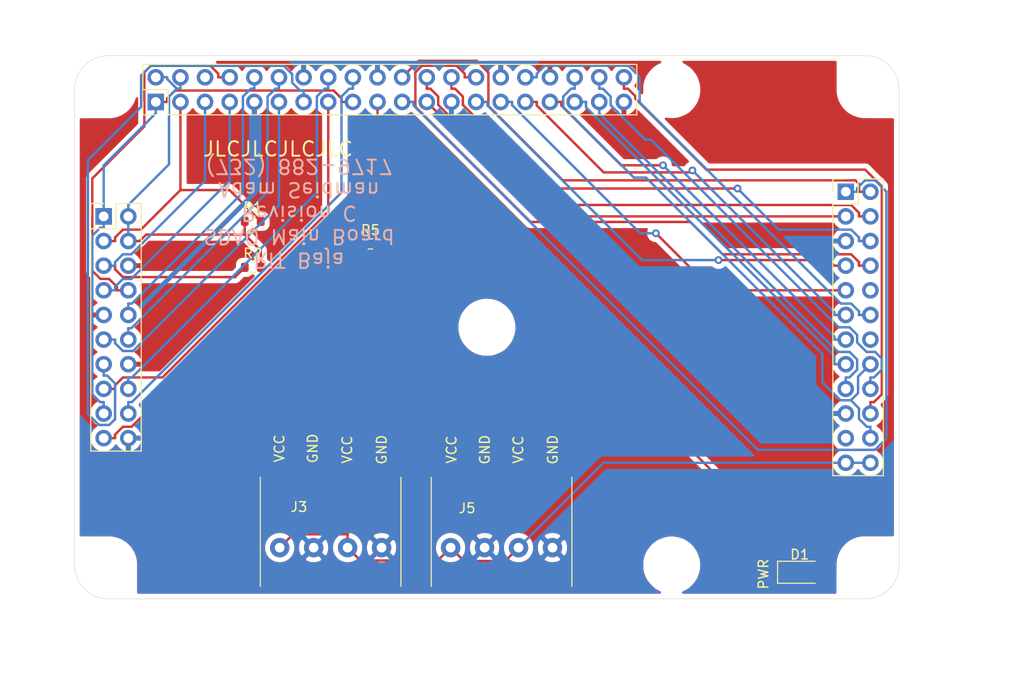
<source format=kicad_pcb>
(kicad_pcb (version 20171130) (host pcbnew "(5.1.9)-1")

  (general
    (thickness 1.6)
    (drawings 20)
    (tracks 309)
    (zones 0)
    (modules 16)
    (nets 37)
  )

  (page A4)
  (layers
    (0 F.Cu signal)
    (31 B.Cu signal)
    (32 B.Adhes user)
    (33 F.Adhes user)
    (34 B.Paste user)
    (35 F.Paste user)
    (36 B.SilkS user)
    (37 F.SilkS user)
    (38 B.Mask user)
    (39 F.Mask user)
    (40 Dwgs.User user)
    (41 Cmts.User user)
    (42 Eco1.User user)
    (43 Eco2.User user)
    (44 Edge.Cuts user)
    (45 Margin user)
    (46 B.CrtYd user)
    (47 F.CrtYd user)
    (48 B.Fab user)
    (49 F.Fab user)
  )

  (setup
    (last_trace_width 0.25)
    (user_trace_width 1.016)
    (trace_clearance 0.2)
    (zone_clearance 0.508)
    (zone_45_only no)
    (trace_min 0.2)
    (via_size 0.8)
    (via_drill 0.4)
    (via_min_size 0.4)
    (via_min_drill 0.3)
    (uvia_size 0.3)
    (uvia_drill 0.1)
    (uvias_allowed no)
    (uvia_min_size 0.2)
    (uvia_min_drill 0.1)
    (edge_width 0.05)
    (segment_width 0.2)
    (pcb_text_width 0.3)
    (pcb_text_size 1.5 1.5)
    (mod_edge_width 0.12)
    (mod_text_size 1 1)
    (mod_text_width 0.15)
    (pad_size 1.524 1.524)
    (pad_drill 0.762)
    (pad_to_mask_clearance 0)
    (aux_axis_origin 0 0)
    (visible_elements 7FFFF7FF)
    (pcbplotparams
      (layerselection 0x010fc_ffffffff)
      (usegerberextensions false)
      (usegerberattributes true)
      (usegerberadvancedattributes true)
      (creategerberjobfile true)
      (excludeedgelayer true)
      (linewidth 0.100000)
      (plotframeref false)
      (viasonmask false)
      (mode 1)
      (useauxorigin false)
      (hpglpennumber 1)
      (hpglpenspeed 20)
      (hpglpendiameter 15.000000)
      (psnegative false)
      (psa4output false)
      (plotreference true)
      (plotvalue true)
      (plotinvisibletext false)
      (padsonsilk false)
      (subtractmaskfromsilk false)
      (outputformat 1)
      (mirror false)
      (drillshape 0)
      (scaleselection 1)
      (outputdirectory "../../#Gerber/RevC/"))
  )

  (net 0 "")
  (net 1 /vcc)
  (net 2 /gnd)
  (net 3 /5v)
  (net 4 "Net-(D1-Pad2)")
  (net 5 /3v3)
  (net 6 /sda2)
  (net 7 /scl2)
  (net 8 /gpio1)
  (net 9 /uart_tx)
  (net 10 /uart_rx)
  (net 11 /spi2_ce1)
  (net 12 /spi2_ce0)
  (net 13 /gpio11)
  (net 14 /gpio6)
  (net 15 /gpio7)
  (net 16 /gpio8)
  (net 17 /mosi)
  (net 18 /miso)
  (net 19 /gpio9)
  (net 20 /sclk)
  (net 21 /spi_ce0)
  (net 22 /spi_ce1)
  (net 23 /sda)
  (net 24 /scl)
  (net 25 /gpio4)
  (net 26 /gpio5)
  (net 27 /miso2_pwm)
  (net 28 /reset)
  (net 29 /gpio10)
  (net 30 /miso2)
  (net 31 /sclk2)
  (net 32 "Net-(J2-Pad21)")
  (net 33 /GND)
  (net 34 /gpio2)
  (net 35 /gpio3)
  (net 36 /Vcc)

  (net_class Default "This is the default net class."
    (clearance 0.2)
    (trace_width 0.25)
    (via_dia 0.8)
    (via_drill 0.4)
    (uvia_dia 0.3)
    (uvia_drill 0.1)
    (add_net /3v3)
    (add_net /5v)
    (add_net /GND)
    (add_net /Vcc)
    (add_net /gnd)
    (add_net /gpio1)
    (add_net /gpio10)
    (add_net /gpio11)
    (add_net /gpio2)
    (add_net /gpio3)
    (add_net /gpio4)
    (add_net /gpio5)
    (add_net /gpio6)
    (add_net /gpio7)
    (add_net /gpio8)
    (add_net /gpio9)
    (add_net /miso)
    (add_net /miso2)
    (add_net /miso2_pwm)
    (add_net /mosi)
    (add_net /reset)
    (add_net /scl)
    (add_net /scl2)
    (add_net /sclk)
    (add_net /sclk2)
    (add_net /sda)
    (add_net /sda2)
    (add_net /spi2_ce0)
    (add_net /spi2_ce1)
    (add_net /spi_ce0)
    (add_net /spi_ce1)
    (add_net /uart_rx)
    (add_net /uart_tx)
    (add_net /vcc)
    (add_net "Net-(D1-Pad2)")
    (add_net "Net-(J2-Pad21)")
  )

  (module MountingHole:MountingHole_2.7mm_M2.5 (layer F.Cu) (tedit 56D1B4CB) (tstamp 61FC9093)
    (at 202.5 98)
    (descr "Mounting Hole 2.7mm, no annular, M2.5")
    (tags "mounting hole 2.7mm no annular m2.5")
    (path /61664AB6/616656F1)
    (attr virtual)
    (fp_text reference H1 (at 0 -3.7) (layer Cmts.User)
      (effects (font (size 1 1) (thickness 0.15)))
    )
    (fp_text value MH1 (at 0 3.7) (layer F.Fab)
      (effects (font (size 1 1) (thickness 0.15)))
    )
    (fp_circle (center 0 0) (end 2.7 0) (layer Cmts.User) (width 0.15))
    (fp_circle (center 0 0) (end 2.95 0) (layer F.CrtYd) (width 0.05))
    (fp_text user %R (at 0.3 0) (layer F.Fab)
      (effects (font (size 1 1) (thickness 0.15)))
    )
    (pad 1 np_thru_hole circle (at 0 0) (size 2.7 2.7) (drill 2.7) (layers *.Cu *.Mask))
  )

  (module MountingHole:MountingHole_2.7mm_M2.5 (layer F.Cu) (tedit 56D1B4CB) (tstamp 61FC909B)
    (at 163.5 73.5)
    (descr "Mounting Hole 2.7mm, no annular, M2.5")
    (tags "mounting hole 2.7mm no annular m2.5")
    (path /61664AB6/616656F7)
    (attr virtual)
    (fp_text reference H2 (at 0 -3.7) (layer Cmts.User)
      (effects (font (size 1 1) (thickness 0.15)))
    )
    (fp_text value MH2 (at 0 3.7) (layer F.Fab)
      (effects (font (size 1 1) (thickness 0.15)))
    )
    (fp_circle (center 0 0) (end 2.95 0) (layer F.CrtYd) (width 0.05))
    (fp_circle (center 0 0) (end 2.7 0) (layer Cmts.User) (width 0.15))
    (fp_text user %R (at 0.3 0) (layer F.Fab)
      (effects (font (size 1 1) (thickness 0.15)))
    )
    (pad 1 np_thru_hole circle (at 0 0) (size 2.7 2.7) (drill 2.7) (layers *.Cu *.Mask))
  )

  (module MountingHole:MountingHole_2.7mm_M2.5 (layer F.Cu) (tedit 56D1B4CB) (tstamp 61FC90A3)
    (at 241.5 122.5)
    (descr "Mounting Hole 2.7mm, no annular, M2.5")
    (tags "mounting hole 2.7mm no annular m2.5")
    (path /61664AB6/616656FD)
    (attr virtual)
    (fp_text reference H3 (at 0 -3.7) (layer Cmts.User)
      (effects (font (size 1 1) (thickness 0.15)))
    )
    (fp_text value MH3 (at 0 3.7) (layer F.Fab)
      (effects (font (size 1 1) (thickness 0.15)))
    )
    (fp_circle (center 0 0) (end 2.7 0) (layer Cmts.User) (width 0.15))
    (fp_circle (center 0 0) (end 2.95 0) (layer F.CrtYd) (width 0.05))
    (fp_text user %R (at 0.3 0) (layer F.Fab)
      (effects (font (size 1 1) (thickness 0.15)))
    )
    (pad 1 np_thru_hole circle (at 0 0) (size 2.7 2.7) (drill 2.7) (layers *.Cu *.Mask))
  )

  (module MountingHole:MountingHole_2.7mm_M2.5 (layer F.Cu) (tedit 56D1B4CB) (tstamp 61FC90AB)
    (at 221.5 122.5)
    (descr "Mounting Hole 2.7mm, no annular, M2.5")
    (tags "mounting hole 2.7mm no annular m2.5")
    (path /61664AB6/61665703)
    (attr virtual)
    (fp_text reference H4 (at 0 -3.7) (layer Cmts.User)
      (effects (font (size 1 1) (thickness 0.15)))
    )
    (fp_text value MH4 (at 0 3.7) (layer F.Fab)
      (effects (font (size 1 1) (thickness 0.15)))
    )
    (fp_circle (center 0 0) (end 2.95 0) (layer F.CrtYd) (width 0.05))
    (fp_circle (center 0 0) (end 2.7 0) (layer Cmts.User) (width 0.15))
    (fp_text user %R (at 0.3 0) (layer F.Fab)
      (effects (font (size 1 1) (thickness 0.15)))
    )
    (pad 1 np_thru_hole circle (at 0 0) (size 2.7 2.7) (drill 2.7) (layers *.Cu *.Mask))
  )

  (module MountingHole:MountingHole_2.7mm_M2.5 (layer F.Cu) (tedit 56D1B4CB) (tstamp 61FC90B3)
    (at 241.5 73.5)
    (descr "Mounting Hole 2.7mm, no annular, M2.5")
    (tags "mounting hole 2.7mm no annular m2.5")
    (path /61664AB6/61665709)
    (attr virtual)
    (fp_text reference H5 (at 0 -3.7) (layer Cmts.User)
      (effects (font (size 1 1) (thickness 0.15)))
    )
    (fp_text value MH_c (at 0 3.7) (layer F.Fab)
      (effects (font (size 1 1) (thickness 0.15)))
    )
    (fp_circle (center 0 0) (end 2.7 0) (layer Cmts.User) (width 0.15))
    (fp_circle (center 0 0) (end 2.95 0) (layer F.CrtYd) (width 0.05))
    (fp_text user %R (at 0.3 0) (layer F.Fab)
      (effects (font (size 1 1) (thickness 0.15)))
    )
    (pad 1 np_thru_hole circle (at 0 0) (size 2.7 2.7) (drill 2.7) (layers *.Cu *.Mask))
  )

  (module Connector_PinHeader_2.54mm:PinHeader_2x10_P2.54mm_Vertical (layer F.Cu) (tedit 59FED5CC) (tstamp 61FC90DD)
    (at 163 86.57)
    (descr "Through hole straight pin header, 2x10, 2.54mm pitch, double rows")
    (tags "Through hole pin header THT 2x10 2.54mm double row")
    (path /6160E35B)
    (fp_text reference J1 (at 1.27 -2.33) (layer Cmts.User)
      (effects (font (size 1 1) (thickness 0.15)))
    )
    (fp_text value Conn_02x10_Counter_Clockwise (at 1.27 25.19) (layer F.Fab)
      (effects (font (size 1 1) (thickness 0.15)))
    )
    (fp_line (start 0 -1.27) (end 3.81 -1.27) (layer F.Fab) (width 0.1))
    (fp_line (start 3.81 -1.27) (end 3.81 24.13) (layer F.Fab) (width 0.1))
    (fp_line (start 3.81 24.13) (end -1.27 24.13) (layer F.Fab) (width 0.1))
    (fp_line (start -1.27 24.13) (end -1.27 0) (layer F.Fab) (width 0.1))
    (fp_line (start -1.27 0) (end 0 -1.27) (layer F.Fab) (width 0.1))
    (fp_line (start -1.33 24.19) (end 3.87 24.19) (layer F.SilkS) (width 0.12))
    (fp_line (start -1.33 1.27) (end -1.33 24.19) (layer F.SilkS) (width 0.12))
    (fp_line (start 3.87 -1.33) (end 3.87 24.19) (layer F.SilkS) (width 0.12))
    (fp_line (start -1.33 1.27) (end 1.27 1.27) (layer F.SilkS) (width 0.12))
    (fp_line (start 1.27 1.27) (end 1.27 -1.33) (layer F.SilkS) (width 0.12))
    (fp_line (start 1.27 -1.33) (end 3.87 -1.33) (layer F.SilkS) (width 0.12))
    (fp_line (start -1.33 0) (end -1.33 -1.33) (layer F.SilkS) (width 0.12))
    (fp_line (start -1.33 -1.33) (end 0 -1.33) (layer F.SilkS) (width 0.12))
    (fp_line (start -1.8 -1.8) (end -1.8 24.65) (layer F.CrtYd) (width 0.05))
    (fp_line (start -1.8 24.65) (end 4.35 24.65) (layer F.CrtYd) (width 0.05))
    (fp_line (start 4.35 24.65) (end 4.35 -1.8) (layer F.CrtYd) (width 0.05))
    (fp_line (start 4.35 -1.8) (end -1.8 -1.8) (layer F.CrtYd) (width 0.05))
    (fp_text user %R (at 1.27 11.43 90) (layer F.Fab)
      (effects (font (size 1 1) (thickness 0.15)))
    )
    (pad 1 thru_hole rect (at 0 0) (size 1.7 1.7) (drill 1) (layers *.Cu *.Mask)
      (net 5 /3v3))
    (pad 2 thru_hole oval (at 2.54 0) (size 1.7 1.7) (drill 1) (layers *.Cu *.Mask)
      (net 3 /5v))
    (pad 3 thru_hole oval (at 0 2.54) (size 1.7 1.7) (drill 1) (layers *.Cu *.Mask)
      (net 6 /sda2))
    (pad 4 thru_hole oval (at 2.54 2.54) (size 1.7 1.7) (drill 1) (layers *.Cu *.Mask)
      (net 3 /5v))
    (pad 5 thru_hole oval (at 0 5.08) (size 1.7 1.7) (drill 1) (layers *.Cu *.Mask)
      (net 7 /scl2))
    (pad 6 thru_hole oval (at 2.54 5.08) (size 1.7 1.7) (drill 1) (layers *.Cu *.Mask)
      (net 2 /gnd))
    (pad 7 thru_hole oval (at 0 7.62) (size 1.7 1.7) (drill 1) (layers *.Cu *.Mask)
      (net 8 /gpio1))
    (pad 8 thru_hole oval (at 2.54 7.62) (size 1.7 1.7) (drill 1) (layers *.Cu *.Mask)
      (net 9 /uart_tx))
    (pad 9 thru_hole oval (at 0 10.16) (size 1.7 1.7) (drill 1) (layers *.Cu *.Mask)
      (net 2 /gnd))
    (pad 10 thru_hole oval (at 2.54 10.16) (size 1.7 1.7) (drill 1) (layers *.Cu *.Mask)
      (net 10 /uart_rx))
    (pad 11 thru_hole oval (at 0 12.7) (size 1.7 1.7) (drill 1) (layers *.Cu *.Mask)
      (net 11 /spi2_ce1))
    (pad 12 thru_hole oval (at 2.54 12.7) (size 1.7 1.7) (drill 1) (layers *.Cu *.Mask)
      (net 12 /spi2_ce0))
    (pad 13 thru_hole oval (at 0 15.24) (size 1.7 1.7) (drill 1) (layers *.Cu *.Mask)
      (net 13 /gpio11))
    (pad 14 thru_hole oval (at 2.54 15.24) (size 1.7 1.7) (drill 1) (layers *.Cu *.Mask)
      (net 2 /gnd))
    (pad 15 thru_hole oval (at 0 17.78) (size 1.7 1.7) (drill 1) (layers *.Cu *.Mask)
      (net 14 /gpio6))
    (pad 16 thru_hole oval (at 2.54 17.78) (size 1.7 1.7) (drill 1) (layers *.Cu *.Mask)
      (net 15 /gpio7))
    (pad 17 thru_hole oval (at 0 20.32) (size 1.7 1.7) (drill 1) (layers *.Cu *.Mask)
      (net 5 /3v3))
    (pad 18 thru_hole oval (at 2.54 20.32) (size 1.7 1.7) (drill 1) (layers *.Cu *.Mask)
      (net 16 /gpio8))
    (pad 19 thru_hole oval (at 0 22.86) (size 1.7 1.7) (drill 1) (layers *.Cu *.Mask)
      (net 17 /mosi))
    (pad 20 thru_hole oval (at 2.54 22.86) (size 1.7 1.7) (drill 1) (layers *.Cu *.Mask)
      (net 2 /gnd))
    (model ${KISYS3DMOD}/Connector_PinHeader_2.54mm.3dshapes/PinHeader_2x10_P2.54mm_Vertical.wrl
      (at (xyz 0 0 0))
      (scale (xyz 1 1 1))
      (rotate (xyz 0 0 0))
    )
  )

  (module Connector_PinHeader_2.54mm:PinHeader_2x12_P2.54mm_Vertical (layer F.Cu) (tedit 59FED5CC) (tstamp 61FC910B)
    (at 239.5 84.03)
    (descr "Through hole straight pin header, 2x12, 2.54mm pitch, double rows")
    (tags "Through hole pin header THT 2x12 2.54mm double row")
    (path /6160FED6)
    (fp_text reference J2 (at 1.27 -2.33) (layer Cmts.User)
      (effects (font (size 1 1) (thickness 0.15)))
    )
    (fp_text value Conn_02x12_Counter_Clockwise (at 1.27 30.27) (layer F.Fab)
      (effects (font (size 1 1) (thickness 0.15)))
    )
    (fp_line (start 0 -1.27) (end 3.81 -1.27) (layer F.Fab) (width 0.1))
    (fp_line (start 3.81 -1.27) (end 3.81 29.21) (layer F.Fab) (width 0.1))
    (fp_line (start 3.81 29.21) (end -1.27 29.21) (layer F.Fab) (width 0.1))
    (fp_line (start -1.27 29.21) (end -1.27 0) (layer F.Fab) (width 0.1))
    (fp_line (start -1.27 0) (end 0 -1.27) (layer F.Fab) (width 0.1))
    (fp_line (start -1.33 29.27) (end 3.87 29.27) (layer F.SilkS) (width 0.12))
    (fp_line (start -1.33 1.27) (end -1.33 29.27) (layer F.SilkS) (width 0.12))
    (fp_line (start 3.87 -1.33) (end 3.87 29.27) (layer F.SilkS) (width 0.12))
    (fp_line (start -1.33 1.27) (end 1.27 1.27) (layer F.SilkS) (width 0.12))
    (fp_line (start 1.27 1.27) (end 1.27 -1.33) (layer F.SilkS) (width 0.12))
    (fp_line (start 1.27 -1.33) (end 3.87 -1.33) (layer F.SilkS) (width 0.12))
    (fp_line (start -1.33 0) (end -1.33 -1.33) (layer F.SilkS) (width 0.12))
    (fp_line (start -1.33 -1.33) (end 0 -1.33) (layer F.SilkS) (width 0.12))
    (fp_line (start -1.8 -1.8) (end -1.8 29.75) (layer F.CrtYd) (width 0.05))
    (fp_line (start -1.8 29.75) (end 4.35 29.75) (layer F.CrtYd) (width 0.05))
    (fp_line (start 4.35 29.75) (end 4.35 -1.8) (layer F.CrtYd) (width 0.05))
    (fp_line (start 4.35 -1.8) (end -1.8 -1.8) (layer F.CrtYd) (width 0.05))
    (fp_text user %R (at 1.27 13.97 90) (layer F.Fab)
      (effects (font (size 1 1) (thickness 0.15)))
    )
    (pad 1 thru_hole rect (at 0 0) (size 1.7 1.7) (drill 1) (layers *.Cu *.Mask)
      (net 18 /miso))
    (pad 2 thru_hole oval (at 2.54 0) (size 1.7 1.7) (drill 1) (layers *.Cu *.Mask)
      (net 19 /gpio9))
    (pad 3 thru_hole oval (at 0 2.54) (size 1.7 1.7) (drill 1) (layers *.Cu *.Mask)
      (net 20 /sclk))
    (pad 4 thru_hole oval (at 2.54 2.54) (size 1.7 1.7) (drill 1) (layers *.Cu *.Mask)
      (net 21 /spi_ce0))
    (pad 5 thru_hole oval (at 0 5.08) (size 1.7 1.7) (drill 1) (layers *.Cu *.Mask)
      (net 2 /gnd))
    (pad 6 thru_hole oval (at 2.54 5.08) (size 1.7 1.7) (drill 1) (layers *.Cu *.Mask)
      (net 22 /spi_ce1))
    (pad 7 thru_hole oval (at 0 7.62) (size 1.7 1.7) (drill 1) (layers *.Cu *.Mask)
      (net 23 /sda))
    (pad 8 thru_hole oval (at 2.54 7.62) (size 1.7 1.7) (drill 1) (layers *.Cu *.Mask)
      (net 24 /scl))
    (pad 9 thru_hole oval (at 0 10.16) (size 1.7 1.7) (drill 1) (layers *.Cu *.Mask)
      (net 34 /gpio2))
    (pad 10 thru_hole oval (at 2.54 10.16) (size 1.7 1.7) (drill 1) (layers *.Cu *.Mask)
      (net 2 /gnd))
    (pad 11 thru_hole oval (at 0 12.7) (size 1.7 1.7) (drill 1) (layers *.Cu *.Mask)
      (net 35 /gpio3))
    (pad 12 thru_hole oval (at 2.54 12.7) (size 1.7 1.7) (drill 1) (layers *.Cu *.Mask)
      (net 25 /gpio4))
    (pad 13 thru_hole oval (at 0 15.24) (size 1.7 1.7) (drill 1) (layers *.Cu *.Mask)
      (net 26 /gpio5))
    (pad 14 thru_hole oval (at 2.54 15.24) (size 1.7 1.7) (drill 1) (layers *.Cu *.Mask)
      (net 2 /gnd))
    (pad 15 thru_hole oval (at 0 17.78) (size 1.7 1.7) (drill 1) (layers *.Cu *.Mask)
      (net 27 /miso2_pwm))
    (pad 16 thru_hole oval (at 2.54 17.78) (size 1.7 1.7) (drill 1) (layers *.Cu *.Mask)
      (net 28 /reset))
    (pad 17 thru_hole oval (at 0 20.32) (size 1.7 1.7) (drill 1) (layers *.Cu *.Mask)
      (net 29 /gpio10))
    (pad 18 thru_hole oval (at 2.54 20.32) (size 1.7 1.7) (drill 1) (layers *.Cu *.Mask)
      (net 30 /miso2))
    (pad 19 thru_hole oval (at 0 22.86) (size 1.7 1.7) (drill 1) (layers *.Cu *.Mask)
      (net 2 /gnd))
    (pad 20 thru_hole oval (at 2.54 22.86) (size 1.7 1.7) (drill 1) (layers *.Cu *.Mask)
      (net 31 /sclk2))
    (pad 21 thru_hole oval (at 0 25.4) (size 1.7 1.7) (drill 1) (layers *.Cu *.Mask)
      (net 32 "Net-(J2-Pad21)"))
    (pad 22 thru_hole oval (at 2.54 25.4) (size 1.7 1.7) (drill 1) (layers *.Cu *.Mask)
      (net 28 /reset))
    (pad 23 thru_hole oval (at 0 27.94) (size 1.7 1.7) (drill 1) (layers *.Cu *.Mask)
      (net 1 /vcc))
    (pad 24 thru_hole oval (at 2.54 27.94) (size 1.7 1.7) (drill 1) (layers *.Cu *.Mask)
      (net 1 /vcc))
    (model ${KISYS3DMOD}/Connector_PinHeader_2.54mm.3dshapes/PinHeader_2x12_P2.54mm_Vertical.wrl
      (at (xyz 0 0 0))
      (scale (xyz 1 1 1))
      (rotate (xyz 0 0 0))
    )
  )

  (module Connector_PinHeader_2.54mm:PinHeader_2x20_P2.54mm_Vertical (layer F.Cu) (tedit 59FED5CC) (tstamp 61FC9161)
    (at 168.37 74.77 90)
    (descr "Through hole straight pin header, 2x20, 2.54mm pitch, double rows")
    (tags "Through hole pin header THT 2x20 2.54mm double row")
    (path /615F9685)
    (fp_text reference J4 (at 1.27 -2.33 90) (layer Dwgs.User)
      (effects (font (size 1 1) (thickness 0.15)))
    )
    (fp_text value Conn_02x20_Odd_Even (at 1.27 50.59 90) (layer F.Fab)
      (effects (font (size 1 1) (thickness 0.15)))
    )
    (fp_line (start 0 -1.27) (end 3.81 -1.27) (layer F.Fab) (width 0.1))
    (fp_line (start 3.81 -1.27) (end 3.81 49.53) (layer F.Fab) (width 0.1))
    (fp_line (start 3.81 49.53) (end -1.27 49.53) (layer F.Fab) (width 0.1))
    (fp_line (start -1.27 49.53) (end -1.27 0) (layer F.Fab) (width 0.1))
    (fp_line (start -1.27 0) (end 0 -1.27) (layer F.Fab) (width 0.1))
    (fp_line (start -1.33 49.59) (end 3.87 49.59) (layer F.SilkS) (width 0.12))
    (fp_line (start -1.33 1.27) (end -1.33 49.59) (layer F.SilkS) (width 0.12))
    (fp_line (start 3.87 -1.33) (end 3.87 49.59) (layer F.SilkS) (width 0.12))
    (fp_line (start -1.33 1.27) (end 1.27 1.27) (layer F.SilkS) (width 0.12))
    (fp_line (start 1.27 1.27) (end 1.27 -1.33) (layer F.SilkS) (width 0.12))
    (fp_line (start 1.27 -1.33) (end 3.87 -1.33) (layer F.SilkS) (width 0.12))
    (fp_line (start -1.33 0) (end -1.33 -1.33) (layer F.SilkS) (width 0.12))
    (fp_line (start -1.33 -1.33) (end 0 -1.33) (layer F.SilkS) (width 0.12))
    (fp_line (start -1.8 -1.8) (end -1.8 50.05) (layer F.CrtYd) (width 0.05))
    (fp_line (start -1.8 50.05) (end 4.35 50.05) (layer F.CrtYd) (width 0.05))
    (fp_line (start 4.35 50.05) (end 4.35 -1.8) (layer F.CrtYd) (width 0.05))
    (fp_line (start 4.35 -1.8) (end -1.8 -1.8) (layer F.CrtYd) (width 0.05))
    (fp_text user %R (at 1.27 24.13) (layer F.Fab)
      (effects (font (size 1 1) (thickness 0.15)))
    )
    (pad 1 thru_hole rect (at 0 0 90) (size 1.7 1.7) (drill 1) (layers *.Cu *.Mask)
      (net 5 /3v3))
    (pad 2 thru_hole oval (at 2.54 0 90) (size 1.7 1.7) (drill 1) (layers *.Cu *.Mask)
      (net 3 /5v))
    (pad 3 thru_hole oval (at 0 2.54 90) (size 1.7 1.7) (drill 1) (layers *.Cu *.Mask)
      (net 6 /sda2))
    (pad 4 thru_hole oval (at 2.54 2.54 90) (size 1.7 1.7) (drill 1) (layers *.Cu *.Mask)
      (net 3 /5v))
    (pad 5 thru_hole oval (at 0 5.08 90) (size 1.7 1.7) (drill 1) (layers *.Cu *.Mask)
      (net 7 /scl2))
    (pad 6 thru_hole oval (at 2.54 5.08 90) (size 1.7 1.7) (drill 1) (layers *.Cu *.Mask)
      (net 2 /gnd))
    (pad 7 thru_hole oval (at 0 7.62 90) (size 1.7 1.7) (drill 1) (layers *.Cu *.Mask)
      (net 8 /gpio1))
    (pad 8 thru_hole oval (at 2.54 7.62 90) (size 1.7 1.7) (drill 1) (layers *.Cu *.Mask)
      (net 9 /uart_tx))
    (pad 9 thru_hole oval (at 0 10.16 90) (size 1.7 1.7) (drill 1) (layers *.Cu *.Mask)
      (net 2 /gnd))
    (pad 10 thru_hole oval (at 2.54 10.16 90) (size 1.7 1.7) (drill 1) (layers *.Cu *.Mask)
      (net 10 /uart_rx))
    (pad 11 thru_hole oval (at 0 12.7 90) (size 1.7 1.7) (drill 1) (layers *.Cu *.Mask)
      (net 11 /spi2_ce1))
    (pad 12 thru_hole oval (at 2.54 12.7 90) (size 1.7 1.7) (drill 1) (layers *.Cu *.Mask)
      (net 12 /spi2_ce0))
    (pad 13 thru_hole oval (at 0 15.24 90) (size 1.7 1.7) (drill 1) (layers *.Cu *.Mask)
      (net 13 /gpio11))
    (pad 14 thru_hole oval (at 2.54 15.24 90) (size 1.7 1.7) (drill 1) (layers *.Cu *.Mask)
      (net 2 /gnd))
    (pad 15 thru_hole oval (at 0 17.78 90) (size 1.7 1.7) (drill 1) (layers *.Cu *.Mask)
      (net 14 /gpio6))
    (pad 16 thru_hole oval (at 2.54 17.78 90) (size 1.7 1.7) (drill 1) (layers *.Cu *.Mask)
      (net 15 /gpio7))
    (pad 17 thru_hole oval (at 0 20.32 90) (size 1.7 1.7) (drill 1) (layers *.Cu *.Mask)
      (net 5 /3v3))
    (pad 18 thru_hole oval (at 2.54 20.32 90) (size 1.7 1.7) (drill 1) (layers *.Cu *.Mask)
      (net 16 /gpio8))
    (pad 19 thru_hole oval (at 0 22.86 90) (size 1.7 1.7) (drill 1) (layers *.Cu *.Mask)
      (net 17 /mosi))
    (pad 20 thru_hole oval (at 2.54 22.86 90) (size 1.7 1.7) (drill 1) (layers *.Cu *.Mask)
      (net 2 /gnd))
    (pad 21 thru_hole oval (at 0 25.4 90) (size 1.7 1.7) (drill 1) (layers *.Cu *.Mask)
      (net 18 /miso))
    (pad 22 thru_hole oval (at 2.54 25.4 90) (size 1.7 1.7) (drill 1) (layers *.Cu *.Mask)
      (net 19 /gpio9))
    (pad 23 thru_hole oval (at 0 27.94 90) (size 1.7 1.7) (drill 1) (layers *.Cu *.Mask)
      (net 20 /sclk))
    (pad 24 thru_hole oval (at 2.54 27.94 90) (size 1.7 1.7) (drill 1) (layers *.Cu *.Mask)
      (net 21 /spi_ce0))
    (pad 25 thru_hole oval (at 0 30.48 90) (size 1.7 1.7) (drill 1) (layers *.Cu *.Mask)
      (net 2 /gnd))
    (pad 26 thru_hole oval (at 2.54 30.48 90) (size 1.7 1.7) (drill 1) (layers *.Cu *.Mask)
      (net 22 /spi_ce1))
    (pad 27 thru_hole oval (at 0 33.02 90) (size 1.7 1.7) (drill 1) (layers *.Cu *.Mask)
      (net 23 /sda))
    (pad 28 thru_hole oval (at 2.54 33.02 90) (size 1.7 1.7) (drill 1) (layers *.Cu *.Mask)
      (net 24 /scl))
    (pad 29 thru_hole oval (at 0 35.56 90) (size 1.7 1.7) (drill 1) (layers *.Cu *.Mask)
      (net 34 /gpio2))
    (pad 30 thru_hole oval (at 2.54 35.56 90) (size 1.7 1.7) (drill 1) (layers *.Cu *.Mask)
      (net 2 /gnd))
    (pad 31 thru_hole oval (at 0 38.1 90) (size 1.7 1.7) (drill 1) (layers *.Cu *.Mask)
      (net 35 /gpio3))
    (pad 32 thru_hole oval (at 2.54 38.1 90) (size 1.7 1.7) (drill 1) (layers *.Cu *.Mask)
      (net 25 /gpio4))
    (pad 33 thru_hole oval (at 0 40.64 90) (size 1.7 1.7) (drill 1) (layers *.Cu *.Mask)
      (net 26 /gpio5))
    (pad 34 thru_hole oval (at 2.54 40.64 90) (size 1.7 1.7) (drill 1) (layers *.Cu *.Mask)
      (net 2 /gnd))
    (pad 35 thru_hole oval (at 0 43.18 90) (size 1.7 1.7) (drill 1) (layers *.Cu *.Mask)
      (net 27 /miso2_pwm))
    (pad 36 thru_hole oval (at 2.54 43.18 90) (size 1.7 1.7) (drill 1) (layers *.Cu *.Mask)
      (net 28 /reset))
    (pad 37 thru_hole oval (at 0 45.72 90) (size 1.7 1.7) (drill 1) (layers *.Cu *.Mask)
      (net 29 /gpio10))
    (pad 38 thru_hole oval (at 2.54 45.72 90) (size 1.7 1.7) (drill 1) (layers *.Cu *.Mask)
      (net 30 /miso2))
    (pad 39 thru_hole oval (at 0 48.26 90) (size 1.7 1.7) (drill 1) (layers *.Cu *.Mask)
      (net 2 /gnd))
    (pad 40 thru_hole oval (at 2.54 48.26 90) (size 1.7 1.7) (drill 1) (layers *.Cu *.Mask)
      (net 31 /sclk2))
    (model ${KISYS3DMOD}/Connector_PinHeader_2.54mm.3dshapes/PinHeader_2x20_P2.54mm_Vertical.wrl
      (offset (xyz 2 0 -1.5))
      (scale (xyz 1 1 1))
      (rotate (xyz 0 -180 0))
    )
  )

  (module Resistor_SMD:R_0603_1608Metric (layer F.Cu) (tedit 5F68FEEE) (tstamp 61FC918A)
    (at 178.367 87.075)
    (descr "Resistor SMD 0603 (1608 Metric), square (rectangular) end terminal, IPC_7351 nominal, (Body size source: IPC-SM-782 page 72, https://www.pcb-3d.com/wordpress/wp-content/uploads/ipc-sm-782a_amendment_1_and_2.pdf), generated with kicad-footprint-generator")
    (tags resistor)
    (path /6162B2A1)
    (attr smd)
    (fp_text reference R1 (at 0 -1.43) (layer F.SilkS)
      (effects (font (size 1 1) (thickness 0.15)))
    )
    (fp_text value 4.7k (at 0 1.43) (layer F.Fab)
      (effects (font (size 1 1) (thickness 0.15)))
    )
    (fp_line (start -0.8 0.4125) (end -0.8 -0.4125) (layer F.Fab) (width 0.1))
    (fp_line (start -0.8 -0.4125) (end 0.8 -0.4125) (layer F.Fab) (width 0.1))
    (fp_line (start 0.8 -0.4125) (end 0.8 0.4125) (layer F.Fab) (width 0.1))
    (fp_line (start 0.8 0.4125) (end -0.8 0.4125) (layer F.Fab) (width 0.1))
    (fp_line (start -0.237258 -0.5225) (end 0.237258 -0.5225) (layer F.SilkS) (width 0.12))
    (fp_line (start -0.237258 0.5225) (end 0.237258 0.5225) (layer F.SilkS) (width 0.12))
    (fp_line (start -1.48 0.73) (end -1.48 -0.73) (layer F.CrtYd) (width 0.05))
    (fp_line (start -1.48 -0.73) (end 1.48 -0.73) (layer F.CrtYd) (width 0.05))
    (fp_line (start 1.48 -0.73) (end 1.48 0.73) (layer F.CrtYd) (width 0.05))
    (fp_line (start 1.48 0.73) (end -1.48 0.73) (layer F.CrtYd) (width 0.05))
    (fp_text user %R (at 0 0) (layer F.Fab)
      (effects (font (size 0.4 0.4) (thickness 0.06)))
    )
    (pad 1 smd roundrect (at -0.825 0) (size 0.8 0.95) (layers F.Cu F.Paste F.Mask) (roundrect_rratio 0.25)
      (net 3 /5v))
    (pad 2 smd roundrect (at 0.825 0) (size 0.8 0.95) (layers F.Cu F.Paste F.Mask) (roundrect_rratio 0.25)
      (net 6 /sda2))
    (model ${KISYS3DMOD}/Resistor_SMD.3dshapes/R_0603_1608Metric.wrl
      (at (xyz 0 0 0))
      (scale (xyz 1 1 1))
      (rotate (xyz 0 0 0))
    )
  )

  (module Resistor_SMD:R_0603_1608Metric (layer F.Cu) (tedit 5F68FEEE) (tstamp 61FC919B)
    (at 178.372 91.821)
    (descr "Resistor SMD 0603 (1608 Metric), square (rectangular) end terminal, IPC_7351 nominal, (Body size source: IPC-SM-782 page 72, https://www.pcb-3d.com/wordpress/wp-content/uploads/ipc-sm-782a_amendment_1_and_2.pdf), generated with kicad-footprint-generator")
    (tags resistor)
    (path /6162C8FC)
    (attr smd)
    (fp_text reference R2 (at 0 -1.43) (layer F.SilkS)
      (effects (font (size 1 1) (thickness 0.15)))
    )
    (fp_text value 4.7k (at 0 1.43) (layer F.Fab)
      (effects (font (size 1 1) (thickness 0.15)))
    )
    (fp_line (start 1.48 0.73) (end -1.48 0.73) (layer F.CrtYd) (width 0.05))
    (fp_line (start 1.48 -0.73) (end 1.48 0.73) (layer F.CrtYd) (width 0.05))
    (fp_line (start -1.48 -0.73) (end 1.48 -0.73) (layer F.CrtYd) (width 0.05))
    (fp_line (start -1.48 0.73) (end -1.48 -0.73) (layer F.CrtYd) (width 0.05))
    (fp_line (start -0.237258 0.5225) (end 0.237258 0.5225) (layer F.SilkS) (width 0.12))
    (fp_line (start -0.237258 -0.5225) (end 0.237258 -0.5225) (layer F.SilkS) (width 0.12))
    (fp_line (start 0.8 0.4125) (end -0.8 0.4125) (layer F.Fab) (width 0.1))
    (fp_line (start 0.8 -0.4125) (end 0.8 0.4125) (layer F.Fab) (width 0.1))
    (fp_line (start -0.8 -0.4125) (end 0.8 -0.4125) (layer F.Fab) (width 0.1))
    (fp_line (start -0.8 0.4125) (end -0.8 -0.4125) (layer F.Fab) (width 0.1))
    (fp_text user %R (at 0 0) (layer F.Fab)
      (effects (font (size 0.4 0.4) (thickness 0.06)))
    )
    (pad 2 smd roundrect (at 0.825 0) (size 0.8 0.95) (layers F.Cu F.Paste F.Mask) (roundrect_rratio 0.25)
      (net 3 /5v))
    (pad 1 smd roundrect (at -0.825 0) (size 0.8 0.95) (layers F.Cu F.Paste F.Mask) (roundrect_rratio 0.25)
      (net 7 /scl2))
    (model ${KISYS3DMOD}/Resistor_SMD.3dshapes/R_0603_1608Metric.wrl
      (at (xyz 0 0 0))
      (scale (xyz 1 1 1))
      (rotate (xyz 0 0 0))
    )
  )

  (module Resistor_SMD:R_0603_1608Metric (layer F.Cu) (tedit 5F68FEEE) (tstamp 61FC91CE)
    (at 190.5 89.408)
    (descr "Resistor SMD 0603 (1608 Metric), square (rectangular) end terminal, IPC_7351 nominal, (Body size source: IPC-SM-782 page 72, https://www.pcb-3d.com/wordpress/wp-content/uploads/ipc-sm-782a_amendment_1_and_2.pdf), generated with kicad-footprint-generator")
    (tags resistor)
    (path /61FC7A2D)
    (attr smd)
    (fp_text reference R5 (at 0 -1.43) (layer F.SilkS)
      (effects (font (size 1 1) (thickness 0.15)))
    )
    (fp_text value 1800 (at 0 1.43) (layer F.Fab)
      (effects (font (size 1 1) (thickness 0.15)))
    )
    (fp_line (start -0.8 0.4125) (end -0.8 -0.4125) (layer F.Fab) (width 0.1))
    (fp_line (start -0.8 -0.4125) (end 0.8 -0.4125) (layer F.Fab) (width 0.1))
    (fp_line (start 0.8 -0.4125) (end 0.8 0.4125) (layer F.Fab) (width 0.1))
    (fp_line (start 0.8 0.4125) (end -0.8 0.4125) (layer F.Fab) (width 0.1))
    (fp_line (start -0.237258 -0.5225) (end 0.237258 -0.5225) (layer F.SilkS) (width 0.12))
    (fp_line (start -0.237258 0.5225) (end 0.237258 0.5225) (layer F.SilkS) (width 0.12))
    (fp_line (start -1.48 0.73) (end -1.48 -0.73) (layer F.CrtYd) (width 0.05))
    (fp_line (start -1.48 -0.73) (end 1.48 -0.73) (layer F.CrtYd) (width 0.05))
    (fp_line (start 1.48 -0.73) (end 1.48 0.73) (layer F.CrtYd) (width 0.05))
    (fp_line (start 1.48 0.73) (end -1.48 0.73) (layer F.CrtYd) (width 0.05))
    (fp_text user %R (at 0 0) (layer F.Fab)
      (effects (font (size 0.4 0.4) (thickness 0.06)))
    )
    (pad 1 smd roundrect (at -0.825 0) (size 0.8 0.95) (layers F.Cu F.Paste F.Mask) (roundrect_rratio 0.25)
      (net 36 /Vcc))
    (pad 2 smd roundrect (at 0.825 0) (size 0.8 0.95) (layers F.Cu F.Paste F.Mask) (roundrect_rratio 0.25)
      (net 4 "Net-(D1-Pad2)"))
    (model ${KISYS3DMOD}/Resistor_SMD.3dshapes/R_0603_1608Metric.wrl
      (at (xyz 0 0 0))
      (scale (xyz 1 1 1))
      (rotate (xyz 0 0 0))
    )
  )

  (module MountingHole:MountingHole_2.7mm_M2.5 (layer F.Cu) (tedit 56D1B4CB) (tstamp 61FC9576)
    (at 221.5 73.5)
    (descr "Mounting Hole 2.7mm, no annular, M2.5")
    (tags "mounting hole 2.7mm no annular m2.5")
    (path /61664AB6/61FDEFA3)
    (attr virtual)
    (fp_text reference H6 (at 0 -3.7) (layer Cmts.User)
      (effects (font (size 1 1) (thickness 0.15)))
    )
    (fp_text value MH4 (at 0 3.7) (layer F.Fab)
      (effects (font (size 1 1) (thickness 0.15)))
    )
    (fp_circle (center 0 0) (end 2.95 0) (layer F.CrtYd) (width 0.05))
    (fp_circle (center 0 0) (end 2.7 0) (layer Cmts.User) (width 0.15))
    (fp_text user %R (at 0.3 0) (layer F.Fab)
      (effects (font (size 1 1) (thickness 0.15)))
    )
    (pad 1 np_thru_hole circle (at 0 0) (size 2.7 2.7) (drill 2.7) (layers *.Cu *.Mask))
  )

  (module MountingHole:MountingHole_2.7mm_M2.5 (layer F.Cu) (tedit 56D1B4CB) (tstamp 61FC957E)
    (at 163.5 122.5)
    (descr "Mounting Hole 2.7mm, no annular, M2.5")
    (tags "mounting hole 2.7mm no annular m2.5")
    (path /61664AB6/61FDEFA9)
    (attr virtual)
    (fp_text reference H7 (at 0 -3.7) (layer Cmts.User)
      (effects (font (size 1 1) (thickness 0.15)))
    )
    (fp_text value MH_c (at 0 3.7) (layer F.Fab)
      (effects (font (size 1 1) (thickness 0.15)))
    )
    (fp_circle (center 0 0) (end 2.7 0) (layer Cmts.User) (width 0.15))
    (fp_circle (center 0 0) (end 2.95 0) (layer F.CrtYd) (width 0.05))
    (fp_text user %R (at 0.3 0) (layer F.Fab)
      (effects (font (size 1 1) (thickness 0.15)))
    )
    (pad 1 np_thru_hole circle (at 0 0) (size 2.7 2.7) (drill 2.7) (layers *.Cu *.Mask))
  )

  (module "Custom Footprints:Spring_4" (layer F.Cu) (tedit 616C7971) (tstamp 61FCA99A)
    (at 179.396 113.467)
    (path /61635B3A)
    (fp_text reference J3 (at 3.737999 3.055499) (layer F.SilkS)
      (effects (font (size 1 1) (thickness 0.15)))
    )
    (fp_text value Screw_Terminal_01x04 (at 4.5 10.5) (layer F.Fab)
      (effects (font (size 1 1) (thickness 0.15)))
    )
    (fp_line (start -0.25 11.25) (end -0.25 0) (layer F.SilkS) (width 0.12))
    (fp_line (start 14.25 0) (end 14.25 11.25) (layer F.SilkS) (width 0.12))
    (fp_line (start 0 11.5) (end 0 -0.25) (layer F.CrtYd) (width 0.12))
    (fp_line (start 14 11.5) (end 0 11.5) (layer F.CrtYd) (width 0.12))
    (fp_line (start 14 -0.25) (end 14 11.5) (layer F.CrtYd) (width 0.12))
    (fp_line (start 0 -0.25) (end 14 -0.25) (layer F.CrtYd) (width 0.12))
    (fp_text user Front (at 10.75 10.5) (layer Cmts.User)
      (effects (font (size 1 1) (thickness 0.15)))
    )
    (pad 4 thru_hole circle (at 12.25 7.25) (size 2 2) (drill 1) (layers *.Cu *.Mask)
      (net 2 /gnd))
    (pad 3 thru_hole circle (at 8.75 7.25) (size 2 2) (drill 1) (layers *.Cu *.Mask)
      (net 1 /vcc))
    (pad 2 thru_hole circle (at 5.25 7.25) (size 2 2) (drill 1) (layers *.Cu *.Mask)
      (net 2 /gnd))
    (pad 1 thru_hole circle (at 1.75 7.25) (size 2 2) (drill 1) (layers *.Cu *.Mask)
      (net 1 /vcc))
  )

  (module "Custom Footprints:Spring_4" (layer F.Cu) (tedit 616C7971) (tstamp 61FCAA3C)
    (at 197.016 113.467)
    (path /61FCA862)
    (fp_text reference J5 (at 3.453499 3.182499) (layer F.SilkS)
      (effects (font (size 1 1) (thickness 0.15)))
    )
    (fp_text value Screw_Terminal_01x04 (at 4.5 10.5) (layer F.Fab)
      (effects (font (size 1 1) (thickness 0.15)))
    )
    (fp_line (start 0 -0.25) (end 14 -0.25) (layer F.CrtYd) (width 0.12))
    (fp_line (start 14 -0.25) (end 14 11.5) (layer F.CrtYd) (width 0.12))
    (fp_line (start 14 11.5) (end 0 11.5) (layer F.CrtYd) (width 0.12))
    (fp_line (start 0 11.5) (end 0 -0.25) (layer F.CrtYd) (width 0.12))
    (fp_line (start 14.25 0) (end 14.25 11.25) (layer F.SilkS) (width 0.12))
    (fp_line (start -0.25 11.25) (end -0.25 0) (layer F.SilkS) (width 0.12))
    (fp_text user Front (at 10.75 10.5) (layer Cmts.User)
      (effects (font (size 1 1) (thickness 0.15)))
    )
    (pad 1 thru_hole circle (at 1.75 7.25) (size 2 2) (drill 1) (layers *.Cu *.Mask)
      (net 1 /vcc))
    (pad 2 thru_hole circle (at 5.25 7.25) (size 2 2) (drill 1) (layers *.Cu *.Mask)
      (net 2 /gnd))
    (pad 3 thru_hole circle (at 8.75 7.25) (size 2 2) (drill 1) (layers *.Cu *.Mask)
      (net 1 /vcc))
    (pad 4 thru_hole circle (at 12.25 7.25) (size 2 2) (drill 1) (layers *.Cu *.Mask)
      (net 2 /gnd))
  )

  (module Diode_SMD:D_1206_3216Metric (layer F.Cu) (tedit 5F68FEF0) (tstamp 623EB035)
    (at 234.755 123.254)
    (descr "Diode SMD 1206 (3216 Metric), square (rectangular) end terminal, IPC_7351 nominal, (Body size source: http://www.tortai-tech.com/upload/download/2011102023233369053.pdf), generated with kicad-footprint-generator")
    (tags diode)
    (path /61FC7A33)
    (attr smd)
    (fp_text reference D1 (at 0 -1.82) (layer F.SilkS)
      (effects (font (size 1 1) (thickness 0.15)))
    )
    (fp_text value LED (at 0 1.82) (layer F.Fab)
      (effects (font (size 1 1) (thickness 0.15)))
    )
    (fp_line (start 2.28 1.12) (end -2.28 1.12) (layer F.CrtYd) (width 0.05))
    (fp_line (start 2.28 -1.12) (end 2.28 1.12) (layer F.CrtYd) (width 0.05))
    (fp_line (start -2.28 -1.12) (end 2.28 -1.12) (layer F.CrtYd) (width 0.05))
    (fp_line (start -2.28 1.12) (end -2.28 -1.12) (layer F.CrtYd) (width 0.05))
    (fp_line (start -2.285 1.135) (end 1.6 1.135) (layer F.SilkS) (width 0.12))
    (fp_line (start -2.285 -1.135) (end -2.285 1.135) (layer F.SilkS) (width 0.12))
    (fp_line (start 1.6 -1.135) (end -2.285 -1.135) (layer F.SilkS) (width 0.12))
    (fp_line (start 1.6 0.8) (end 1.6 -0.8) (layer F.Fab) (width 0.1))
    (fp_line (start -1.6 0.8) (end 1.6 0.8) (layer F.Fab) (width 0.1))
    (fp_line (start -1.6 -0.4) (end -1.6 0.8) (layer F.Fab) (width 0.1))
    (fp_line (start -1.2 -0.8) (end -1.6 -0.4) (layer F.Fab) (width 0.1))
    (fp_line (start 1.6 -0.8) (end -1.2 -0.8) (layer F.Fab) (width 0.1))
    (fp_text user %R (at 0 0) (layer F.Fab)
      (effects (font (size 0.8 0.8) (thickness 0.12)))
    )
    (pad 1 smd roundrect (at -1.4 0) (size 1.25 1.75) (layers F.Cu F.Paste F.Mask) (roundrect_rratio 0.2)
      (net 33 /GND))
    (pad 2 smd roundrect (at 1.4 0) (size 1.25 1.75) (layers F.Cu F.Paste F.Mask) (roundrect_rratio 0.2)
      (net 4 "Net-(D1-Pad2)"))
    (model ${KISYS3DMOD}/Diode_SMD.3dshapes/D_1206_3216Metric.wrl
      (at (xyz 0 0 0))
      (scale (xyz 1 1 1))
      (rotate (xyz 0 0 0))
    )
  )

  (gr_text VCC (at 198.866 110.617 90) (layer F.SilkS) (tstamp 61FCAA29)
    (effects (font (size 1 1) (thickness 0.15)))
  )
  (gr_text GND (at 209.296 110.617 90) (layer F.SilkS) (tstamp 61FCAA2C)
    (effects (font (size 1 1) (thickness 0.15)))
  )
  (gr_text GND (at 202.295 110.617 90) (layer F.SilkS) (tstamp 61FCAA23)
    (effects (font (size 1 1) (thickness 0.15)))
  )
  (gr_text VCC (at 205.74 110.617 90) (layer F.SilkS) (tstamp 61FCAA26)
    (effects (font (size 1 1) (thickness 0.15)))
  )
  (gr_text VCC (at 188.103 110.617 90) (layer F.SilkS) (tstamp 61603692)
    (effects (font (size 1 1) (thickness 0.15)))
  )
  (gr_text VCC (at 181.118 110.49 90) (layer F.SilkS)
    (effects (font (size 1 1) (thickness 0.15)))
  )
  (gr_text GND (at 191.659 110.617 90) (layer F.SilkS) (tstamp 61603681)
    (effects (font (size 1 1) (thickness 0.15)))
  )
  (gr_text GND (at 184.547 110.49 90) (layer F.SilkS) (tstamp 61603681)
    (effects (font (size 1 1) (thickness 0.15)))
  )
  (gr_text JLCJLCJLCJLC (at 180.975 79.629) (layer F.SilkS)
    (effects (font (size 1.5 1.5) (thickness 0.2)))
  )
  (gr_text "RIT Baja\nSDAQ Main Board\nRevision C\nAdam Seidman\n(732) 882-9717" (at 183.134 86.233 180) (layer B.SilkS)
    (effects (font (size 1.5 1.5) (thickness 0.2)) (justify mirror))
  )
  (gr_arc (start 163.5 73.5) (end 163.5 70) (angle -90) (layer Edge.Cuts) (width 0.05))
  (gr_arc (start 163.5 122.5) (end 160 122.5) (angle -90) (layer Edge.Cuts) (width 0.05))
  (gr_arc (start 241.5 122.5) (end 245 122.5) (angle 90) (layer Edge.Cuts) (width 0.05))
  (gr_arc (start 241.5 73.5) (end 241.5 70) (angle 90) (layer Edge.Cuts) (width 0.05))
  (gr_text PWR (at 231.013 123.444 90) (layer F.SilkS)
    (effects (font (size 1 1) (thickness 0.15)))
  )
  (gr_line (start 155.66 98) (end 257.82 98) (layer Dwgs.User) (width 0.15))
  (gr_line (start 160 122.5) (end 160 73.5) (layer Edge.Cuts) (width 0.05))
  (gr_line (start 163.5 126) (end 241.5 126) (layer Edge.Cuts) (width 0.05))
  (gr_line (start 245 73.5) (end 245 122.5) (layer Edge.Cuts) (width 0.05))
  (gr_line (start 163.5 70) (end 241.5 70) (layer Edge.Cuts) (width 0.05))

  (segment (start 205.766 120.717) (end 214.513 111.97) (width 0.25) (layer B.Cu) (net 1))
  (segment (start 214.513 111.97) (end 239.5 111.97) (width 0.25) (layer B.Cu) (net 1))
  (segment (start 188.146 119.34) (end 188.146 120.717) (width 0.25) (layer F.Cu) (net 1))
  (segment (start 189.675 89.408) (end 188.146 90.937) (width 0.25) (layer F.Cu) (net 1))
  (segment (start 188.146 90.937) (end 188.146 119.34) (width 0.25) (layer F.Cu) (net 1))
  (segment (start 188.146 119.34) (end 182.523 119.34) (width 0.25) (layer F.Cu) (net 1))
  (segment (start 182.523 119.34) (end 181.146 120.717) (width 0.25) (layer F.Cu) (net 1))
  (segment (start 198.766 120.717) (end 197.4406 122.0424) (width 0.25) (layer F.Cu) (net 1))
  (segment (start 197.4406 122.0424) (end 189.4714 122.0424) (width 0.25) (layer F.Cu) (net 1))
  (segment (start 189.4714 122.0424) (end 188.146 120.717) (width 0.25) (layer F.Cu) (net 1))
  (segment (start 198.766 120.717) (end 200.1462 122.0972) (width 0.25) (layer F.Cu) (net 1))
  (segment (start 200.1462 122.0972) (end 204.3858 122.0972) (width 0.25) (layer F.Cu) (net 1))
  (segment (start 204.3858 122.0972) (end 205.766 120.717) (width 0.25) (layer F.Cu) (net 1))
  (segment (start 242.04 111.97) (end 239.5 111.97) (width 0.25) (layer B.Cu) (net 1))
  (segment (start 170.5426 73.4053) (end 170.91 73.4053) (width 0.25) (layer B.Cu) (net 3))
  (segment (start 165.54 85.3947) (end 169.7347 81.2) (width 0.25) (layer B.Cu) (net 3))
  (segment (start 169.7347 81.2) (end 169.7347 74.2132) (width 0.25) (layer B.Cu) (net 3))
  (segment (start 169.7347 74.2132) (end 170.5426 73.4053) (width 0.25) (layer B.Cu) (net 3))
  (segment (start 170.5426 73.4053) (end 169.5453 72.408) (width 0.25) (layer B.Cu) (net 3))
  (segment (start 169.5453 72.408) (end 169.5453 72.23) (width 0.25) (layer B.Cu) (net 3))
  (segment (start 168.37 72.23) (end 169.5453 72.23) (width 0.25) (layer B.Cu) (net 3))
  (segment (start 170.91 72.23) (end 170.91 73.4053) (width 0.25) (layer B.Cu) (net 3))
  (segment (start 165.54 86.57) (end 165.54 85.3947) (width 0.25) (layer B.Cu) (net 3))
  (segment (start 165.54 89.11) (end 165.54 86.57) (width 0.25) (layer B.Cu) (net 3))
  (segment (start 177.542 88.4449) (end 167.3804 88.4449) (width 0.25) (layer F.Cu) (net 3))
  (segment (start 167.3804 88.4449) (end 166.7153 89.11) (width 0.25) (layer F.Cu) (net 3))
  (segment (start 179.197 91.821) (end 179.197 90.0999) (width 0.25) (layer F.Cu) (net 3))
  (segment (start 179.197 90.0999) (end 177.542 88.4449) (width 0.25) (layer F.Cu) (net 3))
  (segment (start 177.542 88.4449) (end 177.542 87.075) (width 0.25) (layer F.Cu) (net 3))
  (segment (start 165.54 89.11) (end 166.7153 89.11) (width 0.25) (layer F.Cu) (net 3))
  (segment (start 236.155 123.254) (end 202.309 89.408) (width 0.25) (layer F.Cu) (net 4))
  (segment (start 202.309 89.408) (end 191.325 89.408) (width 0.25) (layer F.Cu) (net 4))
  (segment (start 163 86.57) (end 163 87.7453) (width 0.25) (layer B.Cu) (net 5))
  (segment (start 163 87.7453) (end 162.6326 87.7453) (width 0.25) (layer B.Cu) (net 5))
  (segment (start 162.6326 87.7453) (end 161.8247 88.5532) (width 0.25) (layer B.Cu) (net 5))
  (segment (start 161.8247 88.5532) (end 161.8247 104.9068) (width 0.25) (layer B.Cu) (net 5))
  (segment (start 161.8247 104.9068) (end 162.6326 105.7147) (width 0.25) (layer B.Cu) (net 5))
  (segment (start 162.6326 105.7147) (end 163 105.7147) (width 0.25) (layer B.Cu) (net 5))
  (segment (start 168.37 75.9453) (end 163 81.3153) (width 0.25) (layer B.Cu) (net 5))
  (segment (start 163 81.3153) (end 163 86.57) (width 0.25) (layer B.Cu) (net 5))
  (segment (start 163 106.89) (end 163 105.7147) (width 0.25) (layer B.Cu) (net 5))
  (segment (start 168.37 74.77) (end 168.37 75.9453) (width 0.25) (layer B.Cu) (net 5))
  (segment (start 168.37 74.77) (end 169.5453 74.77) (width 0.25) (layer F.Cu) (net 5))
  (segment (start 188.69 74.77) (end 187.5147 74.77) (width 0.25) (layer F.Cu) (net 5))
  (segment (start 187.5147 74.77) (end 187.5147 74.4027) (width 0.25) (layer F.Cu) (net 5))
  (segment (start 187.5147 74.4027) (end 186.7067 73.5947) (width 0.25) (layer F.Cu) (net 5))
  (segment (start 186.7067 73.5947) (end 170.3532 73.5947) (width 0.25) (layer F.Cu) (net 5))
  (segment (start 170.3532 73.5947) (end 169.5453 74.4026) (width 0.25) (layer F.Cu) (net 5))
  (segment (start 169.5453 74.4026) (end 169.5453 74.77) (width 0.25) (layer F.Cu) (net 5))
  (segment (start 170.91 83.8574) (end 170.91 74.77) (width 0.25) (layer F.Cu) (net 6))
  (segment (start 179.192 87.075) (end 175.9744 83.8574) (width 0.25) (layer F.Cu) (net 6))
  (segment (start 175.9744 83.8574) (end 170.91 83.8574) (width 0.25) (layer F.Cu) (net 6))
  (segment (start 170.91 83.8574) (end 166.8327 87.9347) (width 0.25) (layer F.Cu) (net 6))
  (segment (start 166.8327 87.9347) (end 164.9832 87.9347) (width 0.25) (layer F.Cu) (net 6))
  (segment (start 164.9832 87.9347) (end 164.1753 88.7426) (width 0.25) (layer F.Cu) (net 6))
  (segment (start 164.1753 88.7426) (end 164.1753 89.11) (width 0.25) (layer F.Cu) (net 6))
  (segment (start 163 89.11) (end 164.1753 89.11) (width 0.25) (layer F.Cu) (net 6))
  (segment (start 163 91.65) (end 164.1753 91.65) (width 0.25) (layer F.Cu) (net 7))
  (segment (start 177.547 91.821) (end 176.5427 92.8253) (width 0.25) (layer F.Cu) (net 7))
  (segment (start 176.5427 92.8253) (end 164.9832 92.8253) (width 0.25) (layer F.Cu) (net 7))
  (segment (start 164.9832 92.8253) (end 164.1753 92.0174) (width 0.25) (layer F.Cu) (net 7))
  (segment (start 164.1753 92.0174) (end 164.1753 91.65) (width 0.25) (layer F.Cu) (net 7))
  (segment (start 163 91.65) (end 164.1753 91.65) (width 0.25) (layer B.Cu) (net 7))
  (segment (start 164.1753 91.65) (end 164.1753 91.2826) (width 0.25) (layer B.Cu) (net 7))
  (segment (start 164.1753 91.2826) (end 164.9832 90.4747) (width 0.25) (layer B.Cu) (net 7))
  (segment (start 164.9832 90.4747) (end 165.8508 90.4747) (width 0.25) (layer B.Cu) (net 7))
  (segment (start 165.8508 90.4747) (end 173.45 82.8755) (width 0.25) (layer B.Cu) (net 7))
  (segment (start 173.45 82.8755) (end 173.45 74.77) (width 0.25) (layer B.Cu) (net 7))
  (segment (start 163 94.19) (end 164.1753 94.19) (width 0.25) (layer B.Cu) (net 8))
  (segment (start 175.99 74.77) (end 175.99 82.8755) (width 0.25) (layer B.Cu) (net 8))
  (segment (start 175.99 82.8755) (end 165.8508 93.0147) (width 0.25) (layer B.Cu) (net 8))
  (segment (start 165.8508 93.0147) (end 164.9832 93.0147) (width 0.25) (layer B.Cu) (net 8))
  (segment (start 164.9832 93.0147) (end 164.1753 93.8226) (width 0.25) (layer B.Cu) (net 8))
  (segment (start 164.1753 93.8226) (end 164.1753 94.19) (width 0.25) (layer B.Cu) (net 8))
  (segment (start 165.54 94.19) (end 164.3647 94.19) (width 0.25) (layer F.Cu) (net 9))
  (segment (start 175.99 72.23) (end 174.8147 72.23) (width 0.25) (layer F.Cu) (net 9))
  (segment (start 174.8147 72.23) (end 174.8147 71.8627) (width 0.25) (layer F.Cu) (net 9))
  (segment (start 174.8147 71.8627) (end 174.0007 71.0487) (width 0.25) (layer F.Cu) (net 9))
  (segment (start 174.0007 71.0487) (end 167.8542 71.0487) (width 0.25) (layer F.Cu) (net 9))
  (segment (start 167.8542 71.0487) (end 167.1916 71.7113) (width 0.25) (layer F.Cu) (net 9))
  (segment (start 167.1916 71.7113) (end 167.1916 77.2955) (width 0.25) (layer F.Cu) (net 9))
  (segment (start 167.1916 77.2955) (end 161.8217 82.6654) (width 0.25) (layer F.Cu) (net 9))
  (segment (start 161.8217 82.6654) (end 161.8217 92.1745) (width 0.25) (layer F.Cu) (net 9))
  (segment (start 161.8217 92.1745) (end 162.6619 93.0147) (width 0.25) (layer F.Cu) (net 9))
  (segment (start 162.6619 93.0147) (end 163.5568 93.0147) (width 0.25) (layer F.Cu) (net 9))
  (segment (start 163.5568 93.0147) (end 164.3647 93.8226) (width 0.25) (layer F.Cu) (net 9))
  (segment (start 164.3647 93.8226) (end 164.3647 94.19) (width 0.25) (layer F.Cu) (net 9))
  (segment (start 165.54 96.73) (end 165.54 95.5547) (width 0.25) (layer B.Cu) (net 10))
  (segment (start 178.53 72.23) (end 178.53 73.4053) (width 0.25) (layer B.Cu) (net 10))
  (segment (start 178.53 73.4053) (end 178.1626 73.4053) (width 0.25) (layer B.Cu) (net 10))
  (segment (start 178.1626 73.4053) (end 177.3547 74.2132) (width 0.25) (layer B.Cu) (net 10))
  (segment (start 177.3547 74.2132) (end 177.3547 84.1073) (width 0.25) (layer B.Cu) (net 10))
  (segment (start 177.3547 84.1073) (end 165.9073 95.5547) (width 0.25) (layer B.Cu) (net 10))
  (segment (start 165.9073 95.5547) (end 165.54 95.5547) (width 0.25) (layer B.Cu) (net 10))
  (segment (start 163 99.27) (end 164.1753 99.27) (width 0.25) (layer B.Cu) (net 11))
  (segment (start 181.07 74.77) (end 181.07 85.4031) (width 0.25) (layer B.Cu) (net 11))
  (segment (start 181.07 85.4031) (end 166.0278 100.4453) (width 0.25) (layer B.Cu) (net 11))
  (segment (start 166.0278 100.4453) (end 164.9832 100.4453) (width 0.25) (layer B.Cu) (net 11))
  (segment (start 164.9832 100.4453) (end 164.1753 99.6374) (width 0.25) (layer B.Cu) (net 11))
  (segment (start 164.1753 99.6374) (end 164.1753 99.27) (width 0.25) (layer B.Cu) (net 11))
  (segment (start 181.07 73.4053) (end 180.7026 73.4053) (width 0.25) (layer B.Cu) (net 12))
  (segment (start 180.7026 73.4053) (end 179.8947 74.2132) (width 0.25) (layer B.Cu) (net 12))
  (segment (start 179.8947 74.2132) (end 179.8947 84.0513) (width 0.25) (layer B.Cu) (net 12))
  (segment (start 179.8947 84.0513) (end 165.8513 98.0947) (width 0.25) (layer B.Cu) (net 12))
  (segment (start 165.8513 98.0947) (end 165.54 98.0947) (width 0.25) (layer B.Cu) (net 12))
  (segment (start 165.54 99.27) (end 165.54 98.0947) (width 0.25) (layer B.Cu) (net 12))
  (segment (start 181.07 72.23) (end 181.07 73.4053) (width 0.25) (layer B.Cu) (net 12))
  (segment (start 163 101.81) (end 163 102.9853) (width 0.25) (layer B.Cu) (net 13))
  (segment (start 183.61 74.77) (end 183.61 73.5947) (width 0.25) (layer B.Cu) (net 13))
  (segment (start 183.61 73.5947) (end 183.2426 73.5947) (width 0.25) (layer B.Cu) (net 13))
  (segment (start 183.2426 73.5947) (end 182.4347 72.7868) (width 0.25) (layer B.Cu) (net 13))
  (segment (start 182.4347 72.7868) (end 182.4347 71.9135) (width 0.25) (layer B.Cu) (net 13))
  (segment (start 182.4347 71.9135) (end 181.5699 71.0487) (width 0.25) (layer B.Cu) (net 13))
  (segment (start 181.5699 71.0487) (end 167.8542 71.0487) (width 0.25) (layer B.Cu) (net 13))
  (segment (start 167.8542 71.0487) (end 166.8593 72.0436) (width 0.25) (layer B.Cu) (net 13))
  (segment (start 166.8593 72.0436) (end 166.8593 75.28) (width 0.25) (layer B.Cu) (net 13))
  (segment (start 166.8593 75.28) (end 161.3716 80.7677) (width 0.25) (layer B.Cu) (net 13))
  (segment (start 161.3716 80.7677) (end 161.3716 106.9305) (width 0.25) (layer B.Cu) (net 13))
  (segment (start 161.3716 106.9305) (end 162.5065 108.0654) (width 0.25) (layer B.Cu) (net 13))
  (segment (start 162.5065 108.0654) (end 163.5819 108.0654) (width 0.25) (layer B.Cu) (net 13))
  (segment (start 163.5819 108.0654) (end 164.1753 107.472) (width 0.25) (layer B.Cu) (net 13))
  (segment (start 164.1753 107.472) (end 164.1753 103.7932) (width 0.25) (layer B.Cu) (net 13))
  (segment (start 164.1753 103.7932) (end 163.3674 102.9853) (width 0.25) (layer B.Cu) (net 13))
  (segment (start 163.3674 102.9853) (end 163 102.9853) (width 0.25) (layer B.Cu) (net 13))
  (segment (start 163 104.35) (end 164.1753 104.35) (width 0.25) (layer F.Cu) (net 14))
  (segment (start 186.15 74.77) (end 186.15 86.086) (width 0.25) (layer F.Cu) (net 14))
  (segment (start 186.15 86.086) (end 169.0613 103.1747) (width 0.25) (layer F.Cu) (net 14))
  (segment (start 169.0613 103.1747) (end 164.9832 103.1747) (width 0.25) (layer F.Cu) (net 14))
  (segment (start 164.9832 103.1747) (end 164.1753 103.9826) (width 0.25) (layer F.Cu) (net 14))
  (segment (start 164.1753 103.9826) (end 164.1753 104.35) (width 0.25) (layer F.Cu) (net 14))
  (segment (start 165.54 104.35) (end 165.54 103.1747) (width 0.25) (layer B.Cu) (net 15))
  (segment (start 186.15 72.23) (end 186.15 73.4053) (width 0.25) (layer B.Cu) (net 15))
  (segment (start 186.15 73.4053) (end 185.7826 73.4053) (width 0.25) (layer B.Cu) (net 15))
  (segment (start 185.7826 73.4053) (end 184.9747 74.2132) (width 0.25) (layer B.Cu) (net 15))
  (segment (start 184.9747 74.2132) (end 184.9747 84.1073) (width 0.25) (layer B.Cu) (net 15))
  (segment (start 184.9747 84.1073) (end 165.9073 103.1747) (width 0.25) (layer B.Cu) (net 15))
  (segment (start 165.9073 103.1747) (end 165.54 103.1747) (width 0.25) (layer B.Cu) (net 15))
  (segment (start 165.54 106.89) (end 165.54 105.7147) (width 0.25) (layer B.Cu) (net 16))
  (segment (start 188.69 72.23) (end 188.69 73.4053) (width 0.25) (layer B.Cu) (net 16))
  (segment (start 188.69 73.4053) (end 188.3226 73.4053) (width 0.25) (layer B.Cu) (net 16))
  (segment (start 188.3226 73.4053) (end 187.5147 74.2132) (width 0.25) (layer B.Cu) (net 16))
  (segment (start 187.5147 74.2132) (end 187.5147 84.1073) (width 0.25) (layer B.Cu) (net 16))
  (segment (start 187.5147 84.1073) (end 165.9073 105.7147) (width 0.25) (layer B.Cu) (net 16))
  (segment (start 165.9073 105.7147) (end 165.54 105.7147) (width 0.25) (layer B.Cu) (net 16))
  (segment (start 163 109.43) (end 164.1753 109.43) (width 0.25) (layer F.Cu) (net 17))
  (segment (start 191.23 74.77) (end 191.23 82.9043) (width 0.25) (layer F.Cu) (net 17))
  (segment (start 191.23 82.9043) (end 165.8796 108.2547) (width 0.25) (layer F.Cu) (net 17))
  (segment (start 165.8796 108.2547) (end 164.9832 108.2547) (width 0.25) (layer F.Cu) (net 17))
  (segment (start 164.9832 108.2547) (end 164.1753 109.0626) (width 0.25) (layer F.Cu) (net 17))
  (segment (start 164.1753 109.0626) (end 164.1753 109.43) (width 0.25) (layer F.Cu) (net 17))
  (segment (start 239.5 84.03) (end 240.6753 84.03) (width 0.25) (layer B.Cu) (net 18))
  (segment (start 193.77 74.77) (end 194.9453 74.77) (width 0.25) (layer B.Cu) (net 18))
  (segment (start 194.9453 74.77) (end 194.9453 75.1373) (width 0.25) (layer B.Cu) (net 18))
  (segment (start 194.9453 75.1373) (end 230.4448 110.6368) (width 0.25) (layer B.Cu) (net 18))
  (segment (start 230.4448 110.6368) (end 242.5179 110.6368) (width 0.25) (layer B.Cu) (net 18))
  (segment (start 242.5179 110.6368) (end 243.688 109.4667) (width 0.25) (layer B.Cu) (net 18))
  (segment (start 243.688 109.4667) (end 243.688 84.0157) (width 0.25) (layer B.Cu) (net 18))
  (segment (start 243.688 84.0157) (end 242.527 82.8547) (width 0.25) (layer B.Cu) (net 18))
  (segment (start 242.527 82.8547) (end 241.4832 82.8547) (width 0.25) (layer B.Cu) (net 18))
  (segment (start 241.4832 82.8547) (end 240.6753 83.6626) (width 0.25) (layer B.Cu) (net 18))
  (segment (start 240.6753 83.6626) (end 240.6753 84.03) (width 0.25) (layer B.Cu) (net 18))
  (segment (start 242.04 84.03) (end 240.8647 84.03) (width 0.25) (layer F.Cu) (net 19))
  (segment (start 193.77 72.23) (end 195.4643 70.5357) (width 0.25) (layer F.Cu) (net 19))
  (segment (start 195.4643 70.5357) (end 201.4521 70.5357) (width 0.25) (layer F.Cu) (net 19))
  (segment (start 201.4521 70.5357) (end 202.66 71.7436) (width 0.25) (layer F.Cu) (net 19))
  (segment (start 202.66 71.7436) (end 202.66 75.1781) (width 0.25) (layer F.Cu) (net 19))
  (segment (start 202.66 75.1781) (end 210.3366 82.8547) (width 0.25) (layer F.Cu) (net 19))
  (segment (start 210.3366 82.8547) (end 240.4975 82.8547) (width 0.25) (layer F.Cu) (net 19))
  (segment (start 240.4975 82.8547) (end 240.8647 83.2219) (width 0.25) (layer F.Cu) (net 19))
  (segment (start 240.8647 83.2219) (end 240.8647 84.03) (width 0.25) (layer F.Cu) (net 19))
  (segment (start 238.3247 86.57) (end 208.11 86.57) (width 0.25) (layer F.Cu) (net 20))
  (segment (start 208.11 86.57) (end 196.31 74.77) (width 0.25) (layer F.Cu) (net 20))
  (segment (start 239.5 86.57) (end 238.3247 86.57) (width 0.25) (layer F.Cu) (net 20))
  (segment (start 242.04 86.57) (end 240.8647 86.57) (width 0.25) (layer F.Cu) (net 21))
  (segment (start 196.31 72.23) (end 196.31 73.4053) (width 0.25) (layer F.Cu) (net 21))
  (segment (start 196.31 73.4053) (end 196.6774 73.4053) (width 0.25) (layer F.Cu) (net 21))
  (segment (start 196.6774 73.4053) (end 197.4853 74.2132) (width 0.25) (layer F.Cu) (net 21))
  (segment (start 197.4853 74.2132) (end 197.4853 75.0705) (width 0.25) (layer F.Cu) (net 21))
  (segment (start 197.4853 75.0705) (end 207.8095 85.3947) (width 0.25) (layer F.Cu) (net 21))
  (segment (start 207.8095 85.3947) (end 240.0568 85.3947) (width 0.25) (layer F.Cu) (net 21))
  (segment (start 240.0568 85.3947) (end 240.8647 86.2026) (width 0.25) (layer F.Cu) (net 21))
  (segment (start 240.8647 86.2026) (end 240.8647 86.57) (width 0.25) (layer F.Cu) (net 21))
  (segment (start 242.04 89.11) (end 240.8647 89.11) (width 0.25) (layer B.Cu) (net 22))
  (segment (start 198.85 72.23) (end 198.85 73.4053) (width 0.25) (layer F.Cu) (net 22))
  (segment (start 228.3419 83.6947) (end 232.5819 87.9347) (width 0.25) (layer B.Cu) (net 22))
  (segment (start 232.5819 87.9347) (end 240.0568 87.9347) (width 0.25) (layer B.Cu) (net 22))
  (segment (start 240.0568 87.9347) (end 240.8647 88.7426) (width 0.25) (layer B.Cu) (net 22))
  (segment (start 240.8647 88.7426) (end 240.8647 89.11) (width 0.25) (layer B.Cu) (net 22))
  (segment (start 198.85 73.4053) (end 199.2174 73.4053) (width 0.25) (layer F.Cu) (net 22))
  (segment (start 199.2174 73.4053) (end 200.0253 74.2132) (width 0.25) (layer F.Cu) (net 22))
  (segment (start 200.0253 74.2132) (end 200.0253 75.0697) (width 0.25) (layer F.Cu) (net 22))
  (segment (start 200.0253 75.0697) (end 208.6503 83.6947) (width 0.25) (layer F.Cu) (net 22))
  (segment (start 208.6503 83.6947) (end 228.3419 83.6947) (width 0.25) (layer F.Cu) (net 22))
  (via (at 228.3419 83.6947) (size 0.8) (layers F.Cu B.Cu) (net 22))
  (segment (start 201.39 74.77) (end 202.5653 74.77) (width 0.25) (layer B.Cu) (net 23))
  (segment (start 239.5 91.65) (end 238.3247 91.65) (width 0.25) (layer F.Cu) (net 23))
  (segment (start 226.3855 91.0748) (end 237.7495 91.0748) (width 0.25) (layer F.Cu) (net 23))
  (segment (start 237.7495 91.0748) (end 238.3247 91.65) (width 0.25) (layer F.Cu) (net 23))
  (segment (start 202.5653 74.77) (end 202.5653 75.1373) (width 0.25) (layer B.Cu) (net 23))
  (segment (start 202.5653 75.1373) (end 218.5028 91.0748) (width 0.25) (layer B.Cu) (net 23))
  (segment (start 218.5028 91.0748) (end 226.3855 91.0748) (width 0.25) (layer B.Cu) (net 23))
  (via (at 226.3855 91.0748) (size 0.8) (layers F.Cu B.Cu) (net 23))
  (segment (start 242.04 91.65) (end 240.8647 91.65) (width 0.25) (layer F.Cu) (net 24))
  (segment (start 201.39 72.23) (end 200.2147 72.23) (width 0.25) (layer F.Cu) (net 24))
  (segment (start 200.2147 72.23) (end 200.2147 71.8627) (width 0.25) (layer F.Cu) (net 24))
  (segment (start 200.2147 71.8627) (end 199.3895 71.0375) (width 0.25) (layer F.Cu) (net 24))
  (segment (start 199.3895 71.0375) (end 195.8173 71.0375) (width 0.25) (layer F.Cu) (net 24))
  (segment (start 195.8173 71.0375) (end 195.1299 71.7249) (width 0.25) (layer F.Cu) (net 24))
  (segment (start 195.1299 71.7249) (end 195.1299 75.2658) (width 0.25) (layer F.Cu) (net 24))
  (segment (start 195.1299 75.2658) (end 207.007 87.1429) (width 0.25) (layer F.Cu) (net 24))
  (segment (start 207.007 87.1429) (end 223.4795 87.1429) (width 0.25) (layer F.Cu) (net 24))
  (segment (start 223.4795 87.1429) (end 226.8113 90.4747) (width 0.25) (layer F.Cu) (net 24))
  (segment (start 226.8113 90.4747) (end 240.0568 90.4747) (width 0.25) (layer F.Cu) (net 24))
  (segment (start 240.0568 90.4747) (end 240.8647 91.2826) (width 0.25) (layer F.Cu) (net 24))
  (segment (start 240.8647 91.2826) (end 240.8647 91.65) (width 0.25) (layer F.Cu) (net 24))
  (segment (start 242.04 96.73) (end 240.8647 96.73) (width 0.25) (layer B.Cu) (net 25))
  (segment (start 206.47 72.23) (end 207.6453 72.23) (width 0.25) (layer B.Cu) (net 25))
  (segment (start 207.6453 72.23) (end 207.6453 71.8627) (width 0.25) (layer B.Cu) (net 25))
  (segment (start 207.6453 71.8627) (end 208.4705 71.0375) (width 0.25) (layer B.Cu) (net 25))
  (segment (start 208.4705 71.0375) (end 217.0999 71.0375) (width 0.25) (layer B.Cu) (net 25))
  (segment (start 217.0999 71.0375) (end 218.2557 72.1933) (width 0.25) (layer B.Cu) (net 25))
  (segment (start 218.2557 72.1933) (end 218.2557 74.8155) (width 0.25) (layer B.Cu) (net 25))
  (segment (start 218.2557 74.8155) (end 238.9949 95.5547) (width 0.25) (layer B.Cu) (net 25))
  (segment (start 238.9949 95.5547) (end 240.0568 95.5547) (width 0.25) (layer B.Cu) (net 25))
  (segment (start 240.0568 95.5547) (end 240.8647 96.3626) (width 0.25) (layer B.Cu) (net 25))
  (segment (start 240.8647 96.3626) (end 240.8647 96.73) (width 0.25) (layer B.Cu) (net 25))
  (segment (start 209.01 74.77) (end 210.1853 74.77) (width 0.25) (layer F.Cu) (net 26))
  (segment (start 239.5 99.27) (end 238.3247 99.27) (width 0.25) (layer B.Cu) (net 26))
  (segment (start 220.6592 81.3006) (end 238.3247 98.9661) (width 0.25) (layer B.Cu) (net 26))
  (segment (start 238.3247 98.9661) (end 238.3247 99.27) (width 0.25) (layer B.Cu) (net 26))
  (segment (start 210.1853 74.77) (end 210.1853 75.1373) (width 0.25) (layer F.Cu) (net 26))
  (segment (start 210.1853 75.1373) (end 216.3486 81.3006) (width 0.25) (layer F.Cu) (net 26))
  (segment (start 216.3486 81.3006) (end 220.6592 81.3006) (width 0.25) (layer F.Cu) (net 26))
  (via (at 220.6592 81.3006) (size 0.8) (layers F.Cu B.Cu) (net 26))
  (segment (start 239.5 101.81) (end 238.3247 101.81) (width 0.25) (layer B.Cu) (net 27))
  (segment (start 211.55 74.77) (end 212.7253 74.77) (width 0.25) (layer B.Cu) (net 27))
  (segment (start 212.7253 74.77) (end 212.7253 75.3305) (width 0.25) (layer B.Cu) (net 27))
  (segment (start 212.7253 75.3305) (end 238.3247 100.9299) (width 0.25) (layer B.Cu) (net 27))
  (segment (start 238.3247 100.9299) (end 238.3247 101.81) (width 0.25) (layer B.Cu) (net 27))
  (segment (start 240.0256 105.5254) (end 240.77 104.781) (width 0.25) (layer B.Cu) (net 28))
  (segment (start 240.77 104.781) (end 240.77 103.08) (width 0.25) (layer B.Cu) (net 28))
  (segment (start 240.77 103.08) (end 242.04 101.81) (width 0.25) (layer B.Cu) (net 28))
  (segment (start 211.55 73.4053) (end 211.1827 73.4053) (width 0.25) (layer B.Cu) (net 28))
  (segment (start 211.1827 73.4053) (end 210.3699 74.2181) (width 0.25) (layer B.Cu) (net 28))
  (segment (start 210.3699 74.2181) (end 210.3699 75.2805) (width 0.25) (layer B.Cu) (net 28))
  (segment (start 210.3699 75.2805) (end 217.6594 82.57) (width 0.25) (layer B.Cu) (net 28))
  (segment (start 217.6594 82.57) (end 218.9066 82.57) (width 0.25) (layer B.Cu) (net 28))
  (segment (start 218.9066 82.57) (end 237.0858 100.7492) (width 0.25) (layer B.Cu) (net 28))
  (segment (start 237.0858 100.7492) (end 237.0858 103.6595) (width 0.25) (layer B.Cu) (net 28))
  (segment (start 237.0858 103.6595) (end 238.9517 105.5254) (width 0.25) (layer B.Cu) (net 28))
  (segment (start 238.9517 105.5254) (end 240.0256 105.5254) (width 0.25) (layer B.Cu) (net 28))
  (segment (start 242.04 108.2547) (end 241.6726 108.2547) (width 0.25) (layer B.Cu) (net 28))
  (segment (start 241.6726 108.2547) (end 240.8647 107.4468) (width 0.25) (layer B.Cu) (net 28))
  (segment (start 240.8647 107.4468) (end 240.8647 106.3645) (width 0.25) (layer B.Cu) (net 28))
  (segment (start 240.8647 106.3645) (end 240.0256 105.5254) (width 0.25) (layer B.Cu) (net 28))
  (segment (start 242.04 109.43) (end 242.04 108.2547) (width 0.25) (layer B.Cu) (net 28))
  (segment (start 211.55 72.23) (end 211.55 73.4053) (width 0.25) (layer B.Cu) (net 28))
  (segment (start 214.09 74.77) (end 214.09 75.9453) (width 0.25) (layer B.Cu) (net 29))
  (segment (start 239.5 104.35) (end 239.5 103.1747) (width 0.25) (layer B.Cu) (net 29))
  (segment (start 214.09 75.9453) (end 238.6847 100.54) (width 0.25) (layer B.Cu) (net 29))
  (segment (start 238.6847 100.54) (end 239.8948 100.54) (width 0.25) (layer B.Cu) (net 29))
  (segment (start 239.8948 100.54) (end 240.6753 101.3205) (width 0.25) (layer B.Cu) (net 29))
  (segment (start 240.6753 101.3205) (end 240.6753 102.3668) (width 0.25) (layer B.Cu) (net 29))
  (segment (start 240.6753 102.3668) (end 239.8674 103.1747) (width 0.25) (layer B.Cu) (net 29))
  (segment (start 239.8674 103.1747) (end 239.5 103.1747) (width 0.25) (layer B.Cu) (net 29))
  (segment (start 242.04 104.35) (end 242.04 103.1747) (width 0.25) (layer B.Cu) (net 30))
  (segment (start 214.09 72.23) (end 214.09 73.4053) (width 0.25) (layer B.Cu) (net 30))
  (segment (start 214.09 73.4053) (end 214.4574 73.4053) (width 0.25) (layer B.Cu) (net 30))
  (segment (start 214.4574 73.4053) (end 215.2653 74.2132) (width 0.25) (layer B.Cu) (net 30))
  (segment (start 215.2653 74.2132) (end 215.2653 75.1025) (width 0.25) (layer B.Cu) (net 30))
  (segment (start 215.2653 75.1025) (end 218.8166 78.6538) (width 0.25) (layer B.Cu) (net 30))
  (segment (start 218.8166 78.6538) (end 219.4257 78.6538) (width 0.25) (layer B.Cu) (net 30))
  (segment (start 219.4257 78.6538) (end 238.772 98.0001) (width 0.25) (layer B.Cu) (net 30))
  (segment (start 238.772 98.0001) (end 239.8923 98.0001) (width 0.25) (layer B.Cu) (net 30))
  (segment (start 239.8923 98.0001) (end 240.6753 98.7831) (width 0.25) (layer B.Cu) (net 30))
  (segment (start 240.6753 98.7831) (end 240.6753 99.57) (width 0.25) (layer B.Cu) (net 30))
  (segment (start 240.6753 99.57) (end 241.6453 100.54) (width 0.25) (layer B.Cu) (net 30))
  (segment (start 241.6453 100.54) (end 242.5285 100.54) (width 0.25) (layer B.Cu) (net 30))
  (segment (start 242.5285 100.54) (end 243.2153 101.2268) (width 0.25) (layer B.Cu) (net 30))
  (segment (start 243.2153 101.2268) (end 243.2153 102.3668) (width 0.25) (layer B.Cu) (net 30))
  (segment (start 243.2153 102.3668) (end 242.4074 103.1747) (width 0.25) (layer B.Cu) (net 30))
  (segment (start 242.4074 103.1747) (end 242.04 103.1747) (width 0.25) (layer B.Cu) (net 30))
  (segment (start 242.04 106.89) (end 242.04 105.7147) (width 0.25) (layer F.Cu) (net 31))
  (segment (start 216.63 72.23) (end 216.63 73.4053) (width 0.25) (layer F.Cu) (net 31))
  (segment (start 216.63 73.4053) (end 217.0403 73.4053) (width 0.25) (layer F.Cu) (net 31))
  (segment (start 217.0403 73.4053) (end 217.8053 74.1703) (width 0.25) (layer F.Cu) (net 31))
  (segment (start 217.8053 74.1703) (end 217.8053 74.4255) (width 0.25) (layer F.Cu) (net 31))
  (segment (start 217.8053 74.4255) (end 225.132 81.7522) (width 0.25) (layer F.Cu) (net 31))
  (segment (start 225.132 81.7522) (end 241.5034 81.7522) (width 0.25) (layer F.Cu) (net 31))
  (segment (start 241.5034 81.7522) (end 243.2153 83.4641) (width 0.25) (layer F.Cu) (net 31))
  (segment (start 243.2153 83.4641) (end 243.2153 104.9068) (width 0.25) (layer F.Cu) (net 31))
  (segment (start 243.2153 104.9068) (end 242.4074 105.7147) (width 0.25) (layer F.Cu) (net 31))
  (segment (start 242.4074 105.7147) (end 242.04 105.7147) (width 0.25) (layer F.Cu) (net 31))
  (segment (start 205.1053 74.77) (end 205.1053 75.1018) (width 0.25) (layer B.Cu) (net 34))
  (segment (start 205.1053 75.1018) (end 218.313 88.3095) (width 0.25) (layer B.Cu) (net 34))
  (segment (start 218.313 88.3095) (end 219.9284 88.3095) (width 0.25) (layer B.Cu) (net 34))
  (segment (start 203.93 74.77) (end 205.1053 74.77) (width 0.25) (layer B.Cu) (net 34))
  (segment (start 219.9284 88.3095) (end 225.8089 94.19) (width 0.25) (layer F.Cu) (net 34))
  (segment (start 225.8089 94.19) (end 239.5 94.19) (width 0.25) (layer F.Cu) (net 34))
  (via (at 219.9284 88.3095) (size 0.8) (layers F.Cu B.Cu) (net 34))
  (segment (start 239.5 96.73) (end 238.3247 96.73) (width 0.25) (layer B.Cu) (net 35))
  (segment (start 206.47 74.77) (end 207.6453 74.77) (width 0.25) (layer F.Cu) (net 35))
  (segment (start 223.6908 81.8281) (end 238.3247 96.462) (width 0.25) (layer B.Cu) (net 35))
  (segment (start 238.3247 96.462) (end 238.3247 96.73) (width 0.25) (layer B.Cu) (net 35))
  (segment (start 207.6453 74.77) (end 207.6453 75.1373) (width 0.25) (layer F.Cu) (net 35))
  (segment (start 207.6453 75.1373) (end 214.5416 82.0336) (width 0.25) (layer F.Cu) (net 35))
  (segment (start 214.5416 82.0336) (end 223.4853 82.0336) (width 0.25) (layer F.Cu) (net 35))
  (segment (start 223.4853 82.0336) (end 223.6908 81.8281) (width 0.25) (layer F.Cu) (net 35))
  (via (at 223.6908 81.8281) (size 0.8) (layers F.Cu B.Cu) (net 35))

  (zone (net 0) (net_name "") (layers F.Cu In1.Cu In2.Cu B.Cu) (tstamp 0) (hatch edge 0.508)
    (connect_pads (clearance 0.508))
    (min_thickness 0.254)
    (keepout (tracks not_allowed) (vias not_allowed) (copperpour not_allowed))
    (fill (arc_segments 32) (thermal_gap 0.508) (thermal_bridge_width 0.75))
    (polygon
      (pts
        (xy 246 76.45) (xy 241.51 76.44) (xy 241.39 76.44) (xy 241.23 76.43) (xy 240.99 76.4)
        (xy 240.86 76.37) (xy 240.67 76.32) (xy 240.52 76.27) (xy 240.33 76.2) (xy 240.21 76.15)
        (xy 240.03 76.05) (xy 239.87 75.96) (xy 239.75 75.87) (xy 239.64 75.79) (xy 239.58 75.74)
        (xy 239.52 75.68) (xy 239.45 75.62) (xy 239.33 75.5) (xy 239.22 75.38) (xy 239.18 75.33)
        (xy 239.13 75.25) (xy 239.06 75.15) (xy 238.97 75.01) (xy 238.84 74.78) (xy 238.78 74.64)
        (xy 238.74 74.54) (xy 238.7 74.42) (xy 238.65 74.29) (xy 238.63 74.17) (xy 238.61 74.08)
        (xy 238.6 74.01) (xy 238.58 73.9) (xy 238.56 73.76) (xy 238.56 68.89) (xy 246.42 68.89)
      )
    )
  )
  (zone (net 0) (net_name "") (layers F.Cu In1.Cu In2.Cu B.Cu) (tstamp 61607481) (hatch edge 0.508)
    (connect_pads (clearance 0.508))
    (min_thickness 0.254)
    (keepout (tracks not_allowed) (vias not_allowed) (copperpour not_allowed))
    (fill (arc_segments 32) (thermal_gap 0.508) (thermal_bridge_width 0.75))
    (polygon
      (pts
        (xy 238.54 126.98) (xy 238.55 122.49) (xy 238.55 122.37) (xy 238.56 122.21) (xy 238.59 121.97)
        (xy 238.62 121.84) (xy 238.67 121.65) (xy 238.72 121.5) (xy 238.79 121.31) (xy 238.84 121.19)
        (xy 238.94 121.01) (xy 239.03 120.85) (xy 239.12 120.73) (xy 239.2 120.62) (xy 239.25 120.56)
        (xy 239.31 120.5) (xy 239.37 120.43) (xy 239.49 120.31) (xy 239.61 120.2) (xy 239.66 120.16)
        (xy 239.74 120.11) (xy 239.84 120.04) (xy 239.98 119.95) (xy 240.21 119.82) (xy 240.35 119.76)
        (xy 240.45 119.72) (xy 240.57 119.68) (xy 240.7 119.63) (xy 240.82 119.61) (xy 240.91 119.59)
        (xy 240.98 119.58) (xy 241.09 119.56) (xy 241.23 119.54) (xy 246.1 119.54) (xy 246.1 127.4)
      )
    )
  )
  (zone (net 0) (net_name "") (layers F.Cu In1.Cu In2.Cu B.Cu) (tstamp 61607481) (hatch edge 0.508)
    (connect_pads (clearance 0.508))
    (min_thickness 0.254)
    (keepout (tracks not_allowed) (vias not_allowed) (copperpour not_allowed))
    (fill (arc_segments 32) (thermal_gap 0.508) (thermal_bridge_width 0.75))
    (polygon
      (pts
        (xy 159.01 119.54) (xy 163.5 119.55) (xy 163.62 119.55) (xy 163.78 119.56) (xy 164.02 119.59)
        (xy 164.15 119.62) (xy 164.34 119.67) (xy 164.49 119.72) (xy 164.68 119.79) (xy 164.8 119.84)
        (xy 164.98 119.94) (xy 165.14 120.03) (xy 165.26 120.12) (xy 165.37 120.2) (xy 165.43 120.25)
        (xy 165.49 120.31) (xy 165.56 120.37) (xy 165.68 120.49) (xy 165.79 120.61) (xy 165.83 120.66)
        (xy 165.88 120.74) (xy 165.95 120.84) (xy 166.04 120.98) (xy 166.17 121.21) (xy 166.23 121.35)
        (xy 166.27 121.45) (xy 166.31 121.57) (xy 166.36 121.7) (xy 166.38 121.82) (xy 166.4 121.91)
        (xy 166.41 121.98) (xy 166.43 122.09) (xy 166.45 122.23) (xy 166.45 127.1) (xy 158.59 127.1)
      )
    )
  )
  (zone (net 0) (net_name "") (layers F.Cu In1.Cu In2.Cu B.Cu) (tstamp 61607481) (hatch edge 0.508)
    (connect_pads (clearance 0.508))
    (min_thickness 0.254)
    (keepout (tracks not_allowed) (vias not_allowed) (copperpour not_allowed))
    (fill (arc_segments 32) (thermal_gap 0.508) (thermal_bridge_width 0.75))
    (polygon
      (pts
        (xy 166.45 69.01) (xy 166.44 73.5) (xy 166.44 73.62) (xy 166.43 73.78) (xy 166.4 74.02)
        (xy 166.37 74.15) (xy 166.32 74.34) (xy 166.27 74.49) (xy 166.2 74.68) (xy 166.15 74.8)
        (xy 166.05 74.98) (xy 165.96 75.14) (xy 165.87 75.26) (xy 165.79 75.37) (xy 165.74 75.43)
        (xy 165.68 75.49) (xy 165.62 75.56) (xy 165.5 75.68) (xy 165.38 75.79) (xy 165.33 75.83)
        (xy 165.25 75.88) (xy 165.15 75.95) (xy 165.01 76.04) (xy 164.78 76.17) (xy 164.64 76.23)
        (xy 164.54 76.27) (xy 164.42 76.31) (xy 164.29 76.36) (xy 164.17 76.38) (xy 164.08 76.4)
        (xy 164.01 76.41) (xy 163.9 76.43) (xy 163.76 76.45) (xy 158.89 76.45) (xy 158.89 68.59)
      )
    )
  )
  (zone (net 0) (net_name "") (layers F.Cu In1.Cu In2.Cu B.Cu) (tstamp 0) (hatch edge 0.508)
    (connect_pads (clearance 0.508))
    (min_thickness 0.254)
    (keepout (tracks not_allowed) (vias not_allowed) (copperpour not_allowed))
    (fill (arc_segments 32) (thermal_gap 0.508) (thermal_bridge_width 0.75))
    (polygon
      (pts
        (xy 202.9 95.075) (xy 203.15 95.125) (xy 203.45 95.2) (xy 203.65 95.275) (xy 203.875 95.375)
        (xy 204.35 95.7) (xy 204.55 95.875) (xy 204.725 96.075) (xy 204.85 96.225) (xy 204.975 96.4)
        (xy 205.125 96.65) (xy 205.2 96.825) (xy 205.325 97.175) (xy 205.4 97.45) (xy 205.425 97.6)
        (xy 205.45 97.85) (xy 205.45 98.225) (xy 205.425 98.45) (xy 205.35 98.8) (xy 205.275 99)
        (xy 205.225 99.15) (xy 205.15 99.325) (xy 205.05 99.5) (xy 204.9 99.725) (xy 204.65 100.025)
        (xy 204.375 100.3) (xy 204.275 100.375) (xy 204.05 100.525) (xy 203.85 100.625) (xy 203.625 100.725)
        (xy 203.35 100.825) (xy 203.2 100.875) (xy 202.875 100.925) (xy 202.55 100.95) (xy 202.075 100.925)
        (xy 201.825 100.875) (xy 201.65 100.825) (xy 201.35 100.725) (xy 201.1 100.6) (xy 200.775 100.4)
        (xy 200.625 100.275) (xy 200.375 100.025) (xy 200.1 99.7) (xy 200.025 99.6) (xy 199.95 99.475)
        (xy 199.9 99.375) (xy 199.825 99.25) (xy 199.75 99.05) (xy 199.7 98.925) (xy 199.65 98.75)
        (xy 199.575 98.375) (xy 199.575 97.65) (xy 199.6 97.475) (xy 199.65 97.25) (xy 199.675 97.15)
        (xy 199.725 97.025) (xy 199.8 96.825) (xy 199.85 96.7) (xy 199.9 96.6) (xy 200.125 96.275)
        (xy 200.325 96.025) (xy 200.6 95.75) (xy 200.725 95.65) (xy 201.025 95.45) (xy 201.2 95.35)
        (xy 201.6 95.2) (xy 201.75 95.15) (xy 201.95 95.1) (xy 202.3 95.05) (xy 202.65 95.05)
      )
    )
  )
  (zone (net 0) (net_name "") (layers F.Cu In1.Cu In2.Cu B.Cu) (tstamp 61FC9AB6) (hatch edge 0.508)
    (connect_pads (clearance 0.508))
    (min_thickness 0.254)
    (keepout (tracks not_allowed) (vias not_allowed) (copperpour not_allowed))
    (fill (arc_segments 32) (thermal_gap 0.508) (thermal_bridge_width 0.75))
    (polygon
      (pts
        (xy 221.95 70.564) (xy 222.2 70.614) (xy 222.5 70.689) (xy 222.7 70.764) (xy 222.925 70.864)
        (xy 223.4 71.189) (xy 223.6 71.364) (xy 223.775 71.564) (xy 223.9 71.714) (xy 224.025 71.889)
        (xy 224.175 72.139) (xy 224.25 72.314) (xy 224.375 72.664) (xy 224.45 72.939) (xy 224.475 73.089)
        (xy 224.5 73.339) (xy 224.5 73.714) (xy 224.475 73.939) (xy 224.4 74.289) (xy 224.325 74.489)
        (xy 224.275 74.639) (xy 224.2 74.814) (xy 224.1 74.989) (xy 223.95 75.214) (xy 223.7 75.514)
        (xy 223.425 75.789) (xy 223.325 75.864) (xy 223.1 76.014) (xy 222.9 76.114) (xy 222.675 76.214)
        (xy 222.4 76.314) (xy 222.25 76.364) (xy 221.925 76.414) (xy 221.6 76.439) (xy 221.125 76.414)
        (xy 220.875 76.364) (xy 220.7 76.314) (xy 220.4 76.214) (xy 220.15 76.089) (xy 219.825 75.889)
        (xy 219.675 75.764) (xy 219.425 75.514) (xy 219.15 75.189) (xy 219.075 75.089) (xy 219 74.964)
        (xy 218.95 74.864) (xy 218.875 74.739) (xy 218.8 74.539) (xy 218.75 74.414) (xy 218.7 74.239)
        (xy 218.625 73.864) (xy 218.625 73.139) (xy 218.65 72.964) (xy 218.7 72.739) (xy 218.725 72.639)
        (xy 218.775 72.514) (xy 218.85 72.314) (xy 218.9 72.189) (xy 218.95 72.089) (xy 219.175 71.764)
        (xy 219.375 71.514) (xy 219.65 71.239) (xy 219.775 71.139) (xy 220.075 70.939) (xy 220.25 70.839)
        (xy 220.65 70.689) (xy 220.8 70.639) (xy 221 70.589) (xy 221.35 70.539) (xy 221.7 70.539)
      )
    )
  )
  (zone (net 0) (net_name "") (layers F.Cu In1.Cu In2.Cu B.Cu) (tstamp 61FC9ACA) (hatch edge 0.508)
    (connect_pads (clearance 0.508))
    (min_thickness 0.254)
    (keepout (tracks not_allowed) (vias not_allowed) (copperpour not_allowed))
    (fill (arc_segments 32) (thermal_gap 0.508) (thermal_bridge_width 0.75))
    (polygon
      (pts
        (xy 221.95 119.586) (xy 222.2 119.636) (xy 222.5 119.711) (xy 222.7 119.786) (xy 222.925 119.886)
        (xy 223.4 120.211) (xy 223.6 120.386) (xy 223.775 120.586) (xy 223.9 120.736) (xy 224.025 120.911)
        (xy 224.175 121.161) (xy 224.25 121.336) (xy 224.375 121.686) (xy 224.45 121.961) (xy 224.475 122.111)
        (xy 224.5 122.361) (xy 224.5 122.736) (xy 224.475 122.961) (xy 224.4 123.311) (xy 224.325 123.511)
        (xy 224.275 123.661) (xy 224.2 123.836) (xy 224.1 124.011) (xy 223.95 124.236) (xy 223.7 124.536)
        (xy 223.425 124.811) (xy 223.325 124.886) (xy 223.1 125.036) (xy 222.9 125.136) (xy 222.675 125.236)
        (xy 222.4 125.336) (xy 222.25 125.386) (xy 221.925 125.436) (xy 221.6 125.461) (xy 221.125 125.436)
        (xy 220.875 125.386) (xy 220.7 125.336) (xy 220.4 125.236) (xy 220.15 125.111) (xy 219.825 124.911)
        (xy 219.675 124.786) (xy 219.425 124.536) (xy 219.15 124.211) (xy 219.075 124.111) (xy 219 123.986)
        (xy 218.95 123.886) (xy 218.875 123.761) (xy 218.8 123.561) (xy 218.75 123.436) (xy 218.7 123.261)
        (xy 218.625 122.886) (xy 218.625 122.161) (xy 218.65 121.986) (xy 218.7 121.761) (xy 218.725 121.661)
        (xy 218.775 121.536) (xy 218.85 121.336) (xy 218.9 121.211) (xy 218.95 121.111) (xy 219.175 120.786)
        (xy 219.375 120.536) (xy 219.65 120.261) (xy 219.775 120.161) (xy 220.075 119.961) (xy 220.25 119.861)
        (xy 220.65 119.711) (xy 220.8 119.661) (xy 221 119.611) (xy 221.35 119.561) (xy 221.7 119.561)
      )
    )
  )
  (zone (net 2) (net_name /gnd) (layer F.Cu) (tstamp 623EB3A0) (hatch edge 0.508)
    (connect_pads (clearance 0.508))
    (min_thickness 0.254)
    (fill yes (arc_segments 32) (thermal_gap 0.508) (thermal_bridge_width 0.508))
    (polygon
      (pts
        (xy 249.428 134.366) (xy 154.94 129.54) (xy 153.416 64.516) (xy 251.46 64.262)
      )
    )
    (filled_polygon
      (pts
        (xy 238.433 73.76) (xy 238.434276 73.777961) (xy 238.454276 73.917961) (xy 238.455049 73.922718) (xy 238.474613 74.03032)
        (xy 238.484276 74.097961) (xy 238.486024 74.10755) (xy 238.505287 74.194235) (xy 238.524728 74.310879) (xy 238.531465 74.33559)
        (xy 238.580428 74.462893) (xy 238.619517 74.580161) (xy 238.622083 74.587167) (xy 238.662083 74.687167) (xy 238.663269 74.690028)
        (xy 238.723269 74.830028) (xy 238.729439 74.842491) (xy 238.859439 75.072491) (xy 238.86317 75.078676) (xy 238.95317 75.218676)
        (xy 238.955958 75.22283) (xy 239.024054 75.32011) (xy 239.072304 75.39731) (xy 239.08083 75.409336) (xy 239.12083 75.459336)
        (xy 239.126381 75.465817) (xy 239.236381 75.585817) (xy 239.240197 75.589803) (xy 239.360197 75.709803) (xy 239.367349 75.716426)
        (xy 239.433646 75.773252) (xy 239.490197 75.829803) (xy 239.498697 75.837564) (xy 239.558697 75.887564) (xy 239.565302 75.892709)
        (xy 239.674532 75.972149) (xy 239.7938 76.0616) (xy 239.807737 76.07069) (xy 239.967737 76.16069) (xy 239.968323 76.161018)
        (xy 240.148323 76.261018) (xy 240.161154 76.267231) (xy 240.281154 76.317231) (xy 240.286095 76.31917) (xy 240.476095 76.38917)
        (xy 240.479839 76.390483) (xy 240.629839 76.440483) (xy 240.637679 76.442818) (xy 240.827679 76.492818) (xy 240.831443 76.493748)
        (xy 240.961443 76.523748) (xy 240.974248 76.526019) (xy 241.214248 76.556019) (xy 241.222078 76.556753) (xy 241.382078 76.566753)
        (xy 241.39 76.567) (xy 241.509717 76.567) (xy 244.34 76.573304) (xy 244.340001 119.413) (xy 241.23 119.413)
        (xy 241.212039 119.414276) (xy 241.072039 119.434276) (xy 241.067282 119.435049) (xy 240.95968 119.454613) (xy 240.892039 119.464276)
        (xy 240.88245 119.466024) (xy 240.795765 119.485287) (xy 240.679121 119.504728) (xy 240.65441 119.511465) (xy 240.527107 119.560428)
        (xy 240.409839 119.599517) (xy 240.402833 119.602083) (xy 240.302833 119.642083) (xy 240.299972 119.643269) (xy 240.159972 119.703269)
        (xy 240.147509 119.709439) (xy 239.917509 119.839439) (xy 239.911324 119.84317) (xy 239.771324 119.93317) (xy 239.76717 119.935958)
        (xy 239.66989 120.004054) (xy 239.59269 120.052304) (xy 239.580664 120.06083) (xy 239.530664 120.10083) (xy 239.524183 120.106381)
        (xy 239.404183 120.216381) (xy 239.400197 120.220197) (xy 239.280197 120.340197) (xy 239.273574 120.347349) (xy 239.216748 120.413646)
        (xy 239.160197 120.470197) (xy 239.152436 120.478697) (xy 239.102436 120.538697) (xy 239.097291 120.545302) (xy 239.017851 120.654532)
        (xy 238.9284 120.7738) (xy 238.91931 120.787737) (xy 238.82931 120.947737) (xy 238.828982 120.948323) (xy 238.728982 121.128323)
        (xy 238.722769 121.141154) (xy 238.672769 121.261154) (xy 238.67083 121.266095) (xy 238.60083 121.456095) (xy 238.599517 121.459839)
        (xy 238.549517 121.609839) (xy 238.547182 121.617679) (xy 238.497182 121.807679) (xy 238.496252 121.811443) (xy 238.466252 121.941443)
        (xy 238.463981 121.954248) (xy 238.433981 122.194248) (xy 238.433247 122.202078) (xy 238.423247 122.362078) (xy 238.423 122.37)
        (xy 238.423 122.489717) (xy 238.416652 125.34) (xy 222.753702 125.34) (xy 222.95158 125.252054) (xy 222.956796 125.249592)
        (xy 223.156796 125.149592) (xy 223.170447 125.14167) (xy 223.395447 124.99167) (xy 223.4012 124.9876) (xy 223.5012 124.9126)
        (xy 223.514803 124.900803) (xy 223.789803 124.625803) (xy 223.797564 124.617303) (xy 224.047564 124.317303) (xy 224.05567 124.306447)
        (xy 224.20567 124.081447) (xy 224.210267 124.07401) (xy 224.310267 123.89901) (xy 224.316731 123.886028) (xy 224.391731 123.711028)
        (xy 224.395483 123.701161) (xy 224.444739 123.553393) (xy 224.518914 123.355593) (xy 224.524181 123.33761) (xy 224.599181 122.98761)
        (xy 224.601223 122.975025) (xy 224.626223 122.750025) (xy 224.627 122.736) (xy 224.627 122.361) (xy 224.62637 122.348363)
        (xy 224.60137 122.098363) (xy 224.600272 122.090121) (xy 224.575272 121.940121) (xy 224.572525 121.927584) (xy 224.497525 121.652584)
        (xy 224.494601 121.643285) (xy 224.369601 121.293285) (xy 224.366731 121.285972) (xy 224.291731 121.110972) (xy 224.283902 121.095659)
        (xy 224.133902 120.845659) (xy 224.128344 120.837183) (xy 224.003344 120.662183) (xy 223.997564 120.654697) (xy 223.872564 120.504697)
        (xy 223.870577 120.50237) (xy 223.695577 120.30237) (xy 223.68363 120.290423) (xy 223.48363 120.115423) (xy 223.471715 120.106186)
        (xy 222.996715 119.781186) (xy 222.97658 119.769946) (xy 222.75158 119.669946) (xy 222.744593 119.667086) (xy 222.544593 119.592086)
        (xy 222.530802 119.587792) (xy 222.230802 119.512792) (xy 222.224907 119.511466) (xy 221.974907 119.461466) (xy 221.962637 119.45963)
        (xy 221.712637 119.43463) (xy 221.7 119.434) (xy 221.35 119.434) (xy 221.332039 119.435276) (xy 220.982039 119.485276)
        (xy 220.969198 119.487792) (xy 220.769198 119.537792) (xy 220.759839 119.540517) (xy 220.609839 119.590517) (xy 220.605407 119.592086)
        (xy 220.205407 119.742086) (xy 220.18699 119.750733) (xy 220.01199 119.850733) (xy 220.004553 119.85533) (xy 219.704553 120.05533)
        (xy 219.695664 120.06183) (xy 219.570664 120.16183) (xy 219.560197 120.171197) (xy 219.285197 120.446197) (xy 219.27583 120.456664)
        (xy 219.07583 120.706664) (xy 219.070582 120.71371) (xy 218.845582 121.03871) (xy 218.836408 121.054204) (xy 218.786408 121.154204)
        (xy 218.782083 121.163833) (xy 218.732083 121.288833) (xy 218.731086 121.291407) (xy 218.656575 121.490103) (xy 218.607083 121.613833)
        (xy 218.601792 121.630198) (xy 218.576792 121.730198) (xy 218.576024 121.73345) (xy 218.526024 121.95845) (xy 218.524276 121.968039)
        (xy 218.499276 122.143039) (xy 218.498 122.161) (xy 218.498 122.886) (xy 218.500466 122.910907) (xy 218.575466 123.285907)
        (xy 218.577886 123.29589) (xy 218.627886 123.47089) (xy 218.632083 123.483167) (xy 218.681575 123.606897) (xy 218.756086 123.805593)
        (xy 218.766098 123.826341) (xy 218.838593 123.947166) (xy 218.886408 124.042796) (xy 218.891098 124.051341) (xy 218.966098 124.176341)
        (xy 218.9734 124.1872) (xy 219.0484 124.2872) (xy 219.05305 124.293035) (xy 219.32805 124.618035) (xy 219.335197 124.625803)
        (xy 219.585197 124.875803) (xy 219.593697 124.883564) (xy 219.743697 125.008564) (xy 219.75844 125.019161) (xy 220.08344 125.219161)
        (xy 220.093204 125.224592) (xy 220.32402 125.34) (xy 166.577 125.34) (xy 166.577 122.23) (xy 166.575724 122.212039)
        (xy 166.555724 122.072039) (xy 166.554951 122.067282) (xy 166.535387 121.95968) (xy 166.525724 121.892039) (xy 166.523976 121.88245)
        (xy 166.504713 121.795765) (xy 166.485272 121.679121) (xy 166.478535 121.65441) (xy 166.429573 121.527108) (xy 166.390483 121.409839)
        (xy 166.387917 121.402833) (xy 166.347917 121.302833) (xy 166.346731 121.299972) (xy 166.286731 121.159972) (xy 166.280561 121.147509)
        (xy 166.150561 120.917509) (xy 166.14683 120.911324) (xy 166.05683 120.771324) (xy 166.054042 120.76717) (xy 165.985946 120.66989)
        (xy 165.937696 120.59269) (xy 165.92917 120.580664) (xy 165.909413 120.555967) (xy 179.511 120.555967) (xy 179.511 120.878033)
        (xy 179.573832 121.193912) (xy 179.697082 121.491463) (xy 179.876013 121.759252) (xy 180.103748 121.986987) (xy 180.371537 122.165918)
        (xy 180.669088 122.289168) (xy 180.984967 122.352) (xy 181.307033 122.352) (xy 181.622912 122.289168) (xy 181.920463 122.165918)
        (xy 182.188252 121.986987) (xy 182.322826 121.852413) (xy 183.690192 121.852413) (xy 183.785956 122.116814) (xy 184.075571 122.257704)
        (xy 184.387108 122.339384) (xy 184.708595 122.358718) (xy 185.027675 122.314961) (xy 185.332088 122.209795) (xy 185.506044 122.116814)
        (xy 185.601808 121.852413) (xy 184.646 120.896605) (xy 183.690192 121.852413) (xy 182.322826 121.852413) (xy 182.415987 121.759252)
        (xy 182.594918 121.491463) (xy 182.718168 121.193912) (xy 182.781 120.878033) (xy 182.781 120.555967) (xy 182.718168 120.240088)
        (xy 182.712177 120.225625) (xy 182.837802 120.1) (xy 183.127952 120.1) (xy 183.105296 120.146571) (xy 183.023616 120.458108)
        (xy 183.004282 120.779595) (xy 183.048039 121.098675) (xy 183.153205 121.403088) (xy 183.246186 121.577044) (xy 183.510587 121.672808)
        (xy 184.466395 120.717) (xy 184.452253 120.702858) (xy 184.631858 120.523253) (xy 184.646 120.537395) (xy 184.660143 120.523253)
        (xy 184.839748 120.702858) (xy 184.825605 120.717) (xy 185.781413 121.672808) (xy 186.045814 121.577044) (xy 186.186704 121.287429)
        (xy 186.268384 120.975892) (xy 186.287718 120.654405) (xy 186.243961 120.335325) (xy 186.162663 120.1) (xy 186.631859 120.1)
        (xy 186.573832 120.240088) (xy 186.511 120.555967) (xy 186.511 120.878033) (xy 186.573832 121.193912) (xy 186.697082 121.491463)
        (xy 186.876013 121.759252) (xy 187.103748 121.986987) (xy 187.371537 122.165918) (xy 187.669088 122.289168) (xy 187.984967 122.352)
        (xy 188.307033 122.352) (xy 188.622912 122.289168) (xy 188.637375 122.283177) (xy 188.907601 122.553403) (xy 188.931399 122.582401)
        (xy 189.047124 122.677374) (xy 189.179153 122.747946) (xy 189.322414 122.791403) (xy 189.434067 122.8024) (xy 189.434075 122.8024)
        (xy 189.4714 122.806076) (xy 189.508725 122.8024) (xy 197.403278 122.8024) (xy 197.4406 122.806076) (xy 197.477922 122.8024)
        (xy 197.477933 122.8024) (xy 197.589586 122.791403) (xy 197.732847 122.747946) (xy 197.864876 122.677374) (xy 197.980601 122.582401)
        (xy 198.004404 122.553397) (xy 198.274624 122.283177) (xy 198.289088 122.289168) (xy 198.604967 122.352) (xy 198.927033 122.352)
        (xy 199.242912 122.289168) (xy 199.257375 122.283177) (xy 199.582401 122.608203) (xy 199.606199 122.637201) (xy 199.635197 122.660999)
        (xy 199.721924 122.732174) (xy 199.853953 122.802746) (xy 199.997214 122.846203) (xy 200.1462 122.860877) (xy 200.183533 122.8572)
        (xy 204.348478 122.8572) (xy 204.3858 122.860876) (xy 204.423122 122.8572) (xy 204.423133 122.8572) (xy 204.534786 122.846203)
        (xy 204.678047 122.802746) (xy 204.810076 122.732174) (xy 204.925801 122.637201) (xy 204.949604 122.608197) (xy 205.274624 122.283177)
        (xy 205.289088 122.289168) (xy 205.604967 122.352) (xy 205.927033 122.352) (xy 206.242912 122.289168) (xy 206.540463 122.165918)
        (xy 206.808252 121.986987) (xy 206.942826 121.852413) (xy 208.310192 121.852413) (xy 208.405956 122.116814) (xy 208.695571 122.257704)
        (xy 209.007108 122.339384) (xy 209.328595 122.358718) (xy 209.647675 122.314961) (xy 209.952088 122.209795) (xy 210.126044 122.116814)
        (xy 210.221808 121.852413) (xy 209.266 120.896605) (xy 208.310192 121.852413) (xy 206.942826 121.852413) (xy 207.035987 121.759252)
        (xy 207.214918 121.491463) (xy 207.338168 121.193912) (xy 207.401 120.878033) (xy 207.401 120.779595) (xy 207.624282 120.779595)
        (xy 207.668039 121.098675) (xy 207.773205 121.403088) (xy 207.866186 121.577044) (xy 208.130587 121.672808) (xy 209.086395 120.717)
        (xy 209.445605 120.717) (xy 210.401413 121.672808) (xy 210.665814 121.577044) (xy 210.806704 121.287429) (xy 210.888384 120.975892)
        (xy 210.907718 120.654405) (xy 210.863961 120.335325) (xy 210.758795 120.030912) (xy 210.665814 119.856956) (xy 210.401413 119.761192)
        (xy 209.445605 120.717) (xy 209.086395 120.717) (xy 208.130587 119.761192) (xy 207.866186 119.856956) (xy 207.725296 120.146571)
        (xy 207.643616 120.458108) (xy 207.624282 120.779595) (xy 207.401 120.779595) (xy 207.401 120.555967) (xy 207.338168 120.240088)
        (xy 207.214918 119.942537) (xy 207.035987 119.674748) (xy 206.942826 119.581587) (xy 208.310192 119.581587) (xy 209.266 120.537395)
        (xy 210.221808 119.581587) (xy 210.126044 119.317186) (xy 209.836429 119.176296) (xy 209.524892 119.094616) (xy 209.203405 119.075282)
        (xy 208.884325 119.119039) (xy 208.579912 119.224205) (xy 208.405956 119.317186) (xy 208.310192 119.581587) (xy 206.942826 119.581587)
        (xy 206.808252 119.447013) (xy 206.540463 119.268082) (xy 206.242912 119.144832) (xy 205.927033 119.082) (xy 205.604967 119.082)
        (xy 205.289088 119.144832) (xy 204.991537 119.268082) (xy 204.723748 119.447013) (xy 204.496013 119.674748) (xy 204.317082 119.942537)
        (xy 204.193832 120.240088) (xy 204.131 120.555967) (xy 204.131 120.878033) (xy 204.193832 121.193912) (xy 204.199823 121.208376)
        (xy 204.070999 121.3372) (xy 203.782492 121.3372) (xy 203.806704 121.287429) (xy 203.888384 120.975892) (xy 203.907718 120.654405)
        (xy 203.863961 120.335325) (xy 203.758795 120.030912) (xy 203.665814 119.856956) (xy 203.401413 119.761192) (xy 202.445605 120.717)
        (xy 202.459748 120.731143) (xy 202.280143 120.910748) (xy 202.266 120.896605) (xy 202.251858 120.910748) (xy 202.072253 120.731143)
        (xy 202.086395 120.717) (xy 201.130587 119.761192) (xy 200.866186 119.856956) (xy 200.725296 120.146571) (xy 200.643616 120.458108)
        (xy 200.624282 120.779595) (xy 200.668039 121.098675) (xy 200.750443 121.3372) (xy 200.461002 121.3372) (xy 200.332177 121.208375)
        (xy 200.338168 121.193912) (xy 200.401 120.878033) (xy 200.401 120.555967) (xy 200.338168 120.240088) (xy 200.214918 119.942537)
        (xy 200.035987 119.674748) (xy 199.942826 119.581587) (xy 201.310192 119.581587) (xy 202.266 120.537395) (xy 203.221808 119.581587)
        (xy 203.126044 119.317186) (xy 202.836429 119.176296) (xy 202.524892 119.094616) (xy 202.203405 119.075282) (xy 201.884325 119.119039)
        (xy 201.579912 119.224205) (xy 201.405956 119.317186) (xy 201.310192 119.581587) (xy 199.942826 119.581587) (xy 199.808252 119.447013)
        (xy 199.540463 119.268082) (xy 199.242912 119.144832) (xy 198.927033 119.082) (xy 198.604967 119.082) (xy 198.289088 119.144832)
        (xy 197.991537 119.268082) (xy 197.723748 119.447013) (xy 197.496013 119.674748) (xy 197.317082 119.942537) (xy 197.193832 120.240088)
        (xy 197.131 120.555967) (xy 197.131 120.878033) (xy 197.193832 121.193912) (xy 197.199823 121.208376) (xy 197.125799 121.2824)
        (xy 193.188023 121.2824) (xy 193.268384 120.975892) (xy 193.287718 120.654405) (xy 193.243961 120.335325) (xy 193.138795 120.030912)
        (xy 193.045814 119.856956) (xy 192.781413 119.761192) (xy 191.825605 120.717) (xy 191.839748 120.731143) (xy 191.660143 120.910748)
        (xy 191.646 120.896605) (xy 191.631858 120.910748) (xy 191.452253 120.731143) (xy 191.466395 120.717) (xy 190.510587 119.761192)
        (xy 190.246186 119.856956) (xy 190.105296 120.146571) (xy 190.023616 120.458108) (xy 190.004282 120.779595) (xy 190.048039 121.098675)
        (xy 190.111511 121.2824) (xy 189.786202 121.2824) (xy 189.712177 121.208375) (xy 189.718168 121.193912) (xy 189.781 120.878033)
        (xy 189.781 120.555967) (xy 189.718168 120.240088) (xy 189.594918 119.942537) (xy 189.415987 119.674748) (xy 189.322826 119.581587)
        (xy 190.690192 119.581587) (xy 191.646 120.537395) (xy 192.601808 119.581587) (xy 192.506044 119.317186) (xy 192.216429 119.176296)
        (xy 191.904892 119.094616) (xy 191.583405 119.075282) (xy 191.264325 119.119039) (xy 190.959912 119.224205) (xy 190.785956 119.317186)
        (xy 190.690192 119.581587) (xy 189.322826 119.581587) (xy 189.188252 119.447013) (xy 188.920463 119.268082) (xy 188.906 119.262091)
        (xy 188.906 97.65) (xy 199.448 97.65) (xy 199.448 98.375) (xy 199.450466 98.399907) (xy 199.525466 98.774907)
        (xy 199.527886 98.78489) (xy 199.577886 98.95989) (xy 199.582083 98.972167) (xy 199.631575 99.095897) (xy 199.706086 99.294593)
        (xy 199.716098 99.315341) (xy 199.788593 99.436166) (xy 199.836408 99.531796) (xy 199.841098 99.540341) (xy 199.916098 99.665341)
        (xy 199.9234 99.6762) (xy 199.9984 99.7762) (xy 200.00305 99.782035) (xy 200.27805 100.107035) (xy 200.285197 100.114803)
        (xy 200.535197 100.364803) (xy 200.543697 100.372564) (xy 200.693697 100.497564) (xy 200.70844 100.508161) (xy 201.03344 100.708161)
        (xy 201.043204 100.713592) (xy 201.293204 100.838592) (xy 201.309839 100.845483) (xy 201.609839 100.945483) (xy 201.61511 100.947114)
        (xy 201.79011 100.997114) (xy 201.800093 100.999534) (xy 202.050093 101.049534) (xy 202.068325 101.051824) (xy 202.543325 101.076824)
        (xy 202.55974 101.076626) (xy 202.88474 101.051626) (xy 202.894311 101.050523) (xy 203.219311 101.000523) (xy 203.240161 100.995483)
        (xy 203.390161 100.945483) (xy 203.393401 100.944354) (xy 203.668401 100.844354) (xy 203.67658 100.841054) (xy 203.90158 100.741054)
        (xy 203.906796 100.738592) (xy 204.106796 100.638592) (xy 204.120447 100.63067) (xy 204.345447 100.48067) (xy 204.3512 100.4766)
        (xy 204.4512 100.4016) (xy 204.464803 100.389803) (xy 204.739803 100.114803) (xy 204.747564 100.106303) (xy 204.997564 99.806303)
        (xy 205.00567 99.795447) (xy 205.15567 99.570447) (xy 205.160267 99.56301) (xy 205.260267 99.38801) (xy 205.266731 99.375028)
        (xy 205.341731 99.200028) (xy 205.345483 99.190161) (xy 205.394739 99.042393) (xy 205.468914 98.844593) (xy 205.474181 98.82661)
        (xy 205.549181 98.47661) (xy 205.551223 98.464025) (xy 205.576223 98.239025) (xy 205.577 98.225) (xy 205.577 97.85)
        (xy 205.57637 97.837363) (xy 205.55137 97.587363) (xy 205.550272 97.579121) (xy 205.525272 97.429121) (xy 205.522525 97.416584)
        (xy 205.447525 97.141584) (xy 205.444601 97.132285) (xy 205.319601 96.782285) (xy 205.316731 96.774972) (xy 205.241731 96.599972)
        (xy 205.233902 96.584659) (xy 205.083902 96.334659) (xy 205.078344 96.326183) (xy 204.953344 96.151183) (xy 204.947564 96.143697)
        (xy 204.822564 95.993697) (xy 204.820577 95.99137) (xy 204.645577 95.79137) (xy 204.63363 95.779423) (xy 204.43363 95.604423)
        (xy 204.421715 95.595186) (xy 203.946715 95.270186) (xy 203.92658 95.258946) (xy 203.70158 95.158946) (xy 203.694593 95.156086)
        (xy 203.494593 95.081086) (xy 203.480802 95.076792) (xy 203.180802 95.001792) (xy 203.174907 95.000466) (xy 202.924907 94.950466)
        (xy 202.912637 94.94863) (xy 202.662637 94.92363) (xy 202.65 94.923) (xy 202.3 94.923) (xy 202.282039 94.924276)
        (xy 201.932039 94.974276) (xy 201.919198 94.976792) (xy 201.719198 95.026792) (xy 201.709839 95.029517) (xy 201.559839 95.079517)
        (xy 201.555407 95.081086) (xy 201.155407 95.231086) (xy 201.13699 95.239733) (xy 200.96199 95.339733) (xy 200.954553 95.34433)
        (xy 200.654553 95.54433) (xy 200.645664 95.55083) (xy 200.520664 95.65083) (xy 200.510197 95.660197) (xy 200.235197 95.935197)
        (xy 200.22583 95.945664) (xy 200.02583 96.195664) (xy 200.020582 96.20271) (xy 199.795582 96.52771) (xy 199.786408 96.543204)
        (xy 199.736408 96.643204) (xy 199.732083 96.652833) (xy 199.682083 96.777833) (xy 199.681086 96.780407) (xy 199.606575 96.979103)
        (xy 199.557083 97.102833) (xy 199.551792 97.119198) (xy 199.526792 97.219198) (xy 199.526024 97.22245) (xy 199.476024 97.44745)
        (xy 199.474276 97.457039) (xy 199.449276 97.632039) (xy 199.448 97.65) (xy 188.906 97.65) (xy 188.906 91.251801)
        (xy 189.63673 90.521072) (xy 189.875 90.521072) (xy 190.0385 90.504969) (xy 190.195716 90.457278) (xy 190.340608 90.379831)
        (xy 190.467606 90.275606) (xy 190.5 90.236134) (xy 190.532394 90.275606) (xy 190.659392 90.379831) (xy 190.804284 90.457278)
        (xy 190.9615 90.504969) (xy 191.125 90.521072) (xy 191.525 90.521072) (xy 191.6885 90.504969) (xy 191.845716 90.457278)
        (xy 191.990608 90.379831) (xy 192.117606 90.275606) (xy 192.205916 90.168) (xy 201.994199 90.168) (xy 233.567126 121.740928)
        (xy 232.98 121.740928) (xy 232.806746 121.757992) (xy 232.64015 121.808528) (xy 232.486614 121.890595) (xy 232.352038 122.001038)
        (xy 232.241595 122.135614) (xy 232.159528 122.28915) (xy 232.108992 122.455746) (xy 232.091928 122.629) (xy 232.091928 123.879)
        (xy 232.108992 124.052254) (xy 232.159528 124.21885) (xy 232.241595 124.372386) (xy 232.352038 124.506962) (xy 232.486614 124.617405)
        (xy 232.64015 124.699472) (xy 232.806746 124.750008) (xy 232.98 124.767072) (xy 233.73 124.767072) (xy 233.903254 124.750008)
        (xy 234.06985 124.699472) (xy 234.223386 124.617405) (xy 234.357962 124.506962) (xy 234.468405 124.372386) (xy 234.550472 124.21885)
        (xy 234.601008 124.052254) (xy 234.618072 123.879) (xy 234.618072 122.791874) (xy 234.891928 123.06573) (xy 234.891928 123.879)
        (xy 234.908992 124.052254) (xy 234.959528 124.21885) (xy 235.041595 124.372386) (xy 235.152038 124.506962) (xy 235.286614 124.617405)
        (xy 235.44015 124.699472) (xy 235.606746 124.750008) (xy 235.78 124.767072) (xy 236.53 124.767072) (xy 236.703254 124.750008)
        (xy 236.86985 124.699472) (xy 237.023386 124.617405) (xy 237.157962 124.506962) (xy 237.268405 124.372386) (xy 237.350472 124.21885)
        (xy 237.401008 124.052254) (xy 237.418072 123.879) (xy 237.418072 122.629) (xy 237.401008 122.455746) (xy 237.350472 122.28915)
        (xy 237.268405 122.135614) (xy 237.157962 122.001038) (xy 237.023386 121.890595) (xy 236.86985 121.808528) (xy 236.703254 121.757992)
        (xy 236.53 121.740928) (xy 235.78 121.740928) (xy 235.722403 121.746601) (xy 202.872804 88.897003) (xy 202.849001 88.867999)
        (xy 202.733276 88.773026) (xy 202.601247 88.702454) (xy 202.457986 88.658997) (xy 202.346333 88.648) (xy 202.346322 88.648)
        (xy 202.309 88.644324) (xy 202.271678 88.648) (xy 192.205916 88.648) (xy 192.117606 88.540394) (xy 191.990608 88.436169)
        (xy 191.845716 88.358722) (xy 191.6885 88.311031) (xy 191.525 88.294928) (xy 191.125 88.294928) (xy 190.9615 88.311031)
        (xy 190.804284 88.358722) (xy 190.659392 88.436169) (xy 190.532394 88.540394) (xy 190.5 88.579866) (xy 190.467606 88.540394)
        (xy 190.340608 88.436169) (xy 190.195716 88.358722) (xy 190.0385 88.311031) (xy 189.875 88.294928) (xy 189.475 88.294928)
        (xy 189.3115 88.311031) (xy 189.154284 88.358722) (xy 189.009392 88.436169) (xy 188.882394 88.540394) (xy 188.778169 88.667392)
        (xy 188.700722 88.812284) (xy 188.653031 88.9695) (xy 188.636928 89.133) (xy 188.636928 89.37127) (xy 187.635003 90.373196)
        (xy 187.605999 90.396999) (xy 187.559091 90.454157) (xy 187.511026 90.512724) (xy 187.499227 90.534799) (xy 187.440454 90.644754)
        (xy 187.396997 90.788015) (xy 187.386 90.899668) (xy 187.386 90.899678) (xy 187.382324 90.937) (xy 187.386 90.974322)
        (xy 187.386001 118.58) (xy 182.560322 118.58) (xy 182.522999 118.576324) (xy 182.485676 118.58) (xy 182.485667 118.58)
        (xy 182.374014 118.590997) (xy 182.230753 118.634454) (xy 182.098723 118.705026) (xy 182.015083 118.773668) (xy 181.982999 118.799999)
        (xy 181.959201 118.828997) (xy 181.637375 119.150823) (xy 181.622912 119.144832) (xy 181.307033 119.082) (xy 180.984967 119.082)
        (xy 180.669088 119.144832) (xy 180.371537 119.268082) (xy 180.103748 119.447013) (xy 179.876013 119.674748) (xy 179.697082 119.942537)
        (xy 179.573832 120.240088) (xy 179.511 120.555967) (xy 165.909413 120.555967) (xy 165.88917 120.530664) (xy 165.883619 120.524183)
        (xy 165.773619 120.404183) (xy 165.769803 120.400197) (xy 165.649803 120.280197) (xy 165.642651 120.273574) (xy 165.576354 120.216748)
        (xy 165.519803 120.160197) (xy 165.511303 120.152436) (xy 165.451303 120.102436) (xy 165.444698 120.097291) (xy 165.335468 120.017851)
        (xy 165.2162 119.9284) (xy 165.202263 119.91931) (xy 165.042263 119.82931) (xy 165.041677 119.828982) (xy 164.861677 119.728982)
        (xy 164.848846 119.722769) (xy 164.728846 119.672769) (xy 164.723905 119.67083) (xy 164.533905 119.60083) (xy 164.530161 119.599517)
        (xy 164.380161 119.549517) (xy 164.372321 119.547182) (xy 164.182321 119.497182) (xy 164.178557 119.496252) (xy 164.048557 119.466252)
        (xy 164.035752 119.463981) (xy 163.795752 119.433981) (xy 163.787922 119.433247) (xy 163.627922 119.423247) (xy 163.62 119.423)
        (xy 163.500283 119.423) (xy 160.66 119.416674) (xy 160.66 76.577) (xy 163.76 76.577) (xy 163.777961 76.575724)
        (xy 163.917961 76.555724) (xy 163.922718 76.554951) (xy 164.03032 76.535387) (xy 164.097961 76.525724) (xy 164.10755 76.523976)
        (xy 164.194235 76.504713) (xy 164.310879 76.485272) (xy 164.33559 76.478535) (xy 164.462892 76.429573) (xy 164.580161 76.390483)
        (xy 164.587167 76.387917) (xy 164.687167 76.347917) (xy 164.690028 76.346731) (xy 164.830028 76.286731) (xy 164.842491 76.280561)
        (xy 165.072491 76.150561) (xy 165.078676 76.14683) (xy 165.218676 76.05683) (xy 165.22283 76.054042) (xy 165.32011 75.985946)
        (xy 165.39731 75.937696) (xy 165.409336 75.92917) (xy 165.459336 75.88917) (xy 165.465817 75.883619) (xy 165.585817 75.773619)
        (xy 165.589803 75.769803) (xy 165.709803 75.649803) (xy 165.716426 75.642651) (xy 165.773252 75.576354) (xy 165.829803 75.519803)
        (xy 165.837564 75.511303) (xy 165.887564 75.451303) (xy 165.892709 75.444698) (xy 165.972149 75.335468) (xy 166.0616 75.2162)
        (xy 166.07069 75.202263) (xy 166.16069 75.042263) (xy 166.161018 75.041677) (xy 166.261018 74.861677) (xy 166.267231 74.848846)
        (xy 166.317231 74.728846) (xy 166.31917 74.723905) (xy 166.38917 74.533905) (xy 166.390483 74.530161) (xy 166.4316 74.406809)
        (xy 166.431601 76.980696) (xy 161.310703 82.101596) (xy 161.281699 82.125399) (xy 161.257162 82.155298) (xy 161.186726 82.241124)
        (xy 161.141441 82.325846) (xy 161.116154 82.373154) (xy 161.072697 82.516415) (xy 161.0617 82.628068) (xy 161.0617 82.628078)
        (xy 161.058024 82.6654) (xy 161.0617 82.702722) (xy 161.061701 92.137168) (xy 161.058024 92.1745) (xy 161.061701 92.211833)
        (xy 161.072698 92.323486) (xy 161.082423 92.355546) (xy 161.116154 92.466746) (xy 161.186726 92.598776) (xy 161.257901 92.685502)
        (xy 161.2817 92.714501) (xy 161.310698 92.738299) (xy 161.834205 93.261806) (xy 161.68401 93.486589) (xy 161.572068 93.756842)
        (xy 161.515 94.04374) (xy 161.515 94.33626) (xy 161.572068 94.623158) (xy 161.68401 94.893411) (xy 161.846525 95.136632)
        (xy 162.053368 95.343475) (xy 162.235534 95.465195) (xy 162.118645 95.534822) (xy 161.902412 95.729731) (xy 161.728359 95.96308)
        (xy 161.603175 96.225901) (xy 161.558524 96.37311) (xy 161.679845 96.603) (xy 162.873 96.603) (xy 162.873 96.583)
        (xy 163.127 96.583) (xy 163.127 96.603) (xy 163.147 96.603) (xy 163.147 96.857) (xy 163.127 96.857)
        (xy 163.127 96.877) (xy 162.873 96.877) (xy 162.873 96.857) (xy 161.679845 96.857) (xy 161.558524 97.08689)
        (xy 161.603175 97.234099) (xy 161.728359 97.49692) (xy 161.902412 97.730269) (xy 162.118645 97.925178) (xy 162.235534 97.994805)
        (xy 162.053368 98.116525) (xy 161.846525 98.323368) (xy 161.68401 98.566589) (xy 161.572068 98.836842) (xy 161.515 99.12374)
        (xy 161.515 99.41626) (xy 161.572068 99.703158) (xy 161.68401 99.973411) (xy 161.846525 100.216632) (xy 162.053368 100.423475)
        (xy 162.22776 100.54) (xy 162.053368 100.656525) (xy 161.846525 100.863368) (xy 161.68401 101.106589) (xy 161.572068 101.376842)
        (xy 161.515 101.66374) (xy 161.515 101.95626) (xy 161.572068 102.243158) (xy 161.68401 102.513411) (xy 161.846525 102.756632)
        (xy 162.053368 102.963475) (xy 162.22776 103.08) (xy 162.053368 103.196525) (xy 161.846525 103.403368) (xy 161.68401 103.646589)
        (xy 161.572068 103.916842) (xy 161.515 104.20374) (xy 161.515 104.49626) (xy 161.572068 104.783158) (xy 161.68401 105.053411)
        (xy 161.846525 105.296632) (xy 162.053368 105.503475) (xy 162.22776 105.62) (xy 162.053368 105.736525) (xy 161.846525 105.943368)
        (xy 161.68401 106.186589) (xy 161.572068 106.456842) (xy 161.515 106.74374) (xy 161.515 107.03626) (xy 161.572068 107.323158)
        (xy 161.68401 107.593411) (xy 161.846525 107.836632) (xy 162.053368 108.043475) (xy 162.22776 108.16) (xy 162.053368 108.276525)
        (xy 161.846525 108.483368) (xy 161.68401 108.726589) (xy 161.572068 108.996842) (xy 161.515 109.28374) (xy 161.515 109.57626)
        (xy 161.572068 109.863158) (xy 161.68401 110.133411) (xy 161.846525 110.376632) (xy 162.053368 110.583475) (xy 162.296589 110.74599)
        (xy 162.566842 110.857932) (xy 162.85374 110.915) (xy 163.14626 110.915) (xy 163.433158 110.857932) (xy 163.703411 110.74599)
        (xy 163.946632 110.583475) (xy 164.153475 110.376632) (xy 164.2711 110.200594) (xy 164.442412 110.430269) (xy 164.658645 110.625178)
        (xy 164.908748 110.774157) (xy 165.183109 110.871481) (xy 165.413 110.750814) (xy 165.413 109.557) (xy 165.667 109.557)
        (xy 165.667 110.750814) (xy 165.896891 110.871481) (xy 166.171252 110.774157) (xy 166.421355 110.625178) (xy 166.637588 110.430269)
        (xy 166.811641 110.19692) (xy 166.936825 109.934099) (xy 166.981476 109.78689) (xy 166.860155 109.557) (xy 165.667 109.557)
        (xy 165.413 109.557) (xy 165.393 109.557) (xy 165.393 109.303) (xy 165.413 109.303) (xy 165.413 109.283)
        (xy 165.667 109.283) (xy 165.667 109.303) (xy 166.860155 109.303) (xy 166.981476 109.07311) (xy 166.936825 108.925901)
        (xy 166.811641 108.66308) (xy 166.698161 108.51094) (xy 191.741008 83.468095) (xy 191.770001 83.444301) (xy 191.793795 83.415308)
        (xy 191.793799 83.415304) (xy 191.864973 83.328577) (xy 191.872169 83.315115) (xy 191.935546 83.196547) (xy 191.979003 83.053286)
        (xy 191.99 82.941633) (xy 191.99 82.941624) (xy 191.993676 82.904301) (xy 191.99 82.866978) (xy 191.99 76.048178)
        (xy 192.176632 75.923475) (xy 192.383475 75.716632) (xy 192.5 75.54224) (xy 192.616525 75.716632) (xy 192.823368 75.923475)
        (xy 193.066589 76.08599) (xy 193.336842 76.197932) (xy 193.62374 76.255) (xy 193.91626 76.255) (xy 194.203158 76.197932)
        (xy 194.473411 76.08599) (xy 194.714319 75.92502) (xy 206.4432 87.653902) (xy 206.466999 87.682901) (xy 206.495997 87.706699)
        (xy 206.582723 87.777874) (xy 206.669024 87.824003) (xy 206.714753 87.848446) (xy 206.858014 87.891903) (xy 206.969667 87.9029)
        (xy 206.969677 87.9029) (xy 207.007 87.906576) (xy 207.044323 87.9029) (xy 218.976543 87.9029) (xy 218.933174 88.007602)
        (xy 218.8934 88.207561) (xy 218.8934 88.411439) (xy 218.933174 88.611398) (xy 219.011195 88.799756) (xy 219.124463 88.969274)
        (xy 219.268626 89.113437) (xy 219.438144 89.226705) (xy 219.626502 89.304726) (xy 219.826461 89.3445) (xy 219.888599 89.3445)
        (xy 225.245101 94.701003) (xy 225.268899 94.730001) (xy 225.384624 94.824974) (xy 225.516653 94.895546) (xy 225.659914 94.939003)
        (xy 225.771567 94.95) (xy 225.771577 94.95) (xy 225.8089 94.953676) (xy 225.846223 94.95) (xy 238.221822 94.95)
        (xy 238.346525 95.136632) (xy 238.553368 95.343475) (xy 238.72776 95.46) (xy 238.553368 95.576525) (xy 238.346525 95.783368)
        (xy 238.18401 96.026589) (xy 238.072068 96.296842) (xy 238.015 96.58374) (xy 238.015 96.87626) (xy 238.072068 97.163158)
        (xy 238.18401 97.433411) (xy 238.346525 97.676632) (xy 238.553368 97.883475) (xy 238.72776 98) (xy 238.553368 98.116525)
        (xy 238.346525 98.323368) (xy 238.18401 98.566589) (xy 238.072068 98.836842) (xy 238.015 99.12374) (xy 238.015 99.41626)
        (xy 238.072068 99.703158) (xy 238.18401 99.973411) (xy 238.346525 100.216632) (xy 238.553368 100.423475) (xy 238.72776 100.54)
        (xy 238.553368 100.656525) (xy 238.346525 100.863368) (xy 238.18401 101.106589) (xy 238.072068 101.376842) (xy 238.015 101.66374)
        (xy 238.015 101.95626) (xy 238.072068 102.243158) (xy 238.18401 102.513411) (xy 238.346525 102.756632) (xy 238.553368 102.963475)
        (xy 238.72776 103.08) (xy 238.553368 103.196525) (xy 238.346525 103.403368) (xy 238.18401 103.646589) (xy 238.072068 103.916842)
        (xy 238.015 104.20374) (xy 238.015 104.49626) (xy 238.072068 104.783158) (xy 238.18401 105.053411) (xy 238.346525 105.296632)
        (xy 238.553368 105.503475) (xy 238.735534 105.625195) (xy 238.618645 105.694822) (xy 238.402412 105.889731) (xy 238.228359 106.12308)
        (xy 238.103175 106.385901) (xy 238.058524 106.53311) (xy 238.179845 106.763) (xy 239.373 106.763) (xy 239.373 106.743)
        (xy 239.627 106.743) (xy 239.627 106.763) (xy 239.647 106.763) (xy 239.647 107.017) (xy 239.627 107.017)
        (xy 239.627 107.037) (xy 239.373 107.037) (xy 239.373 107.017) (xy 238.179845 107.017) (xy 238.058524 107.24689)
        (xy 238.103175 107.394099) (xy 238.228359 107.65692) (xy 238.402412 107.890269) (xy 238.618645 108.085178) (xy 238.735534 108.154805)
        (xy 238.553368 108.276525) (xy 238.346525 108.483368) (xy 238.18401 108.726589) (xy 238.072068 108.996842) (xy 238.015 109.28374)
        (xy 238.015 109.57626) (xy 238.072068 109.863158) (xy 238.18401 110.133411) (xy 238.346525 110.376632) (xy 238.553368 110.583475)
        (xy 238.72776 110.7) (xy 238.553368 110.816525) (xy 238.346525 111.023368) (xy 238.18401 111.266589) (xy 238.072068 111.536842)
        (xy 238.015 111.82374) (xy 238.015 112.11626) (xy 238.072068 112.403158) (xy 238.18401 112.673411) (xy 238.346525 112.916632)
        (xy 238.553368 113.123475) (xy 238.796589 113.28599) (xy 239.066842 113.397932) (xy 239.35374 113.455) (xy 239.64626 113.455)
        (xy 239.933158 113.397932) (xy 240.203411 113.28599) (xy 240.446632 113.123475) (xy 240.653475 112.916632) (xy 240.77 112.74224)
        (xy 240.886525 112.916632) (xy 241.093368 113.123475) (xy 241.336589 113.28599) (xy 241.606842 113.397932) (xy 241.89374 113.455)
        (xy 242.18626 113.455) (xy 242.473158 113.397932) (xy 242.743411 113.28599) (xy 242.986632 113.123475) (xy 243.193475 112.916632)
        (xy 243.35599 112.673411) (xy 243.467932 112.403158) (xy 243.525 112.11626) (xy 243.525 111.82374) (xy 243.467932 111.536842)
        (xy 243.35599 111.266589) (xy 243.193475 111.023368) (xy 242.986632 110.816525) (xy 242.81224 110.7) (xy 242.986632 110.583475)
        (xy 243.193475 110.376632) (xy 243.35599 110.133411) (xy 243.467932 109.863158) (xy 243.525 109.57626) (xy 243.525 109.28374)
        (xy 243.467932 108.996842) (xy 243.35599 108.726589) (xy 243.193475 108.483368) (xy 242.986632 108.276525) (xy 242.81224 108.16)
        (xy 242.986632 108.043475) (xy 243.193475 107.836632) (xy 243.35599 107.593411) (xy 243.467932 107.323158) (xy 243.525 107.03626)
        (xy 243.525 106.74374) (xy 243.467932 106.456842) (xy 243.35599 106.186589) (xy 243.217531 105.97937) (xy 243.726302 105.470599)
        (xy 243.755301 105.446801) (xy 243.789606 105.405) (xy 243.850274 105.331077) (xy 243.920846 105.199047) (xy 243.946742 105.113677)
        (xy 243.964303 105.055786) (xy 243.9753 104.944133) (xy 243.9753 104.944124) (xy 243.978976 104.906801) (xy 243.9753 104.869478)
        (xy 243.9753 83.501422) (xy 243.978976 83.464099) (xy 243.9753 83.426776) (xy 243.9753 83.426767) (xy 243.964303 83.315114)
        (xy 243.920846 83.171853) (xy 243.850274 83.039824) (xy 243.755301 82.924099) (xy 243.726304 82.900302) (xy 242.067204 81.241203)
        (xy 242.043401 81.212199) (xy 241.927676 81.117226) (xy 241.795647 81.046654) (xy 241.652386 81.003197) (xy 241.540733 80.9922)
        (xy 241.540722 80.9922) (xy 241.5034 80.988524) (xy 241.466078 80.9922) (xy 225.446802 80.9922) (xy 220.966396 76.511795)
        (xy 221.100093 76.538534) (xy 221.118325 76.540824) (xy 221.593325 76.565824) (xy 221.60974 76.565626) (xy 221.93474 76.540626)
        (xy 221.944311 76.539523) (xy 222.269311 76.489523) (xy 222.290161 76.484483) (xy 222.440161 76.434483) (xy 222.443401 76.433354)
        (xy 222.718401 76.333354) (xy 222.72658 76.330054) (xy 222.95158 76.230054) (xy 222.956796 76.227592) (xy 223.156796 76.127592)
        (xy 223.170447 76.11967) (xy 223.395447 75.96967) (xy 223.4012 75.9656) (xy 223.5012 75.8906) (xy 223.514803 75.878803)
        (xy 223.789803 75.603803) (xy 223.797564 75.595303) (xy 224.047564 75.295303) (xy 224.05567 75.284447) (xy 224.20567 75.059447)
        (xy 224.210267 75.05201) (xy 224.310267 74.87701) (xy 224.316731 74.864028) (xy 224.391731 74.689028) (xy 224.395483 74.679161)
        (xy 224.444739 74.531393) (xy 224.518914 74.333593) (xy 224.524181 74.31561) (xy 224.599181 73.96561) (xy 224.601223 73.953025)
        (xy 224.626223 73.728025) (xy 224.627 73.714) (xy 224.627 73.339) (xy 224.62637 73.326363) (xy 224.60137 73.076363)
        (xy 224.600272 73.068121) (xy 224.575272 72.918121) (xy 224.572525 72.905584) (xy 224.497525 72.630584) (xy 224.494601 72.621285)
        (xy 224.369601 72.271285) (xy 224.366731 72.263972) (xy 224.291731 72.088972) (xy 224.283902 72.073659) (xy 224.133902 71.823659)
        (xy 224.128344 71.815183) (xy 224.003344 71.640183) (xy 223.997564 71.632697) (xy 223.872564 71.482697) (xy 223.870577 71.48037)
        (xy 223.695577 71.28037) (xy 223.68363 71.268423) (xy 223.48363 71.093423) (xy 223.471715 71.084186) (xy 222.996715 70.759186)
        (xy 222.97658 70.747946) (xy 222.778701 70.66) (xy 238.433 70.66)
      )
    )
    (filled_polygon
      (pts
        (xy 178.404394 92.688606) (xy 178.441852 92.719347) (xy 168.746499 102.4147) (xy 166.888908 102.4147) (xy 166.936825 102.314099)
        (xy 166.981476 102.16689) (xy 166.860155 101.937) (xy 165.667 101.937) (xy 165.667 101.957) (xy 165.413 101.957)
        (xy 165.413 101.937) (xy 165.393 101.937) (xy 165.393 101.683) (xy 165.413 101.683) (xy 165.413 101.663)
        (xy 165.667 101.663) (xy 165.667 101.683) (xy 166.860155 101.683) (xy 166.981476 101.45311) (xy 166.936825 101.305901)
        (xy 166.811641 101.04308) (xy 166.637588 100.809731) (xy 166.421355 100.614822) (xy 166.304466 100.545195) (xy 166.486632 100.423475)
        (xy 166.693475 100.216632) (xy 166.85599 99.973411) (xy 166.967932 99.703158) (xy 167.025 99.41626) (xy 167.025 99.12374)
        (xy 166.967932 98.836842) (xy 166.85599 98.566589) (xy 166.693475 98.323368) (xy 166.486632 98.116525) (xy 166.31224 98)
        (xy 166.486632 97.883475) (xy 166.693475 97.676632) (xy 166.85599 97.433411) (xy 166.967932 97.163158) (xy 167.025 96.87626)
        (xy 167.025 96.58374) (xy 166.967932 96.296842) (xy 166.85599 96.026589) (xy 166.693475 95.783368) (xy 166.486632 95.576525)
        (xy 166.31224 95.46) (xy 166.486632 95.343475) (xy 166.693475 95.136632) (xy 166.85599 94.893411) (xy 166.967932 94.623158)
        (xy 167.025 94.33626) (xy 167.025 94.04374) (xy 166.967932 93.756842) (xy 166.896877 93.5853) (xy 176.505378 93.5853)
        (xy 176.5427 93.588976) (xy 176.580022 93.5853) (xy 176.580033 93.5853) (xy 176.691686 93.574303) (xy 176.834947 93.530846)
        (xy 176.966976 93.460274) (xy 177.082701 93.365301) (xy 177.106504 93.336298) (xy 177.508729 92.934072) (xy 177.747 92.934072)
        (xy 177.9105 92.917969) (xy 178.067716 92.870278) (xy 178.212608 92.792831) (xy 178.339606 92.688606) (xy 178.372 92.649134)
      )
    )
    (filled_polygon
      (pts
        (xy 242.167 99.143) (xy 242.187 99.143) (xy 242.187 99.397) (xy 242.167 99.397) (xy 242.167 99.417)
        (xy 241.913 99.417) (xy 241.913 99.397) (xy 241.893 99.397) (xy 241.893 99.143) (xy 241.913 99.143)
        (xy 241.913 99.123) (xy 242.167 99.123)
      )
    )
    (filled_polygon
      (pts
        (xy 242.167 94.063) (xy 242.187 94.063) (xy 242.187 94.317) (xy 242.167 94.317) (xy 242.167 94.337)
        (xy 241.913 94.337) (xy 241.913 94.317) (xy 241.893 94.317) (xy 241.893 94.063) (xy 241.913 94.063)
        (xy 241.913 94.043) (xy 242.167 94.043)
      )
    )
    (filled_polygon
      (pts
        (xy 178.437001 90.414704) (xy 178.437001 90.926634) (xy 178.404394 90.953394) (xy 178.372 90.992866) (xy 178.339606 90.953394)
        (xy 178.212608 90.849169) (xy 178.067716 90.771722) (xy 177.9105 90.724031) (xy 177.747 90.707928) (xy 177.347 90.707928)
        (xy 177.1835 90.724031) (xy 177.026284 90.771722) (xy 176.881392 90.849169) (xy 176.754394 90.953394) (xy 176.650169 91.080392)
        (xy 176.572722 91.225284) (xy 176.525031 91.3825) (xy 176.508928 91.546) (xy 176.508928 91.78427) (xy 176.227899 92.0653)
        (xy 166.963759 92.0653) (xy 166.981476 92.00689) (xy 166.860155 91.777) (xy 165.667 91.777) (xy 165.667 91.797)
        (xy 165.413 91.797) (xy 165.413 91.777) (xy 165.393 91.777) (xy 165.393 91.523) (xy 165.413 91.523)
        (xy 165.413 91.503) (xy 165.667 91.503) (xy 165.667 91.523) (xy 166.860155 91.523) (xy 166.981476 91.29311)
        (xy 166.936825 91.145901) (xy 166.811641 90.88308) (xy 166.637588 90.649731) (xy 166.421355 90.454822) (xy 166.304466 90.385195)
        (xy 166.486632 90.263475) (xy 166.693475 90.056632) (xy 166.822796 89.863089) (xy 166.864286 89.859003) (xy 167.007547 89.815546)
        (xy 167.139576 89.744974) (xy 167.255301 89.650001) (xy 167.279103 89.620998) (xy 167.695202 89.2049) (xy 177.227199 89.2049)
      )
    )
    (filled_polygon
      (pts
        (xy 178.657 74.643) (xy 178.677 74.643) (xy 178.677 74.897) (xy 178.657 74.897) (xy 178.657 76.090155)
        (xy 178.88689 76.211476) (xy 179.034099 76.166825) (xy 179.29692 76.041641) (xy 179.530269 75.867588) (xy 179.725178 75.651355)
        (xy 179.794805 75.534466) (xy 179.916525 75.716632) (xy 180.123368 75.923475) (xy 180.366589 76.08599) (xy 180.636842 76.197932)
        (xy 180.92374 76.255) (xy 181.21626 76.255) (xy 181.503158 76.197932) (xy 181.773411 76.08599) (xy 182.016632 75.923475)
        (xy 182.223475 75.716632) (xy 182.34 75.54224) (xy 182.456525 75.716632) (xy 182.663368 75.923475) (xy 182.906589 76.08599)
        (xy 183.176842 76.197932) (xy 183.46374 76.255) (xy 183.75626 76.255) (xy 184.043158 76.197932) (xy 184.313411 76.08599)
        (xy 184.556632 75.923475) (xy 184.763475 75.716632) (xy 184.88 75.54224) (xy 184.996525 75.716632) (xy 185.203368 75.923475)
        (xy 185.39 76.048179) (xy 185.390001 85.771197) (xy 180.08796 91.073238) (xy 179.989606 90.953394) (xy 179.957 90.926635)
        (xy 179.957 90.137222) (xy 179.960676 90.099899) (xy 179.957 90.062576) (xy 179.957 90.062567) (xy 179.946003 89.950914)
        (xy 179.902546 89.807653) (xy 179.831974 89.675624) (xy 179.781482 89.614099) (xy 179.760799 89.588896) (xy 179.760795 89.588892)
        (xy 179.737001 89.559899) (xy 179.708008 89.536105) (xy 178.302 88.130099) (xy 178.302 87.969365) (xy 178.334606 87.942606)
        (xy 178.367 87.903134) (xy 178.399394 87.942606) (xy 178.526392 88.046831) (xy 178.671284 88.124278) (xy 178.8285 88.171969)
        (xy 178.992 88.188072) (xy 179.392 88.188072) (xy 179.5555 88.171969) (xy 179.712716 88.124278) (xy 179.857608 88.046831)
        (xy 179.984606 87.942606) (xy 180.088831 87.815608) (xy 180.166278 87.670716) (xy 180.213969 87.5135) (xy 180.230072 87.35)
        (xy 180.230072 86.8) (xy 180.213969 86.6365) (xy 180.166278 86.479284) (xy 180.088831 86.334392) (xy 179.984606 86.207394)
        (xy 179.857608 86.103169) (xy 179.712716 86.025722) (xy 179.5555 85.978031) (xy 179.392 85.961928) (xy 179.15373 85.961928)
        (xy 176.538204 83.346403) (xy 176.514401 83.317399) (xy 176.398676 83.222426) (xy 176.266647 83.151854) (xy 176.123386 83.108397)
        (xy 176.011733 83.0974) (xy 176.011722 83.0974) (xy 175.9744 83.093724) (xy 175.937078 83.0974) (xy 171.67 83.0974)
        (xy 171.67 76.048178) (xy 171.856632 75.923475) (xy 172.063475 75.716632) (xy 172.18 75.54224) (xy 172.296525 75.716632)
        (xy 172.503368 75.923475) (xy 172.746589 76.08599) (xy 173.016842 76.197932) (xy 173.30374 76.255) (xy 173.59626 76.255)
        (xy 173.883158 76.197932) (xy 174.153411 76.08599) (xy 174.396632 75.923475) (xy 174.603475 75.716632) (xy 174.72 75.54224)
        (xy 174.836525 75.716632) (xy 175.043368 75.923475) (xy 175.286589 76.08599) (xy 175.556842 76.197932) (xy 175.84374 76.255)
        (xy 176.13626 76.255) (xy 176.423158 76.197932) (xy 176.693411 76.08599) (xy 176.936632 75.923475) (xy 177.143475 75.716632)
        (xy 177.265195 75.534466) (xy 177.334822 75.651355) (xy 177.529731 75.867588) (xy 177.76308 76.041641) (xy 178.025901 76.166825)
        (xy 178.17311 76.211476) (xy 178.403 76.090155) (xy 178.403 74.897) (xy 178.383 74.897) (xy 178.383 74.643)
        (xy 178.403 74.643) (xy 178.403 74.623) (xy 178.657 74.623)
      )
    )
    (filled_polygon
      (pts
        (xy 238.346525 87.516632) (xy 238.553368 87.723475) (xy 238.735534 87.845195) (xy 238.618645 87.914822) (xy 238.402412 88.109731)
        (xy 238.228359 88.34308) (xy 238.103175 88.605901) (xy 238.058524 88.75311) (xy 238.179845 88.983) (xy 239.373 88.983)
        (xy 239.373 88.963) (xy 239.627 88.963) (xy 239.627 88.983) (xy 239.647 88.983) (xy 239.647 89.237)
        (xy 239.627 89.237) (xy 239.627 89.257) (xy 239.373 89.257) (xy 239.373 89.237) (xy 238.179845 89.237)
        (xy 238.058524 89.46689) (xy 238.103175 89.614099) (xy 238.151092 89.7147) (xy 227.126102 89.7147) (xy 224.741401 87.33)
        (xy 238.221822 87.33)
      )
    )
    (filled_polygon
      (pts
        (xy 216.757 74.643) (xy 216.777 74.643) (xy 216.777 74.897) (xy 216.757 74.897) (xy 216.757 76.090155)
        (xy 216.98689 76.211476) (xy 217.134099 76.166825) (xy 217.39692 76.041641) (xy 217.630269 75.867588) (xy 217.825178 75.651355)
        (xy 217.874147 75.569148) (xy 223.211397 80.906399) (xy 223.200544 80.910895) (xy 223.031026 81.024163) (xy 222.886863 81.168326)
        (xy 222.816521 81.2736) (xy 221.6942 81.2736) (xy 221.6942 81.198661) (xy 221.654426 80.998702) (xy 221.576405 80.810344)
        (xy 221.463137 80.640826) (xy 221.318974 80.496663) (xy 221.149456 80.383395) (xy 220.961098 80.305374) (xy 220.761139 80.2656)
        (xy 220.557261 80.2656) (xy 220.357302 80.305374) (xy 220.168944 80.383395) (xy 219.999426 80.496663) (xy 219.955489 80.5406)
        (xy 216.663403 80.5406) (xy 212.22186 76.099059) (xy 212.253411 76.08599) (xy 212.496632 75.923475) (xy 212.703475 75.716632)
        (xy 212.82 75.54224) (xy 212.936525 75.716632) (xy 213.143368 75.923475) (xy 213.386589 76.08599) (xy 213.656842 76.197932)
        (xy 213.94374 76.255) (xy 214.23626 76.255) (xy 214.523158 76.197932) (xy 214.793411 76.08599) (xy 215.036632 75.923475)
        (xy 215.243475 75.716632) (xy 215.365195 75.534466) (xy 215.434822 75.651355) (xy 215.629731 75.867588) (xy 215.86308 76.041641)
        (xy 216.125901 76.166825) (xy 216.27311 76.211476) (xy 216.503 76.090155) (xy 216.503 74.897) (xy 216.483 74.897)
        (xy 216.483 74.643) (xy 216.503 74.643) (xy 216.503 74.623) (xy 216.757 74.623)
      )
    )
    (filled_polygon
      (pts
        (xy 198.977 74.643) (xy 198.997 74.643) (xy 198.997 74.897) (xy 198.977 74.897) (xy 198.977 74.917)
        (xy 198.723 74.917) (xy 198.723 74.897) (xy 198.703 74.897) (xy 198.703 74.643) (xy 198.723 74.643)
        (xy 198.723 74.623) (xy 198.977 74.623)
      )
    )
    (filled_polygon
      (pts
        (xy 220.205407 70.720086) (xy 220.18699 70.728733) (xy 220.01199 70.828733) (xy 220.004553 70.83333) (xy 219.704553 71.03333)
        (xy 219.695664 71.03983) (xy 219.570664 71.13983) (xy 219.560197 71.149197) (xy 219.285197 71.424197) (xy 219.27583 71.434664)
        (xy 219.07583 71.684664) (xy 219.070582 71.69171) (xy 218.845582 72.01671) (xy 218.836408 72.032204) (xy 218.786408 72.132204)
        (xy 218.782083 72.141833) (xy 218.732083 72.266833) (xy 218.731086 72.269407) (xy 218.656575 72.468103) (xy 218.607083 72.591833)
        (xy 218.601792 72.608198) (xy 218.576792 72.708198) (xy 218.576024 72.71145) (xy 218.526024 72.93645) (xy 218.524276 72.946039)
        (xy 218.499276 73.121039) (xy 218.498 73.139) (xy 218.498 73.85402) (xy 218.440274 73.746024) (xy 218.404306 73.702197)
        (xy 218.369099 73.659296) (xy 218.369095 73.659292) (xy 218.345301 73.630299) (xy 218.316309 73.606506) (xy 217.824714 73.114913)
        (xy 217.94599 72.933411) (xy 218.057932 72.663158) (xy 218.115 72.37626) (xy 218.115 72.08374) (xy 218.057932 71.796842)
        (xy 217.94599 71.526589) (xy 217.783475 71.283368) (xy 217.576632 71.076525) (xy 217.333411 70.91401) (xy 217.063158 70.802068)
        (xy 216.77626 70.745) (xy 216.48374 70.745) (xy 216.196842 70.802068) (xy 215.926589 70.91401) (xy 215.683368 71.076525)
        (xy 215.476525 71.283368) (xy 215.36 71.45776) (xy 215.243475 71.283368) (xy 215.036632 71.076525) (xy 214.793411 70.91401)
        (xy 214.523158 70.802068) (xy 214.23626 70.745) (xy 213.94374 70.745) (xy 213.656842 70.802068) (xy 213.386589 70.91401)
        (xy 213.143368 71.076525) (xy 212.936525 71.283368) (xy 212.82 71.45776) (xy 212.703475 71.283368) (xy 212.496632 71.076525)
        (xy 212.253411 70.91401) (xy 211.983158 70.802068) (xy 211.69626 70.745) (xy 211.40374 70.745) (xy 211.116842 70.802068)
        (xy 210.846589 70.91401) (xy 210.603368 71.076525) (xy 210.396525 71.283368) (xy 210.274805 71.465534) (xy 210.205178 71.348645)
        (xy 210.010269 71.132412) (xy 209.77692 70.958359) (xy 209.514099 70.833175) (xy 209.36689 70.788524) (xy 209.137 70.909845)
        (xy 209.137 72.103) (xy 209.157 72.103) (xy 209.157 72.357) (xy 209.137 72.357) (xy 209.137 72.377)
        (xy 208.883 72.377) (xy 208.883 72.357) (xy 208.863 72.357) (xy 208.863 72.103) (xy 208.883 72.103)
        (xy 208.883 70.909845) (xy 208.65311 70.788524) (xy 208.505901 70.833175) (xy 208.24308 70.958359) (xy 208.009731 71.132412)
        (xy 207.814822 71.348645) (xy 207.745195 71.465534) (xy 207.623475 71.283368) (xy 207.416632 71.076525) (xy 207.173411 70.91401)
        (xy 206.903158 70.802068) (xy 206.61626 70.745) (xy 206.32374 70.745) (xy 206.036842 70.802068) (xy 205.766589 70.91401)
        (xy 205.523368 71.076525) (xy 205.316525 71.283368) (xy 205.194805 71.465534) (xy 205.125178 71.348645) (xy 204.930269 71.132412)
        (xy 204.69692 70.958359) (xy 204.434099 70.833175) (xy 204.28689 70.788524) (xy 204.057 70.909845) (xy 204.057 72.103)
        (xy 204.077 72.103) (xy 204.077 72.357) (xy 204.057 72.357) (xy 204.057 72.377) (xy 203.803 72.377)
        (xy 203.803 72.357) (xy 203.783 72.357) (xy 203.783 72.103) (xy 203.803 72.103) (xy 203.803 70.909845)
        (xy 203.57311 70.788524) (xy 203.425901 70.833175) (xy 203.16308 70.958359) (xy 203.040782 71.04958) (xy 202.651202 70.66)
        (xy 220.365636 70.66)
      )
    )
    (filled_polygon
      (pts
        (xy 173.577 72.103) (xy 173.597 72.103) (xy 173.597 72.357) (xy 173.577 72.357) (xy 173.577 72.377)
        (xy 173.323 72.377) (xy 173.323 72.357) (xy 173.303 72.357) (xy 173.303 72.103) (xy 173.323 72.103)
        (xy 173.323 72.083) (xy 173.577 72.083)
      )
    )
    (filled_polygon
      (pts
        (xy 194.136408 70.78879) (xy 193.91626 70.745) (xy 193.62374 70.745) (xy 193.336842 70.802068) (xy 193.066589 70.91401)
        (xy 192.823368 71.076525) (xy 192.616525 71.283368) (xy 192.494805 71.465534) (xy 192.425178 71.348645) (xy 192.230269 71.132412)
        (xy 191.99692 70.958359) (xy 191.734099 70.833175) (xy 191.58689 70.788524) (xy 191.357 70.909845) (xy 191.357 72.103)
        (xy 191.377 72.103) (xy 191.377 72.357) (xy 191.357 72.357) (xy 191.357 72.377) (xy 191.103 72.377)
        (xy 191.103 72.357) (xy 191.083 72.357) (xy 191.083 72.103) (xy 191.103 72.103) (xy 191.103 70.909845)
        (xy 190.87311 70.788524) (xy 190.725901 70.833175) (xy 190.46308 70.958359) (xy 190.229731 71.132412) (xy 190.034822 71.348645)
        (xy 189.965195 71.465534) (xy 189.843475 71.283368) (xy 189.636632 71.076525) (xy 189.393411 70.91401) (xy 189.123158 70.802068)
        (xy 188.83626 70.745) (xy 188.54374 70.745) (xy 188.256842 70.802068) (xy 187.986589 70.91401) (xy 187.743368 71.076525)
        (xy 187.536525 71.283368) (xy 187.42 71.45776) (xy 187.303475 71.283368) (xy 187.096632 71.076525) (xy 186.853411 70.91401)
        (xy 186.583158 70.802068) (xy 186.29626 70.745) (xy 186.00374 70.745) (xy 185.716842 70.802068) (xy 185.446589 70.91401)
        (xy 185.203368 71.076525) (xy 184.996525 71.283368) (xy 184.874805 71.465534) (xy 184.805178 71.348645) (xy 184.610269 71.132412)
        (xy 184.37692 70.958359) (xy 184.114099 70.833175) (xy 183.96689 70.788524) (xy 183.737 70.909845) (xy 183.737 72.103)
        (xy 183.757 72.103) (xy 183.757 72.357) (xy 183.737 72.357) (xy 183.737 72.377) (xy 183.483 72.377)
        (xy 183.483 72.357) (xy 183.463 72.357) (xy 183.463 72.103) (xy 183.483 72.103) (xy 183.483 70.909845)
        (xy 183.25311 70.788524) (xy 183.105901 70.833175) (xy 182.84308 70.958359) (xy 182.609731 71.132412) (xy 182.414822 71.348645)
        (xy 182.345195 71.465534) (xy 182.223475 71.283368) (xy 182.016632 71.076525) (xy 181.773411 70.91401) (xy 181.503158 70.802068)
        (xy 181.21626 70.745) (xy 180.92374 70.745) (xy 180.636842 70.802068) (xy 180.366589 70.91401) (xy 180.123368 71.076525)
        (xy 179.916525 71.283368) (xy 179.8 71.45776) (xy 179.683475 71.283368) (xy 179.476632 71.076525) (xy 179.233411 70.91401)
        (xy 178.963158 70.802068) (xy 178.67626 70.745) (xy 178.38374 70.745) (xy 178.096842 70.802068) (xy 177.826589 70.91401)
        (xy 177.583368 71.076525) (xy 177.376525 71.283368) (xy 177.26 71.45776) (xy 177.143475 71.283368) (xy 176.936632 71.076525)
        (xy 176.693411 70.91401) (xy 176.423158 70.802068) (xy 176.13626 70.745) (xy 175.84374 70.745) (xy 175.556842 70.802068)
        (xy 175.286589 70.91401) (xy 175.079311 71.052509) (xy 174.686801 70.66) (xy 194.265198 70.66)
      )
    )
  )
  (zone (net 2) (net_name /gnd) (layer B.Cu) (tstamp 623EB39D) (hatch edge 0.508)
    (connect_pads (clearance 0.508))
    (min_thickness 0.254)
    (fill yes (arc_segments 32) (thermal_gap 0.508) (thermal_bridge_width 0.508))
    (polygon
      (pts
        (xy 251.206 130.81) (xy 156.464 131.318) (xy 155.194 66.548) (xy 249.682 65.532)
      )
    )
    (filled_polygon
      (pts
        (xy 192.616525 75.716632) (xy 192.823368 75.923475) (xy 193.066589 76.08599) (xy 193.336842 76.197932) (xy 193.62374 76.255)
        (xy 193.91626 76.255) (xy 194.203158 76.197932) (xy 194.473411 76.08599) (xy 194.68069 75.947491) (xy 229.881001 111.147803)
        (xy 229.904799 111.176801) (xy 229.945252 111.21) (xy 214.550322 111.21) (xy 214.512999 111.206324) (xy 214.475676 111.21)
        (xy 214.475667 111.21) (xy 214.364014 111.220997) (xy 214.220753 111.264454) (xy 214.088723 111.335026) (xy 214.026853 111.385802)
        (xy 213.972999 111.429999) (xy 213.949201 111.458997) (xy 206.257376 119.150823) (xy 206.242912 119.144832) (xy 205.927033 119.082)
        (xy 205.604967 119.082) (xy 205.289088 119.144832) (xy 204.991537 119.268082) (xy 204.723748 119.447013) (xy 204.496013 119.674748)
        (xy 204.317082 119.942537) (xy 204.193832 120.240088) (xy 204.131 120.555967) (xy 204.131 120.878033) (xy 204.193832 121.193912)
        (xy 204.317082 121.491463) (xy 204.496013 121.759252) (xy 204.723748 121.986987) (xy 204.991537 122.165918) (xy 205.289088 122.289168)
        (xy 205.604967 122.352) (xy 205.927033 122.352) (xy 206.242912 122.289168) (xy 206.540463 122.165918) (xy 206.808252 121.986987)
        (xy 206.942826 121.852413) (xy 208.310192 121.852413) (xy 208.405956 122.116814) (xy 208.695571 122.257704) (xy 209.007108 122.339384)
        (xy 209.328595 122.358718) (xy 209.647675 122.314961) (xy 209.952088 122.209795) (xy 210.126044 122.116814) (xy 210.221808 121.852413)
        (xy 209.266 120.896605) (xy 208.310192 121.852413) (xy 206.942826 121.852413) (xy 207.035987 121.759252) (xy 207.214918 121.491463)
        (xy 207.338168 121.193912) (xy 207.401 120.878033) (xy 207.401 120.779595) (xy 207.624282 120.779595) (xy 207.668039 121.098675)
        (xy 207.773205 121.403088) (xy 207.866186 121.577044) (xy 208.130587 121.672808) (xy 209.086395 120.717) (xy 209.445605 120.717)
        (xy 210.401413 121.672808) (xy 210.665814 121.577044) (xy 210.806704 121.287429) (xy 210.888384 120.975892) (xy 210.907718 120.654405)
        (xy 210.863961 120.335325) (xy 210.758795 120.030912) (xy 210.665814 119.856956) (xy 210.401413 119.761192) (xy 209.445605 120.717)
        (xy 209.086395 120.717) (xy 208.130587 119.761192) (xy 207.866186 119.856956) (xy 207.725296 120.146571) (xy 207.643616 120.458108)
        (xy 207.624282 120.779595) (xy 207.401 120.779595) (xy 207.401 120.555967) (xy 207.338168 120.240088) (xy 207.332177 120.225624)
        (xy 207.976214 119.581587) (xy 208.310192 119.581587) (xy 209.266 120.537395) (xy 210.221808 119.581587) (xy 210.126044 119.317186)
        (xy 209.836429 119.176296) (xy 209.524892 119.094616) (xy 209.203405 119.075282) (xy 208.884325 119.119039) (xy 208.579912 119.224205)
        (xy 208.405956 119.317186) (xy 208.310192 119.581587) (xy 207.976214 119.581587) (xy 214.827802 112.73) (xy 238.221822 112.73)
        (xy 238.346525 112.916632) (xy 238.553368 113.123475) (xy 238.796589 113.28599) (xy 239.066842 113.397932) (xy 239.35374 113.455)
        (xy 239.64626 113.455) (xy 239.933158 113.397932) (xy 240.203411 113.28599) (xy 240.446632 113.123475) (xy 240.653475 112.916632)
        (xy 240.77 112.74224) (xy 240.886525 112.916632) (xy 241.093368 113.123475) (xy 241.336589 113.28599) (xy 241.606842 113.397932)
        (xy 241.89374 113.455) (xy 242.18626 113.455) (xy 242.473158 113.397932) (xy 242.743411 113.28599) (xy 242.986632 113.123475)
        (xy 243.193475 112.916632) (xy 243.35599 112.673411) (xy 243.467932 112.403158) (xy 243.525 112.11626) (xy 243.525 111.82374)
        (xy 243.467932 111.536842) (xy 243.35599 111.266589) (xy 243.198545 111.030956) (xy 244.199004 110.030498) (xy 244.228001 110.006701)
        (xy 244.322974 109.890976) (xy 244.340001 109.859122) (xy 244.340001 119.413) (xy 241.23 119.413) (xy 241.212039 119.414276)
        (xy 241.072039 119.434276) (xy 241.067282 119.435049) (xy 240.95968 119.454613) (xy 240.892039 119.464276) (xy 240.88245 119.466024)
        (xy 240.795765 119.485287) (xy 240.679121 119.504728) (xy 240.65441 119.511465) (xy 240.527107 119.560428) (xy 240.409839 119.599517)
        (xy 240.402833 119.602083) (xy 240.302833 119.642083) (xy 240.299972 119.643269) (xy 240.159972 119.703269) (xy 240.147509 119.709439)
        (xy 239.917509 119.839439) (xy 239.911324 119.84317) (xy 239.771324 119.93317) (xy 239.76717 119.935958) (xy 239.66989 120.004054)
        (xy 239.59269 120.052304) (xy 239.580664 120.06083) (xy 239.530664 120.10083) (xy 239.524183 120.106381) (xy 239.404183 120.216381)
        (xy 239.400197 120.220197) (xy 239.280197 120.340197) (xy 239.273574 120.347349) (xy 239.216748 120.413646) (xy 239.160197 120.470197)
        (xy 239.152436 120.478697) (xy 239.102436 120.538697) (xy 239.097291 120.545302) (xy 239.017851 120.654532) (xy 238.9284 120.7738)
        (xy 238.91931 120.787737) (xy 238.82931 120.947737) (xy 238.828982 120.948323) (xy 238.728982 121.128323) (xy 238.722769 121.141154)
        (xy 238.672769 121.261154) (xy 238.67083 121.266095) (xy 238.60083 121.456095) (xy 238.599517 121.459839) (xy 238.549517 121.609839)
        (xy 238.547182 121.617679) (xy 238.497182 121.807679) (xy 238.496252 121.811443) (xy 238.466252 121.941443) (xy 238.463981 121.954248)
        (xy 238.433981 122.194248) (xy 238.433247 122.202078) (xy 238.423247 122.362078) (xy 238.423 122.37) (xy 238.423 122.489717)
        (xy 238.416652 125.34) (xy 222.753702 125.34) (xy 222.95158 125.252054) (xy 222.956796 125.249592) (xy 223.156796 125.149592)
        (xy 223.170447 125.14167) (xy 223.395447 124.99167) (xy 223.4012 124.9876) (xy 223.5012 124.9126) (xy 223.514803 124.900803)
        (xy 223.789803 124.625803) (xy 223.797564 124.617303) (xy 224.047564 124.317303) (xy 224.05567 124.306447) (xy 224.20567 124.081447)
        (xy 224.210267 124.07401) (xy 224.310267 123.89901) (xy 224.316731 123.886028) (xy 224.391731 123.711028) (xy 224.395483 123.701161)
        (xy 224.444739 123.553393) (xy 224.518914 123.355593) (xy 224.524181 123.33761) (xy 224.599181 122.98761) (xy 224.601223 122.975025)
        (xy 224.626223 122.750025) (xy 224.627 122.736) (xy 224.627 122.361) (xy 224.62637 122.348363) (xy 224.60137 122.098363)
        (xy 224.600272 122.090121) (xy 224.575272 121.940121) (xy 224.572525 121.927584) (xy 224.497525 121.652584) (xy 224.494601 121.643285)
        (xy 224.369601 121.293285) (xy 224.366731 121.285972) (xy 224.291731 121.110972) (xy 224.283902 121.095659) (xy 224.133902 120.845659)
        (xy 224.128344 120.837183) (xy 224.003344 120.662183) (xy 223.997564 120.654697) (xy 223.872564 120.504697) (xy 223.870577 120.50237)
        (xy 223.695577 120.30237) (xy 223.68363 120.290423) (xy 223.48363 120.115423) (xy 223.471715 120.106186) (xy 222.996715 119.781186)
        (xy 222.97658 119.769946) (xy 222.75158 119.669946) (xy 222.744593 119.667086) (xy 222.544593 119.592086) (xy 222.530802 119.587792)
        (xy 222.230802 119.512792) (xy 222.224907 119.511466) (xy 221.974907 119.461466) (xy 221.962637 119.45963) (xy 221.712637 119.43463)
        (xy 221.7 119.434) (xy 221.35 119.434) (xy 221.332039 119.435276) (xy 220.982039 119.485276) (xy 220.969198 119.487792)
        (xy 220.769198 119.537792) (xy 220.759839 119.540517) (xy 220.609839 119.590517) (xy 220.605407 119.592086) (xy 220.205407 119.742086)
        (xy 220.18699 119.750733) (xy 220.01199 119.850733) (xy 220.004553 119.85533) (xy 219.704553 120.05533) (xy 219.695664 120.06183)
        (xy 219.570664 120.16183) (xy 219.560197 120.171197) (xy 219.285197 120.446197) (xy 219.27583 120.456664) (xy 219.07583 120.706664)
        (xy 219.070582 120.71371) (xy 218.845582 121.03871) (xy 218.836408 121.054204) (xy 218.786408 121.154204) (xy 218.782083 121.163833)
        (xy 218.732083 121.288833) (xy 218.731086 121.291407) (xy 218.656575 121.490103) (xy 218.607083 121.613833) (xy 218.601792 121.630198)
        (xy 218.576792 121.730198) (xy 218.576024 121.73345) (xy 218.526024 121.95845) (xy 218.524276 121.968039) (xy 218.499276 122.143039)
        (xy 218.498 122.161) (xy 218.498 122.886) (xy 218.500466 122.910907) (xy 218.575466 123.285907) (xy 218.577886 123.29589)
        (xy 218.627886 123.47089) (xy 218.632083 123.483167) (xy 218.681575 123.606897) (xy 218.756086 123.805593) (xy 218.766098 123.826341)
        (xy 218.838593 123.947166) (xy 218.886408 124.042796) (xy 218.891098 124.051341) (xy 218.966098 124.176341) (xy 218.9734 124.1872)
        (xy 219.0484 124.2872) (xy 219.05305 124.293035) (xy 219.32805 124.618035) (xy 219.335197 124.625803) (xy 219.585197 124.875803)
        (xy 219.593697 124.883564) (xy 219.743697 125.008564) (xy 219.75844 125.019161) (xy 220.08344 125.219161) (xy 220.093204 125.224592)
        (xy 220.32402 125.34) (xy 166.577 125.34) (xy 166.577 122.23) (xy 166.575724 122.212039) (xy 166.555724 122.072039)
        (xy 166.554951 122.067282) (xy 166.535387 121.95968) (xy 166.525724 121.892039) (xy 166.523976 121.88245) (xy 166.504713 121.795765)
        (xy 166.485272 121.679121) (xy 166.478535 121.65441) (xy 166.429573 121.527108) (xy 166.390483 121.409839) (xy 166.387917 121.402833)
        (xy 166.347917 121.302833) (xy 166.346731 121.299972) (xy 166.286731 121.159972) (xy 166.280561 121.147509) (xy 166.150561 120.917509)
        (xy 166.14683 120.911324) (xy 166.05683 120.771324) (xy 166.054042 120.76717) (xy 165.985946 120.66989) (xy 165.937696 120.59269)
        (xy 165.92917 120.580664) (xy 165.909413 120.555967) (xy 179.511 120.555967) (xy 179.511 120.878033) (xy 179.573832 121.193912)
        (xy 179.697082 121.491463) (xy 179.876013 121.759252) (xy 180.103748 121.986987) (xy 180.371537 122.165918) (xy 180.669088 122.289168)
        (xy 180.984967 122.352) (xy 181.307033 122.352) (xy 181.622912 122.289168) (xy 181.920463 122.165918) (xy 182.188252 121.986987)
        (xy 182.322826 121.852413) (xy 183.690192 121.852413) (xy 183.785956 122.116814) (xy 184.075571 122.257704) (xy 184.387108 122.339384)
        (xy 184.708595 122.358718) (xy 185.027675 122.314961) (xy 185.332088 122.209795) (xy 185.506044 122.116814) (xy 185.601808 121.852413)
        (xy 184.646 120.896605) (xy 183.690192 121.852413) (xy 182.322826 121.852413) (xy 182.415987 121.759252) (xy 182.594918 121.491463)
        (xy 182.718168 121.193912) (xy 182.781 120.878033) (xy 182.781 120.779595) (xy 183.004282 120.779595) (xy 183.048039 121.098675)
        (xy 183.153205 121.403088) (xy 183.246186 121.577044) (xy 183.510587 121.672808) (xy 184.466395 120.717) (xy 184.825605 120.717)
        (xy 185.781413 121.672808) (xy 186.045814 121.577044) (xy 186.186704 121.287429) (xy 186.268384 120.975892) (xy 186.287718 120.654405)
        (xy 186.274219 120.555967) (xy 186.511 120.555967) (xy 186.511 120.878033) (xy 186.573832 121.193912) (xy 186.697082 121.491463)
        (xy 186.876013 121.759252) (xy 187.103748 121.986987) (xy 187.371537 122.165918) (xy 187.669088 122.289168) (xy 187.984967 122.352)
        (xy 188.307033 122.352) (xy 188.622912 122.289168) (xy 188.920463 122.165918) (xy 189.188252 121.986987) (xy 189.322826 121.852413)
        (xy 190.690192 121.852413) (xy 190.785956 122.116814) (xy 191.075571 122.257704) (xy 191.387108 122.339384) (xy 191.708595 122.358718)
        (xy 192.027675 122.314961) (xy 192.332088 122.209795) (xy 192.506044 122.116814) (xy 192.601808 121.852413) (xy 191.646 120.896605)
        (xy 190.690192 121.852413) (xy 189.322826 121.852413) (xy 189.415987 121.759252) (xy 189.594918 121.491463) (xy 189.718168 121.193912)
        (xy 189.781 120.878033) (xy 189.781 120.779595) (xy 190.004282 120.779595) (xy 190.048039 121.098675) (xy 190.153205 121.403088)
        (xy 190.246186 121.577044) (xy 190.510587 121.672808) (xy 191.466395 120.717) (xy 191.825605 120.717) (xy 192.781413 121.672808)
        (xy 193.045814 121.577044) (xy 193.186704 121.287429) (xy 193.268384 120.975892) (xy 193.287718 120.654405) (xy 193.274219 120.555967)
        (xy 197.131 120.555967) (xy 197.131 120.878033) (xy 197.193832 121.193912) (xy 197.317082 121.491463) (xy 197.496013 121.759252)
        (xy 197.723748 121.986987) (xy 197.991537 122.165918) (xy 198.289088 122.289168) (xy 198.604967 122.352) (xy 198.927033 122.352)
        (xy 199.242912 122.289168) (xy 199.540463 122.165918) (xy 199.808252 121.986987) (xy 199.942826 121.852413) (xy 201.310192 121.852413)
        (xy 201.405956 122.116814) (xy 201.695571 122.257704) (xy 202.007108 122.339384) (xy 202.328595 122.358718) (xy 202.647675 122.314961)
        (xy 202.952088 122.209795) (xy 203.126044 122.116814) (xy 203.221808 121.852413) (xy 202.266 120.896605) (xy 201.310192 121.852413)
        (xy 199.942826 121.852413) (xy 200.035987 121.759252) (xy 200.214918 121.491463) (xy 200.338168 121.193912) (xy 200.401 120.878033)
        (xy 200.401 120.779595) (xy 200.624282 120.779595) (xy 200.668039 121.098675) (xy 200.773205 121.403088) (xy 200.866186 121.577044)
        (xy 201.130587 121.672808) (xy 202.086395 120.717) (xy 202.445605 120.717) (xy 203.401413 121.672808) (xy 203.665814 121.577044)
        (xy 203.806704 121.287429) (xy 203.888384 120.975892) (xy 203.907718 120.654405) (xy 203.863961 120.335325) (xy 203.758795 120.030912)
        (xy 203.665814 119.856956) (xy 203.401413 119.761192) (xy 202.445605 120.717) (xy 202.086395 120.717) (xy 201.130587 119.761192)
        (xy 200.866186 119.856956) (xy 200.725296 120.146571) (xy 200.643616 120.458108) (xy 200.624282 120.779595) (xy 200.401 120.779595)
        (xy 200.401 120.555967) (xy 200.338168 120.240088) (xy 200.214918 119.942537) (xy 200.035987 119.674748) (xy 199.942826 119.581587)
        (xy 201.310192 119.581587) (xy 202.266 120.537395) (xy 203.221808 119.581587) (xy 203.126044 119.317186) (xy 202.836429 119.176296)
        (xy 202.524892 119.094616) (xy 202.203405 119.075282) (xy 201.884325 119.119039) (xy 201.579912 119.224205) (xy 201.405956 119.317186)
        (xy 201.310192 119.581587) (xy 199.942826 119.581587) (xy 199.808252 119.447013) (xy 199.540463 119.268082) (xy 199.242912 119.144832)
        (xy 198.927033 119.082) (xy 198.604967 119.082) (xy 198.289088 119.144832) (xy 197.991537 119.268082) (xy 197.723748 119.447013)
        (xy 197.496013 119.674748) (xy 197.317082 119.942537) (xy 197.193832 120.240088) (xy 197.131 120.555967) (xy 193.274219 120.555967)
        (xy 193.243961 120.335325) (xy 193.138795 120.030912) (xy 193.045814 119.856956) (xy 192.781413 119.761192) (xy 191.825605 120.717)
        (xy 191.466395 120.717) (xy 190.510587 119.761192) (xy 190.246186 119.856956) (xy 190.105296 120.146571) (xy 190.023616 120.458108)
        (xy 190.004282 120.779595) (xy 189.781 120.779595) (xy 189.781 120.555967) (xy 189.718168 120.240088) (xy 189.594918 119.942537)
        (xy 189.415987 119.674748) (xy 189.322826 119.581587) (xy 190.690192 119.581587) (xy 191.646 120.537395) (xy 192.601808 119.581587)
        (xy 192.506044 119.317186) (xy 192.216429 119.176296) (xy 191.904892 119.094616) (xy 191.583405 119.075282) (xy 191.264325 119.119039)
        (xy 190.959912 119.224205) (xy 190.785956 119.317186) (xy 190.690192 119.581587) (xy 189.322826 119.581587) (xy 189.188252 119.447013)
        (xy 188.920463 119.268082) (xy 188.622912 119.144832) (xy 188.307033 119.082) (xy 187.984967 119.082) (xy 187.669088 119.144832)
        (xy 187.371537 119.268082) (xy 187.103748 119.447013) (xy 186.876013 119.674748) (xy 186.697082 119.942537) (xy 186.573832 120.240088)
        (xy 186.511 120.555967) (xy 186.274219 120.555967) (xy 186.243961 120.335325) (xy 186.138795 120.030912) (xy 186.045814 119.856956)
        (xy 185.781413 119.761192) (xy 184.825605 120.717) (xy 184.466395 120.717) (xy 183.510587 119.761192) (xy 183.246186 119.856956)
        (xy 183.105296 120.146571) (xy 183.023616 120.458108) (xy 183.004282 120.779595) (xy 182.781 120.779595) (xy 182.781 120.555967)
        (xy 182.718168 120.240088) (xy 182.594918 119.942537) (xy 182.415987 119.674748) (xy 182.322826 119.581587) (xy 183.690192 119.581587)
        (xy 184.646 120.537395) (xy 185.601808 119.581587) (xy 185.506044 119.317186) (xy 185.216429 119.176296) (xy 184.904892 119.094616)
        (xy 184.583405 119.075282) (xy 184.264325 119.119039) (xy 183.959912 119.224205) (xy 183.785956 119.317186) (xy 183.690192 119.581587)
        (xy 182.322826 119.581587) (xy 182.188252 119.447013) (xy 181.920463 119.268082) (xy 181.622912 119.144832) (xy 181.307033 119.082)
        (xy 180.984967 119.082) (xy 180.669088 119.144832) (xy 180.371537 119.268082) (xy 180.103748 119.447013) (xy 179.876013 119.674748)
        (xy 179.697082 119.942537) (xy 179.573832 120.240088) (xy 179.511 120.555967) (xy 165.909413 120.555967) (xy 165.88917 120.530664)
        (xy 165.883619 120.524183) (xy 165.773619 120.404183) (xy 165.769803 120.400197) (xy 165.649803 120.280197) (xy 165.642651 120.273574)
        (xy 165.576354 120.216748) (xy 165.519803 120.160197) (xy 165.511303 120.152436) (xy 165.451303 120.102436) (xy 165.444698 120.097291)
        (xy 165.335468 120.017851) (xy 165.2162 119.9284) (xy 165.202263 119.91931) (xy 165.042263 119.82931) (xy 165.041677 119.828982)
        (xy 164.861677 119.728982) (xy 164.848846 119.722769) (xy 164.728846 119.672769) (xy 164.723905 119.67083) (xy 164.533905 119.60083)
        (xy 164.530161 119.599517) (xy 164.380161 119.549517) (xy 164.372321 119.547182) (xy 164.182321 119.497182) (xy 164.178557 119.496252)
        (xy 164.048557 119.466252) (xy 164.035752 119.463981) (xy 163.795752 119.433981) (xy 163.787922 119.433247) (xy 163.627922 119.423247)
        (xy 163.62 119.423) (xy 163.500283 119.423) (xy 160.66 119.416674) (xy 160.66 107.202788) (xy 160.666054 107.222746)
        (xy 160.736626 107.354776) (xy 160.798711 107.430426) (xy 160.8316 107.470501) (xy 160.860598 107.494299) (xy 161.848096 108.481797)
        (xy 161.846525 108.483368) (xy 161.68401 108.726589) (xy 161.572068 108.996842) (xy 161.515 109.28374) (xy 161.515 109.57626)
        (xy 161.572068 109.863158) (xy 161.68401 110.133411) (xy 161.846525 110.376632) (xy 162.053368 110.583475) (xy 162.296589 110.74599)
        (xy 162.566842 110.857932) (xy 162.85374 110.915) (xy 163.14626 110.915) (xy 163.433158 110.857932) (xy 163.703411 110.74599)
        (xy 163.946632 110.583475) (xy 164.153475 110.376632) (xy 164.2711 110.200594) (xy 164.442412 110.430269) (xy 164.658645 110.625178)
        (xy 164.908748 110.774157) (xy 165.183109 110.871481) (xy 165.413 110.750814) (xy 165.413 109.557) (xy 165.667 109.557)
        (xy 165.667 110.750814) (xy 165.896891 110.871481) (xy 166.171252 110.774157) (xy 166.421355 110.625178) (xy 166.637588 110.430269)
        (xy 166.811641 110.19692) (xy 166.936825 109.934099) (xy 166.981476 109.78689) (xy 166.860155 109.557) (xy 165.667 109.557)
        (xy 165.413 109.557) (xy 165.393 109.557) (xy 165.393 109.303) (xy 165.413 109.303) (xy 165.413 109.283)
        (xy 165.667 109.283) (xy 165.667 109.303) (xy 166.860155 109.303) (xy 166.981476 109.07311) (xy 166.936825 108.925901)
        (xy 166.811641 108.66308) (xy 166.637588 108.429731) (xy 166.421355 108.234822) (xy 166.304466 108.165195) (xy 166.486632 108.043475)
        (xy 166.693475 107.836632) (xy 166.85599 107.593411) (xy 166.967932 107.323158) (xy 167.025 107.03626) (xy 167.025 106.74374)
        (xy 166.967932 106.456842) (xy 166.85599 106.186589) (xy 166.717491 105.97931) (xy 175.046801 97.65) (xy 199.448 97.65)
        (xy 199.448 98.375) (xy 199.450466 98.399907) (xy 199.525466 98.774907) (xy 199.527886 98.78489) (xy 199.577886 98.95989)
        (xy 199.582083 98.972167) (xy 199.631575 99.095897) (xy 199.706086 99.294593) (xy 199.716098 99.315341) (xy 199.788593 99.436166)
        (xy 199.836408 99.531796) (xy 199.841098 99.540341) (xy 199.916098 99.665341) (xy 199.9234 99.6762) (xy 199.9984 99.7762)
        (xy 200.00305 99.782035) (xy 200.27805 100.107035) (xy 200.285197 100.114803) (xy 200.535197 100.364803) (xy 200.543697 100.372564)
        (xy 200.693697 100.497564) (xy 200.70844 100.508161) (xy 201.03344 100.708161) (xy 201.043204 100.713592) (xy 201.293204 100.838592)
        (xy 201.309839 100.845483) (xy 201.609839 100.945483) (xy 201.61511 100.947114) (xy 201.79011 100.997114) (xy 201.800093 100.999534)
        (xy 202.050093 101.049534) (xy 202.068325 101.051824) (xy 202.543325 101.076824) (xy 202.55974 101.076626) (xy 202.88474 101.051626)
        (xy 202.894311 101.050523) (xy 203.219311 101.000523) (xy 203.240161 100.995483) (xy 203.390161 100.945483) (xy 203.393401 100.944354)
        (xy 203.668401 100.844354) (xy 203.67658 100.841054) (xy 203.90158 100.741054) (xy 203.906796 100.738592) (xy 204.106796 100.638592)
        (xy 204.120447 100.63067) (xy 204.345447 100.48067) (xy 204.3512 100.4766) (xy 204.4512 100.4016) (xy 204.464803 100.389803)
        (xy 204.739803 100.114803) (xy 204.747564 100.106303) (xy 204.997564 99.806303) (xy 205.00567 99.795447) (xy 205.15567 99.570447)
        (xy 205.160267 99.56301) (xy 205.260267 99.38801) (xy 205.266731 99.375028) (xy 205.341731 99.200028) (xy 205.345483 99.190161)
        (xy 205.394739 99.042393) (xy 205.468914 98.844593) (xy 205.474181 98.82661) (xy 205.549181 98.47661) (xy 205.551223 98.464025)
        (xy 205.576223 98.239025) (xy 205.577 98.225) (xy 205.577 97.85) (xy 205.57637 97.837363) (xy 205.55137 97.587363)
        (xy 205.550272 97.579121) (xy 205.525272 97.429121) (xy 205.522525 97.416584) (xy 205.447525 97.141584) (xy 205.444601 97.132285)
        (xy 205.319601 96.782285) (xy 205.316731 96.774972) (xy 205.241731 96.599972) (xy 205.233902 96.584659) (xy 205.083902 96.334659)
        (xy 205.078344 96.326183) (xy 204.953344 96.151183) (xy 204.947564 96.143697) (xy 204.822564 95.993697) (xy 204.820577 95.99137)
        (xy 204.645577 95.79137) (xy 204.63363 95.779423) (xy 204.43363 95.604423) (xy 204.421715 95.595186) (xy 203.946715 95.270186)
        (xy 203.92658 95.258946) (xy 203.70158 95.158946) (xy 203.694593 95.156086) (xy 203.494593 95.081086) (xy 203.480802 95.076792)
        (xy 203.180802 95.001792) (xy 203.174907 95.000466) (xy 202.924907 94.950466) (xy 202.912637 94.94863) (xy 202.662637 94.92363)
        (xy 202.65 94.923) (xy 202.3 94.923) (xy 202.282039 94.924276) (xy 201.932039 94.974276) (xy 201.919198 94.976792)
        (xy 201.719198 95.026792) (xy 201.709839 95.029517) (xy 201.559839 95.079517) (xy 201.555407 95.081086) (xy 201.155407 95.231086)
        (xy 201.13699 95.239733) (xy 200.96199 95.339733) (xy 200.954553 95.34433) (xy 200.654553 95.54433) (xy 200.645664 95.55083)
        (xy 200.520664 95.65083) (xy 200.510197 95.660197) (xy 200.235197 95.935197) (xy 200.22583 95.945664) (xy 200.02583 96.195664)
        (xy 200.020582 96.20271) (xy 199.795582 96.52771) (xy 199.786408 96.543204) (xy 199.736408 96.643204) (xy 199.732083 96.652833)
        (xy 199.682083 96.777833) (xy 199.681086 96.780407) (xy 199.606575 96.979103) (xy 199.557083 97.102833) (xy 199.551792 97.119198)
        (xy 199.526792 97.219198) (xy 199.526024 97.22245) (xy 199.476024 97.44745) (xy 199.474276 97.457039) (xy 199.449276 97.632039)
        (xy 199.448 97.65) (xy 175.046801 97.65) (xy 188.025703 84.671099) (xy 188.054701 84.647301) (xy 188.110345 84.579499)
        (xy 188.149674 84.531577) (xy 188.220246 84.399547) (xy 188.229771 84.368146) (xy 188.263703 84.256286) (xy 188.2747 84.144633)
        (xy 188.2747 84.144624) (xy 188.278376 84.107301) (xy 188.2747 84.069978) (xy 188.2747 76.201484) (xy 188.54374 76.255)
        (xy 188.83626 76.255) (xy 189.123158 76.197932) (xy 189.393411 76.08599) (xy 189.636632 75.923475) (xy 189.843475 75.716632)
        (xy 189.96 75.54224) (xy 190.076525 75.716632) (xy 190.283368 75.923475) (xy 190.526589 76.08599) (xy 190.796842 76.197932)
        (xy 191.08374 76.255) (xy 191.37626 76.255) (xy 191.663158 76.197932) (xy 191.933411 76.08599) (xy 192.176632 75.923475)
        (xy 192.383475 75.716632) (xy 192.5 75.54224)
      )
    )
    (filled_polygon
      (pts
        (xy 198.977 74.643) (xy 198.997 74.643) (xy 198.997 74.897) (xy 198.977 74.897) (xy 198.977 76.090155)
        (xy 199.20689 76.211476) (xy 199.354099 76.166825) (xy 199.61692 76.041641) (xy 199.850269 75.867588) (xy 200.045178 75.651355)
        (xy 200.114805 75.534466) (xy 200.236525 75.716632) (xy 200.443368 75.923475) (xy 200.686589 76.08599) (xy 200.956842 76.197932)
        (xy 201.24374 76.255) (xy 201.53626 76.255) (xy 201.823158 76.197932) (xy 202.093411 76.08599) (xy 202.30069 75.947491)
        (xy 217.939001 91.585803) (xy 217.962799 91.614801) (xy 218.078524 91.709774) (xy 218.210553 91.780346) (xy 218.353814 91.823803)
        (xy 218.465467 91.8348) (xy 218.465475 91.8348) (xy 218.5028 91.838476) (xy 218.540125 91.8348) (xy 225.681789 91.8348)
        (xy 225.725726 91.878737) (xy 225.895244 91.992005) (xy 226.083602 92.070026) (xy 226.283561 92.1098) (xy 226.487439 92.1098)
        (xy 226.687398 92.070026) (xy 226.875756 91.992005) (xy 227.045274 91.878737) (xy 227.092905 91.831106) (xy 236.3258 101.064002)
        (xy 236.325801 103.622168) (xy 236.322124 103.6595) (xy 236.325801 103.696833) (xy 236.336798 103.808486) (xy 236.347473 103.843676)
        (xy 236.380254 103.951746) (xy 236.450826 104.083776) (xy 236.501914 104.146026) (xy 236.5458 104.199501) (xy 236.574798 104.223299)
        (xy 238.33355 105.982052) (xy 238.228359 106.12308) (xy 238.103175 106.385901) (xy 238.058524 106.53311) (xy 238.179845 106.763)
        (xy 239.373 106.763) (xy 239.373 106.743) (xy 239.627 106.743) (xy 239.627 106.763) (xy 239.647 106.763)
        (xy 239.647 107.017) (xy 239.627 107.017) (xy 239.627 107.037) (xy 239.373 107.037) (xy 239.373 107.017)
        (xy 238.179845 107.017) (xy 238.058524 107.24689) (xy 238.103175 107.394099) (xy 238.228359 107.65692) (xy 238.402412 107.890269)
        (xy 238.618645 108.085178) (xy 238.735534 108.154805) (xy 238.553368 108.276525) (xy 238.346525 108.483368) (xy 238.18401 108.726589)
        (xy 238.072068 108.996842) (xy 238.015 109.28374) (xy 238.015 109.57626) (xy 238.072068 109.863158) (xy 238.077719 109.8768)
        (xy 230.759602 109.8768) (xy 196.98186 76.099059) (xy 197.013411 76.08599) (xy 197.256632 75.923475) (xy 197.463475 75.716632)
        (xy 197.585195 75.534466) (xy 197.654822 75.651355) (xy 197.849731 75.867588) (xy 198.08308 76.041641) (xy 198.345901 76.166825)
        (xy 198.49311 76.211476) (xy 198.723 76.090155) (xy 198.723 74.897) (xy 198.703 74.897) (xy 198.703 74.643)
        (xy 198.723 74.643) (xy 198.723 74.623) (xy 198.977 74.623)
      )
    )
    (filled_polygon
      (pts
        (xy 165.667 101.683) (xy 165.687 101.683) (xy 165.687 101.937) (xy 165.667 101.937) (xy 165.667 101.957)
        (xy 165.413 101.957) (xy 165.413 101.937) (xy 165.393 101.937) (xy 165.393 101.683) (xy 165.413 101.683)
        (xy 165.413 101.663) (xy 165.667 101.663)
      )
    )
    (filled_polygon
      (pts
        (xy 242.167 99.143) (xy 242.187 99.143) (xy 242.187 99.397) (xy 242.167 99.397) (xy 242.167 99.417)
        (xy 241.913 99.417) (xy 241.913 99.397) (xy 241.893 99.397) (xy 241.893 99.143) (xy 241.913 99.143)
        (xy 241.913 99.123) (xy 242.167 99.123)
      )
    )
    (filled_polygon
      (pts
        (xy 163.127 96.603) (xy 163.147 96.603) (xy 163.147 96.857) (xy 163.127 96.857) (xy 163.127 96.877)
        (xy 162.873 96.877) (xy 162.873 96.857) (xy 162.853 96.857) (xy 162.853 96.603) (xy 162.873 96.603)
        (xy 162.873 96.583) (xy 163.127 96.583)
      )
    )
    (filled_polygon
      (pts
        (xy 178.657 74.643) (xy 178.677 74.643) (xy 178.677 74.897) (xy 178.657 74.897) (xy 178.657 76.090155)
        (xy 178.88689 76.211476) (xy 179.034099 76.166825) (xy 179.1347 76.118908) (xy 179.134701 83.736497) (xy 166.851432 96.019767)
        (xy 166.717491 95.81931) (xy 177.865703 84.671099) (xy 177.894701 84.647301) (xy 177.989674 84.531576) (xy 178.060246 84.399547)
        (xy 178.103703 84.256286) (xy 178.1147 84.144633) (xy 178.1147 84.144624) (xy 178.118376 84.107301) (xy 178.1147 84.069978)
        (xy 178.1147 76.193759) (xy 178.17311 76.211476) (xy 178.403 76.090155) (xy 178.403 74.897) (xy 178.383 74.897)
        (xy 178.383 74.643) (xy 178.403 74.643) (xy 178.403 74.623) (xy 178.657 74.623)
      )
    )
    (filled_polygon
      (pts
        (xy 242.167 94.063) (xy 242.187 94.063) (xy 242.187 94.317) (xy 242.167 94.317) (xy 242.167 94.337)
        (xy 241.913 94.337) (xy 241.913 94.317) (xy 241.893 94.317) (xy 241.893 94.063) (xy 241.913 94.063)
        (xy 241.913 94.043) (xy 242.167 94.043)
      )
    )
    (filled_polygon
      (pts
        (xy 238.058524 88.75311) (xy 238.179845 88.983) (xy 239.373 88.983) (xy 239.373 88.963) (xy 239.627 88.963)
        (xy 239.627 88.983) (xy 239.647 88.983) (xy 239.647 89.237) (xy 239.627 89.237) (xy 239.627 89.257)
        (xy 239.373 89.257) (xy 239.373 89.237) (xy 238.179845 89.237) (xy 238.058524 89.46689) (xy 238.103175 89.614099)
        (xy 238.228359 89.87692) (xy 238.402412 90.110269) (xy 238.618645 90.305178) (xy 238.735534 90.374805) (xy 238.553368 90.496525)
        (xy 238.346525 90.703368) (xy 238.18401 90.946589) (xy 238.072068 91.216842) (xy 238.015 91.50374) (xy 238.015 91.79626)
        (xy 238.072068 92.083158) (xy 238.18401 92.353411) (xy 238.346525 92.596632) (xy 238.553368 92.803475) (xy 238.72776 92.92)
        (xy 238.553368 93.036525) (xy 238.346525 93.243368) (xy 238.18401 93.486589) (xy 238.130581 93.615579) (xy 233.209702 88.6947)
        (xy 238.076241 88.6947)
      )
    )
    (filled_polygon
      (pts
        (xy 165.667 91.523) (xy 165.687 91.523) (xy 165.687 91.777) (xy 165.667 91.777) (xy 165.667 91.797)
        (xy 165.413 91.797) (xy 165.413 91.777) (xy 165.393 91.777) (xy 165.393 91.523) (xy 165.413 91.523)
        (xy 165.413 91.503) (xy 165.667 91.503)
      )
    )
    (filled_polygon
      (pts
        (xy 216.757 74.643) (xy 216.777 74.643) (xy 216.777 74.897) (xy 216.757 74.897) (xy 216.757 74.917)
        (xy 216.503 74.917) (xy 216.503 74.897) (xy 216.483 74.897) (xy 216.483 74.643) (xy 216.503 74.643)
        (xy 216.503 74.623) (xy 216.757 74.623)
      )
    )
    (filled_polygon
      (pts
        (xy 209.137 72.103) (xy 209.157 72.103) (xy 209.157 72.357) (xy 209.137 72.357) (xy 209.137 72.377)
        (xy 208.883 72.377) (xy 208.883 72.357) (xy 208.863 72.357) (xy 208.863 72.103) (xy 208.883 72.103)
        (xy 208.883 72.083) (xy 209.137 72.083)
      )
    )
    (filled_polygon
      (pts
        (xy 173.577 72.103) (xy 173.597 72.103) (xy 173.597 72.357) (xy 173.577 72.357) (xy 173.577 72.377)
        (xy 173.323 72.377) (xy 173.323 72.357) (xy 173.303 72.357) (xy 173.303 72.103) (xy 173.323 72.103)
        (xy 173.323 72.083) (xy 173.577 72.083)
      )
    )
    (filled_polygon
      (pts
        (xy 207.38069 71.052509) (xy 207.173411 70.91401) (xy 206.903158 70.802068) (xy 206.61626 70.745) (xy 206.32374 70.745)
        (xy 206.036842 70.802068) (xy 205.766589 70.91401) (xy 205.523368 71.076525) (xy 205.316525 71.283368) (xy 205.194805 71.465534)
        (xy 205.125178 71.348645) (xy 204.930269 71.132412) (xy 204.69692 70.958359) (xy 204.434099 70.833175) (xy 204.28689 70.788524)
        (xy 204.057 70.909845) (xy 204.057 72.103) (xy 204.077 72.103) (xy 204.077 72.357) (xy 204.057 72.357)
        (xy 204.057 72.377) (xy 203.803 72.377) (xy 203.803 72.357) (xy 203.783 72.357) (xy 203.783 72.103)
        (xy 203.803 72.103) (xy 203.803 70.909845) (xy 203.57311 70.788524) (xy 203.425901 70.833175) (xy 203.16308 70.958359)
        (xy 202.929731 71.132412) (xy 202.734822 71.348645) (xy 202.665195 71.465534) (xy 202.543475 71.283368) (xy 202.336632 71.076525)
        (xy 202.093411 70.91401) (xy 201.823158 70.802068) (xy 201.53626 70.745) (xy 201.24374 70.745) (xy 200.956842 70.802068)
        (xy 200.686589 70.91401) (xy 200.443368 71.076525) (xy 200.236525 71.283368) (xy 200.12 71.45776) (xy 200.003475 71.283368)
        (xy 199.796632 71.076525) (xy 199.553411 70.91401) (xy 199.283158 70.802068) (xy 198.99626 70.745) (xy 198.70374 70.745)
        (xy 198.416842 70.802068) (xy 198.146589 70.91401) (xy 197.903368 71.076525) (xy 197.696525 71.283368) (xy 197.58 71.45776)
        (xy 197.463475 71.283368) (xy 197.256632 71.076525) (xy 197.013411 70.91401) (xy 196.743158 70.802068) (xy 196.45626 70.745)
        (xy 196.16374 70.745) (xy 195.876842 70.802068) (xy 195.606589 70.91401) (xy 195.363368 71.076525) (xy 195.156525 71.283368)
        (xy 195.04 71.45776) (xy 194.923475 71.283368) (xy 194.716632 71.076525) (xy 194.473411 70.91401) (xy 194.203158 70.802068)
        (xy 193.91626 70.745) (xy 193.62374 70.745) (xy 193.336842 70.802068) (xy 193.066589 70.91401) (xy 192.823368 71.076525)
        (xy 192.616525 71.283368) (xy 192.494805 71.465534) (xy 192.425178 71.348645) (xy 192.230269 71.132412) (xy 191.99692 70.958359)
        (xy 191.734099 70.833175) (xy 191.58689 70.788524) (xy 191.357 70.909845) (xy 191.357 72.103) (xy 191.377 72.103)
        (xy 191.377 72.357) (xy 191.357 72.357) (xy 191.357 72.377) (xy 191.103 72.377) (xy 191.103 72.357)
        (xy 191.083 72.357) (xy 191.083 72.103) (xy 191.103 72.103) (xy 191.103 70.909845) (xy 190.87311 70.788524)
        (xy 190.725901 70.833175) (xy 190.46308 70.958359) (xy 190.229731 71.132412) (xy 190.034822 71.348645) (xy 189.965195 71.465534)
        (xy 189.843475 71.283368) (xy 189.636632 71.076525) (xy 189.393411 70.91401) (xy 189.123158 70.802068) (xy 188.83626 70.745)
        (xy 188.54374 70.745) (xy 188.256842 70.802068) (xy 187.986589 70.91401) (xy 187.743368 71.076525) (xy 187.536525 71.283368)
        (xy 187.42 71.45776) (xy 187.303475 71.283368) (xy 187.096632 71.076525) (xy 186.853411 70.91401) (xy 186.583158 70.802068)
        (xy 186.29626 70.745) (xy 186.00374 70.745) (xy 185.716842 70.802068) (xy 185.446589 70.91401) (xy 185.203368 71.076525)
        (xy 184.996525 71.283368) (xy 184.874805 71.465534) (xy 184.805178 71.348645) (xy 184.610269 71.132412) (xy 184.37692 70.958359)
        (xy 184.114099 70.833175) (xy 183.96689 70.788524) (xy 183.737 70.909845) (xy 183.737 72.103) (xy 183.757 72.103)
        (xy 183.757 72.357) (xy 183.737 72.357) (xy 183.737 72.377) (xy 183.483 72.377) (xy 183.483 72.357)
        (xy 183.463 72.357) (xy 183.463 72.103) (xy 183.483 72.103) (xy 183.483 70.909845) (xy 183.25311 70.788524)
        (xy 183.105901 70.833175) (xy 182.84308 70.958359) (xy 182.677709 71.081708) (xy 182.256001 70.66) (xy 207.773198 70.66)
      )
    )
  )
)

</source>
